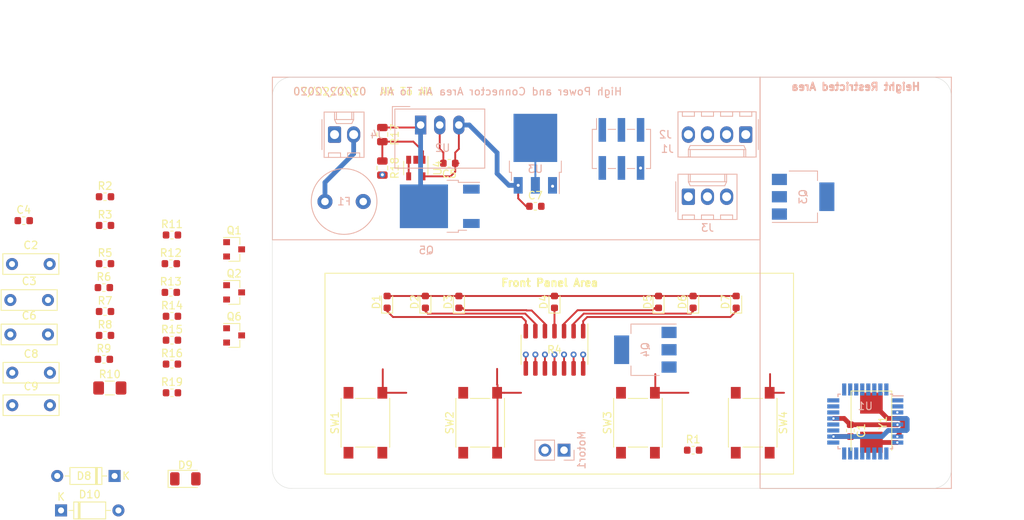
<source format=kicad_pcb>
(kicad_pcb (version 20171130) (host pcbnew "(5.1.5)-3")

  (general
    (thickness 1.6)
    (drawings 29)
    (tracks 129)
    (zones 0)
    (modules 59)
    (nets 68)
  )

  (page A4)
  (layers
    (0 F.Cu signal)
    (31 B.Cu signal)
    (32 B.Adhes user)
    (33 F.Adhes user)
    (34 B.Paste user)
    (35 F.Paste user)
    (36 B.SilkS user)
    (37 F.SilkS user)
    (38 B.Mask user)
    (39 F.Mask user)
    (40 Dwgs.User user)
    (41 Cmts.User user)
    (42 Eco1.User user)
    (43 Eco2.User user)
    (44 Edge.Cuts user)
    (45 Margin user)
    (46 B.CrtYd user)
    (47 F.CrtYd user)
    (48 B.Fab user hide)
    (49 F.Fab user hide)
  )

  (setup
    (last_trace_width 0.635)
    (user_trace_width 0.254)
    (user_trace_width 0.381)
    (user_trace_width 0.508)
    (user_trace_width 0.635)
    (user_trace_width 0.762)
    (user_trace_width 1.016)
    (user_trace_width 1.27)
    (trace_clearance 0.2)
    (zone_clearance 0.508)
    (zone_45_only no)
    (trace_min 0.2)
    (via_size 0.8)
    (via_drill 0.4)
    (via_min_size 0.4)
    (via_min_drill 0.3)
    (user_via 0.4 0.3)
    (uvia_size 0.3)
    (uvia_drill 0.1)
    (uvias_allowed no)
    (uvia_min_size 0.2)
    (uvia_min_drill 0.1)
    (edge_width 0.05)
    (segment_width 0.2)
    (pcb_text_width 0.3)
    (pcb_text_size 1.5 1.5)
    (mod_edge_width 0.12)
    (mod_text_size 1 1)
    (mod_text_width 0.15)
    (pad_size 1.524 1.524)
    (pad_drill 0.762)
    (pad_to_mask_clearance 0.051)
    (solder_mask_min_width 0.25)
    (aux_axis_origin 0 0)
    (visible_elements 7FFFFFFF)
    (pcbplotparams
      (layerselection 0x010f0_ffffffff)
      (usegerberextensions false)
      (usegerberattributes false)
      (usegerberadvancedattributes false)
      (creategerberjobfile false)
      (excludeedgelayer true)
      (linewidth 0.100000)
      (plotframeref false)
      (viasonmask false)
      (mode 1)
      (useauxorigin false)
      (hpglpennumber 1)
      (hpglpenspeed 20)
      (hpglpendiameter 15.000000)
      (psnegative false)
      (psa4output false)
      (plotreference true)
      (plotvalue true)
      (plotinvisibletext false)
      (padsonsilk false)
      (subtractmaskfromsilk false)
      (outputformat 1)
      (mirror false)
      (drillshape 0)
      (scaleselection 1)
      (outputdirectory "../../1/"))
  )

  (net 0 "")
  (net 1 +12V)
  (net 2 GND)
  (net 3 Down)
  (net 4 Up)
  (net 5 +5V)
  (net 6 LED5)
  (net 7 Alarm)
  (net 8 LED3)
  (net 9 LED2)
  (net 10 LED1)
  (net 11 RPM)
  (net 12 Batt_V)
  (net 13 "Net-(F1-Pad1)")
  (net 14 PWM)
  (net 15 Raw_Batt)
  (net 16 LED7)
  (net 17 LED6)
  (net 18 Motor)
  (net 19 Motor-)
  (net 20 Motor+)
  (net 21 Buzzer-)
  (net 22 REF)
  (net 23 PWM_Drive)
  (net 24 Raw_RPM)
  (net 25 Reset)
  (net 26 Error)
  (net 27 Monitor)
  (net 28 "Net-(C3-Pad1)")
  (net 29 "Net-(Q5-Pad1)")
  (net 30 "Net-(Q1-Pad1)")
  (net 31 "Net-(Q2-Pad1)")
  (net 32 "Net-(Q3-Pad1)")
  (net 33 "Net-(Q4-Pad1)")
  (net 34 "Net-(Q2-Pad3)")
  (net 35 SW_Batt)
  (net 36 "Net-(C2-Pad1)")
  (net 37 "Net-(C9-Pad1)")
  (net 38 "Net-(D1-Pad1)")
  (net 39 "Net-(D2-Pad1)")
  (net 40 "Net-(D3-Pad1)")
  (net 41 "Net-(D4-Pad1)")
  (net 42 "Net-(D5-Pad1)")
  (net 43 "Net-(D6-Pad1)")
  (net 44 "Net-(D7-Pad1)")
  (net 45 "Net-(D10-Pad1)")
  (net 46 "Net-(J3-Pad2)")
  (net 47 "Net-(R13-Pad1)")
  (net 48 "Net-(R17-Pad2)")
  (net 49 "Net-(U1-Pad32)")
  (net 50 "Net-(U1-Pad31)")
  (net 51 "Net-(U1-Pad30)")
  (net 52 "Net-(U1-Pad28)")
  (net 53 "Net-(U1-Pad27)")
  (net 54 "Net-(U1-Pad26)")
  (net 55 "Net-(U1-Pad25)")
  (net 56 "Net-(U1-Pad24)")
  (net 57 "Net-(U1-Pad23)")
  (net 58 "Net-(U1-Pad22)")
  (net 59 "Net-(U1-Pad19)")
  (net 60 "Net-(U1-Pad14)")
  (net 61 "Net-(U1-Pad13)")
  (net 62 "Net-(U1-Pad12)")
  (net 63 "Net-(U1-Pad11)")
  (net 64 "Net-(U1-Pad10)")
  (net 65 "Net-(U1-Pad9)")
  (net 66 "Net-(U1-Pad2)")
  (net 67 "Net-(U1-Pad1)")

  (net_class Default "This is the default net class."
    (clearance 0.2)
    (trace_width 0.25)
    (via_dia 0.8)
    (via_drill 0.4)
    (uvia_dia 0.3)
    (uvia_drill 0.1)
    (add_net +12V)
    (add_net +5V)
    (add_net Alarm)
    (add_net Batt_V)
    (add_net Buzzer-)
    (add_net Down)
    (add_net Error)
    (add_net GND)
    (add_net LED1)
    (add_net LED2)
    (add_net LED3)
    (add_net LED5)
    (add_net LED6)
    (add_net LED7)
    (add_net Monitor)
    (add_net Motor)
    (add_net Motor+)
    (add_net Motor-)
    (add_net "Net-(C2-Pad1)")
    (add_net "Net-(C3-Pad1)")
    (add_net "Net-(C9-Pad1)")
    (add_net "Net-(D1-Pad1)")
    (add_net "Net-(D10-Pad1)")
    (add_net "Net-(D2-Pad1)")
    (add_net "Net-(D3-Pad1)")
    (add_net "Net-(D4-Pad1)")
    (add_net "Net-(D5-Pad1)")
    (add_net "Net-(D6-Pad1)")
    (add_net "Net-(D7-Pad1)")
    (add_net "Net-(F1-Pad1)")
    (add_net "Net-(J3-Pad2)")
    (add_net "Net-(Q1-Pad1)")
    (add_net "Net-(Q2-Pad1)")
    (add_net "Net-(Q2-Pad3)")
    (add_net "Net-(Q3-Pad1)")
    (add_net "Net-(Q4-Pad1)")
    (add_net "Net-(Q5-Pad1)")
    (add_net "Net-(R13-Pad1)")
    (add_net "Net-(R17-Pad2)")
    (add_net "Net-(U1-Pad1)")
    (add_net "Net-(U1-Pad10)")
    (add_net "Net-(U1-Pad11)")
    (add_net "Net-(U1-Pad12)")
    (add_net "Net-(U1-Pad13)")
    (add_net "Net-(U1-Pad14)")
    (add_net "Net-(U1-Pad19)")
    (add_net "Net-(U1-Pad2)")
    (add_net "Net-(U1-Pad22)")
    (add_net "Net-(U1-Pad23)")
    (add_net "Net-(U1-Pad24)")
    (add_net "Net-(U1-Pad25)")
    (add_net "Net-(U1-Pad26)")
    (add_net "Net-(U1-Pad27)")
    (add_net "Net-(U1-Pad28)")
    (add_net "Net-(U1-Pad30)")
    (add_net "Net-(U1-Pad31)")
    (add_net "Net-(U1-Pad32)")
    (add_net "Net-(U1-Pad9)")
    (add_net PWM)
    (add_net PWM_Drive)
    (add_net REF)
    (add_net RPM)
    (add_net Raw_Batt)
    (add_net Raw_RPM)
    (add_net Reset)
    (add_net SW_Batt)
    (add_net Up)
  )

  (module Package_TO_SOT_SMD:SOT-23-5 (layer F.Cu) (tedit 5A02FF57) (tstamp 5F012B95)
    (at 239.395 75.565 270)
    (descr "5-pin SOT23 package")
    (tags SOT-23-5)
    (path /6066CC75)
    (attr smd)
    (fp_text reference U4 (at 0 -2.9 90) (layer F.SilkS)
      (effects (font (size 1 1) (thickness 0.15)))
    )
    (fp_text value LM321 (at 0 2.9 90) (layer F.Fab)
      (effects (font (size 1 1) (thickness 0.15)))
    )
    (fp_line (start 0.9 -1.55) (end 0.9 1.55) (layer F.Fab) (width 0.1))
    (fp_line (start 0.9 1.55) (end -0.9 1.55) (layer F.Fab) (width 0.1))
    (fp_line (start -0.9 -0.9) (end -0.9 1.55) (layer F.Fab) (width 0.1))
    (fp_line (start 0.9 -1.55) (end -0.25 -1.55) (layer F.Fab) (width 0.1))
    (fp_line (start -0.9 -0.9) (end -0.25 -1.55) (layer F.Fab) (width 0.1))
    (fp_line (start -1.9 1.8) (end -1.9 -1.8) (layer F.CrtYd) (width 0.05))
    (fp_line (start 1.9 1.8) (end -1.9 1.8) (layer F.CrtYd) (width 0.05))
    (fp_line (start 1.9 -1.8) (end 1.9 1.8) (layer F.CrtYd) (width 0.05))
    (fp_line (start -1.9 -1.8) (end 1.9 -1.8) (layer F.CrtYd) (width 0.05))
    (fp_line (start 0.9 -1.61) (end -1.55 -1.61) (layer F.SilkS) (width 0.12))
    (fp_line (start -0.9 1.61) (end 0.9 1.61) (layer F.SilkS) (width 0.12))
    (fp_text user %R (at 0 0) (layer F.Fab)
      (effects (font (size 0.5 0.5) (thickness 0.075)))
    )
    (pad 5 smd rect (at 1.1 -0.95 270) (size 1.06 0.65) (layers F.Cu F.Paste F.Mask)
      (net 1 +12V))
    (pad 4 smd rect (at 1.1 0.95 270) (size 1.06 0.65) (layers F.Cu F.Paste F.Mask)
      (net 12 Batt_V))
    (pad 3 smd rect (at -1.1 0.95 270) (size 1.06 0.65) (layers F.Cu F.Paste F.Mask)
      (net 12 Batt_V))
    (pad 2 smd rect (at -1.1 0 270) (size 1.06 0.65) (layers F.Cu F.Paste F.Mask)
      (net 2 GND))
    (pad 1 smd rect (at -1.1 -0.95 270) (size 1.06 0.65) (layers F.Cu F.Paste F.Mask)
      (net 48 "Net-(R17-Pad2)"))
    (model ${KISYS3DMOD}/Package_TO_SOT_SMD.3dshapes/SOT-23-5.wrl
      (at (xyz 0 0 0))
      (scale (xyz 1 1 1))
      (rotate (xyz 0 0 0))
    )
  )

  (module Connector_Molex:Molex_KK-254_AE-6410-03A_1x03_P2.54mm_Vertical (layer B.Cu) (tedit 5EA53D3B) (tstamp 5F016316)
    (at 275.59 79.375)
    (descr "Molex KK-254 Interconnect System, old/engineering part number: AE-6410-03A example for new part number: 22-27-2031, 3 Pins (http://www.molex.com/pdm_docs/sd/022272021_sd.pdf), generated with kicad-footprint-generator")
    (tags "connector Molex KK-254 vertical")
    (path /602770B6)
    (fp_text reference J3 (at 2.54 4.12) (layer B.SilkS)
      (effects (font (size 1 1) (thickness 0.15)) (justify mirror))
    )
    (fp_text value Buzzer (at 2.54 -4.08) (layer B.Fab)
      (effects (font (size 1 1) (thickness 0.15)) (justify mirror))
    )
    (fp_text user %R (at 2.54 2.22) (layer B.Fab)
      (effects (font (size 1 1) (thickness 0.15)) (justify mirror))
    )
    (fp_line (start 6.85 3.42) (end -1.77 3.42) (layer B.CrtYd) (width 0.05))
    (fp_line (start 6.85 -3.38) (end 6.85 3.42) (layer B.CrtYd) (width 0.05))
    (fp_line (start -1.77 -3.38) (end 6.85 -3.38) (layer B.CrtYd) (width 0.05))
    (fp_line (start -1.77 3.42) (end -1.77 -3.38) (layer B.CrtYd) (width 0.05))
    (fp_line (start 5.88 2.43) (end 5.88 3.03) (layer B.SilkS) (width 0.12))
    (fp_line (start 4.28 2.43) (end 5.88 2.43) (layer B.SilkS) (width 0.12))
    (fp_line (start 4.28 3.03) (end 4.28 2.43) (layer B.SilkS) (width 0.12))
    (fp_line (start 3.34 2.43) (end 3.34 3.03) (layer B.SilkS) (width 0.12))
    (fp_line (start 1.74 2.43) (end 3.34 2.43) (layer B.SilkS) (width 0.12))
    (fp_line (start 1.74 3.03) (end 1.74 2.43) (layer B.SilkS) (width 0.12))
    (fp_line (start 0.8 2.43) (end 0.8 3.03) (layer B.SilkS) (width 0.12))
    (fp_line (start -0.8 2.43) (end 0.8 2.43) (layer B.SilkS) (width 0.12))
    (fp_line (start -0.8 3.03) (end -0.8 2.43) (layer B.SilkS) (width 0.12))
    (fp_line (start 4.83 -2.99) (end 4.83 -1.99) (layer B.SilkS) (width 0.12))
    (fp_line (start 0.25 -2.99) (end 0.25 -1.99) (layer B.SilkS) (width 0.12))
    (fp_line (start 4.83 -1.46) (end 5.08 -1.99) (layer B.SilkS) (width 0.12))
    (fp_line (start 0.25 -1.46) (end 4.83 -1.46) (layer B.SilkS) (width 0.12))
    (fp_line (start 0 -1.99) (end 0.25 -1.46) (layer B.SilkS) (width 0.12))
    (fp_line (start 5.08 -1.99) (end 5.08 -2.99) (layer B.SilkS) (width 0.12))
    (fp_line (start 0 -1.99) (end 5.08 -1.99) (layer B.SilkS) (width 0.12))
    (fp_line (start 0 -2.99) (end 0 -1.99) (layer B.SilkS) (width 0.12))
    (fp_line (start -0.562893 0) (end -1.27 -0.5) (layer B.Fab) (width 0.1))
    (fp_line (start -1.27 0.5) (end -0.562893 0) (layer B.Fab) (width 0.1))
    (fp_line (start -1.67 2) (end -1.67 -2) (layer B.SilkS) (width 0.12))
    (fp_line (start 6.46 3.03) (end -1.38 3.03) (layer B.SilkS) (width 0.12))
    (fp_line (start 6.46 -2.99) (end 6.46 3.03) (layer B.SilkS) (width 0.12))
    (fp_line (start -1.38 -2.99) (end 6.46 -2.99) (layer B.SilkS) (width 0.12))
    (fp_line (start -1.38 3.03) (end -1.38 -2.99) (layer B.SilkS) (width 0.12))
    (fp_line (start 6.35 2.92) (end -1.27 2.92) (layer B.Fab) (width 0.1))
    (fp_line (start 6.35 -2.88) (end 6.35 2.92) (layer B.Fab) (width 0.1))
    (fp_line (start -1.27 -2.88) (end 6.35 -2.88) (layer B.Fab) (width 0.1))
    (fp_line (start -1.27 2.92) (end -1.27 -2.88) (layer B.Fab) (width 0.1))
    (pad 3 thru_hole oval (at 5.08 0) (size 1.74 2.19) (drill 1.19) (layers *.Cu *.Mask)
      (net 21 Buzzer-))
    (pad 2 thru_hole oval (at 2.54 0) (size 1.74 2.19) (drill 1.19) (layers *.Cu *.Mask)
      (net 46 "Net-(J3-Pad2)"))
    (pad 1 thru_hole roundrect (at 0 0) (size 1.74 2.19) (drill 1.19) (layers *.Cu *.Mask) (roundrect_rratio 0.143678)
      (net 35 SW_Batt))
    (model ${KISYS3DMOD}/Connector_Molex.3dshapes/Molex_KK-254_AE-6410-03A_1x03_P2.54mm_Vertical.wrl
      (at (xyz 0 0 0))
      (scale (xyz 1 1 1))
      (rotate (xyz 0 0 0))
    )
  )

  (module Button_Switch_SMD:SW_SPST_PTS645 (layer F.Cu) (tedit 5A02FC95) (tstamp 5F011897)
    (at 232.7 109.39 90)
    (descr "C&K Components SPST SMD PTS645 Series 6mm Tact Switch")
    (tags "SPST Button Switch")
    (path /5EAB9325)
    (attr smd)
    (fp_text reference SW1 (at 0 -4.05 90) (layer F.SilkS)
      (effects (font (size 1 1) (thickness 0.15)))
    )
    (fp_text value Power_off (at 0 4.15 90) (layer F.Fab)
      (effects (font (size 1 1) (thickness 0.15)))
    )
    (fp_circle (center 0 0) (end 1.75 -0.05) (layer F.Fab) (width 0.1))
    (fp_line (start -3.23 3.23) (end 3.23 3.23) (layer F.SilkS) (width 0.12))
    (fp_line (start -3.23 -1.3) (end -3.23 1.3) (layer F.SilkS) (width 0.12))
    (fp_line (start -3.23 -3.23) (end 3.23 -3.23) (layer F.SilkS) (width 0.12))
    (fp_line (start 3.23 -1.3) (end 3.23 1.3) (layer F.SilkS) (width 0.12))
    (fp_line (start -3.23 -3.2) (end -3.23 -3.23) (layer F.SilkS) (width 0.12))
    (fp_line (start -3.23 3.23) (end -3.23 3.2) (layer F.SilkS) (width 0.12))
    (fp_line (start 3.23 3.23) (end 3.23 3.2) (layer F.SilkS) (width 0.12))
    (fp_line (start 3.23 -3.23) (end 3.23 -3.2) (layer F.SilkS) (width 0.12))
    (fp_line (start -5.05 -3.4) (end 5.05 -3.4) (layer F.CrtYd) (width 0.05))
    (fp_line (start -5.05 3.4) (end 5.05 3.4) (layer F.CrtYd) (width 0.05))
    (fp_line (start -5.05 -3.4) (end -5.05 3.4) (layer F.CrtYd) (width 0.05))
    (fp_line (start 5.05 3.4) (end 5.05 -3.4) (layer F.CrtYd) (width 0.05))
    (fp_line (start 3 -3) (end -3 -3) (layer F.Fab) (width 0.1))
    (fp_line (start 3 3) (end 3 -3) (layer F.Fab) (width 0.1))
    (fp_line (start -3 3) (end 3 3) (layer F.Fab) (width 0.1))
    (fp_line (start -3 -3) (end -3 3) (layer F.Fab) (width 0.1))
    (fp_text user %R (at 0 -4.05 90) (layer F.Fab)
      (effects (font (size 1 1) (thickness 0.15)))
    )
    (pad 2 smd rect (at 3.98 2.25 90) (size 1.55 1.3) (layers F.Cu F.Paste F.Mask)
      (net 37 "Net-(C9-Pad1)"))
    (pad 1 smd rect (at 3.98 -2.25 90) (size 1.55 1.3) (layers F.Cu F.Paste F.Mask)
      (net 2 GND))
    (pad 1 smd rect (at -3.98 -2.25 90) (size 1.55 1.3) (layers F.Cu F.Paste F.Mask)
      (net 2 GND))
    (pad 2 smd rect (at -3.98 2.25 90) (size 1.55 1.3) (layers F.Cu F.Paste F.Mask)
      (net 37 "Net-(C9-Pad1)"))
    (model ${KISYS3DMOD}/Button_Switch_SMD.3dshapes/SW_SPST_PTS645.wrl
      (at (xyz 0 0 0))
      (scale (xyz 1 1 1))
      (rotate (xyz 0 0 0))
    )
  )

  (module Button_Switch_SMD:SW_SPST_PTS645 (layer F.Cu) (tedit 5A02FC95) (tstamp 5F01187D)
    (at 247.94 109.39 90)
    (descr "C&K Components SPST SMD PTS645 Series 6mm Tact Switch")
    (tags "SPST Button Switch")
    (path /5EAA574F)
    (attr smd)
    (fp_text reference SW2 (at 0 -4.05 90) (layer F.SilkS)
      (effects (font (size 1 1) (thickness 0.15)))
    )
    (fp_text value Power_On (at 0 4.15 90) (layer F.Fab)
      (effects (font (size 1 1) (thickness 0.15)))
    )
    (fp_circle (center 0 0) (end 1.75 -0.05) (layer F.Fab) (width 0.1))
    (fp_line (start -3.23 3.23) (end 3.23 3.23) (layer F.SilkS) (width 0.12))
    (fp_line (start -3.23 -1.3) (end -3.23 1.3) (layer F.SilkS) (width 0.12))
    (fp_line (start -3.23 -3.23) (end 3.23 -3.23) (layer F.SilkS) (width 0.12))
    (fp_line (start 3.23 -1.3) (end 3.23 1.3) (layer F.SilkS) (width 0.12))
    (fp_line (start -3.23 -3.2) (end -3.23 -3.23) (layer F.SilkS) (width 0.12))
    (fp_line (start -3.23 3.23) (end -3.23 3.2) (layer F.SilkS) (width 0.12))
    (fp_line (start 3.23 3.23) (end 3.23 3.2) (layer F.SilkS) (width 0.12))
    (fp_line (start 3.23 -3.23) (end 3.23 -3.2) (layer F.SilkS) (width 0.12))
    (fp_line (start -5.05 -3.4) (end 5.05 -3.4) (layer F.CrtYd) (width 0.05))
    (fp_line (start -5.05 3.4) (end 5.05 3.4) (layer F.CrtYd) (width 0.05))
    (fp_line (start -5.05 -3.4) (end -5.05 3.4) (layer F.CrtYd) (width 0.05))
    (fp_line (start 5.05 3.4) (end 5.05 -3.4) (layer F.CrtYd) (width 0.05))
    (fp_line (start 3 -3) (end -3 -3) (layer F.Fab) (width 0.1))
    (fp_line (start 3 3) (end 3 -3) (layer F.Fab) (width 0.1))
    (fp_line (start -3 3) (end 3 3) (layer F.Fab) (width 0.1))
    (fp_line (start -3 -3) (end -3 3) (layer F.Fab) (width 0.1))
    (fp_text user %R (at 0 -4.05 90) (layer F.Fab)
      (effects (font (size 1 1) (thickness 0.15)))
    )
    (pad 2 smd rect (at 3.98 2.25 90) (size 1.55 1.3) (layers F.Cu F.Paste F.Mask)
      (net 47 "Net-(R13-Pad1)"))
    (pad 1 smd rect (at 3.98 -2.25 90) (size 1.55 1.3) (layers F.Cu F.Paste F.Mask)
      (net 37 "Net-(C9-Pad1)"))
    (pad 1 smd rect (at -3.98 -2.25 90) (size 1.55 1.3) (layers F.Cu F.Paste F.Mask)
      (net 37 "Net-(C9-Pad1)"))
    (pad 2 smd rect (at -3.98 2.25 90) (size 1.55 1.3) (layers F.Cu F.Paste F.Mask)
      (net 47 "Net-(R13-Pad1)"))
    (model ${KISYS3DMOD}/Button_Switch_SMD.3dshapes/SW_SPST_PTS645.wrl
      (at (xyz 0 0 0))
      (scale (xyz 1 1 1))
      (rotate (xyz 0 0 0))
    )
  )

  (module Button_Switch_SMD:SW_SPST_PTS645 (layer F.Cu) (tedit 5A02FC95) (tstamp 5F011863)
    (at 268.895 109.39 90)
    (descr "C&K Components SPST SMD PTS645 Series 6mm Tact Switch")
    (tags "SPST Button Switch")
    (path /5EAB9CD6)
    (attr smd)
    (fp_text reference SW3 (at 0 -4.05 90) (layer F.SilkS)
      (effects (font (size 1 1) (thickness 0.15)))
    )
    (fp_text value Fan_Down (at 0 4.15 90) (layer F.Fab)
      (effects (font (size 1 1) (thickness 0.15)))
    )
    (fp_circle (center 0 0) (end 1.75 -0.05) (layer F.Fab) (width 0.1))
    (fp_line (start -3.23 3.23) (end 3.23 3.23) (layer F.SilkS) (width 0.12))
    (fp_line (start -3.23 -1.3) (end -3.23 1.3) (layer F.SilkS) (width 0.12))
    (fp_line (start -3.23 -3.23) (end 3.23 -3.23) (layer F.SilkS) (width 0.12))
    (fp_line (start 3.23 -1.3) (end 3.23 1.3) (layer F.SilkS) (width 0.12))
    (fp_line (start -3.23 -3.2) (end -3.23 -3.23) (layer F.SilkS) (width 0.12))
    (fp_line (start -3.23 3.23) (end -3.23 3.2) (layer F.SilkS) (width 0.12))
    (fp_line (start 3.23 3.23) (end 3.23 3.2) (layer F.SilkS) (width 0.12))
    (fp_line (start 3.23 -3.23) (end 3.23 -3.2) (layer F.SilkS) (width 0.12))
    (fp_line (start -5.05 -3.4) (end 5.05 -3.4) (layer F.CrtYd) (width 0.05))
    (fp_line (start -5.05 3.4) (end 5.05 3.4) (layer F.CrtYd) (width 0.05))
    (fp_line (start -5.05 -3.4) (end -5.05 3.4) (layer F.CrtYd) (width 0.05))
    (fp_line (start 5.05 3.4) (end 5.05 -3.4) (layer F.CrtYd) (width 0.05))
    (fp_line (start 3 -3) (end -3 -3) (layer F.Fab) (width 0.1))
    (fp_line (start 3 3) (end 3 -3) (layer F.Fab) (width 0.1))
    (fp_line (start -3 3) (end 3 3) (layer F.Fab) (width 0.1))
    (fp_line (start -3 -3) (end -3 3) (layer F.Fab) (width 0.1))
    (fp_text user %R (at 0 -4.05 90) (layer F.Fab)
      (effects (font (size 1 1) (thickness 0.15)))
    )
    (pad 2 smd rect (at 3.98 2.25 90) (size 1.55 1.3) (layers F.Cu F.Paste F.Mask)
      (net 3 Down))
    (pad 1 smd rect (at 3.98 -2.25 90) (size 1.55 1.3) (layers F.Cu F.Paste F.Mask)
      (net 2 GND))
    (pad 1 smd rect (at -3.98 -2.25 90) (size 1.55 1.3) (layers F.Cu F.Paste F.Mask)
      (net 2 GND))
    (pad 2 smd rect (at -3.98 2.25 90) (size 1.55 1.3) (layers F.Cu F.Paste F.Mask)
      (net 3 Down))
    (model ${KISYS3DMOD}/Button_Switch_SMD.3dshapes/SW_SPST_PTS645.wrl
      (at (xyz 0 0 0))
      (scale (xyz 1 1 1))
      (rotate (xyz 0 0 0))
    )
  )

  (module Button_Switch_SMD:SW_SPST_PTS645 (layer F.Cu) (tedit 5A02FC95) (tstamp 5F011849)
    (at 284.135 109.39 270)
    (descr "C&K Components SPST SMD PTS645 Series 6mm Tact Switch")
    (tags "SPST Button Switch")
    (path /5EABAB46)
    (attr smd)
    (fp_text reference SW4 (at 0 -4.05 90) (layer F.SilkS)
      (effects (font (size 1 1) (thickness 0.15)))
    )
    (fp_text value Fan_Up (at 0 4.15 90) (layer F.Fab)
      (effects (font (size 1 1) (thickness 0.15)))
    )
    (fp_circle (center 0 0) (end 1.75 -0.05) (layer F.Fab) (width 0.1))
    (fp_line (start -3.23 3.23) (end 3.23 3.23) (layer F.SilkS) (width 0.12))
    (fp_line (start -3.23 -1.3) (end -3.23 1.3) (layer F.SilkS) (width 0.12))
    (fp_line (start -3.23 -3.23) (end 3.23 -3.23) (layer F.SilkS) (width 0.12))
    (fp_line (start 3.23 -1.3) (end 3.23 1.3) (layer F.SilkS) (width 0.12))
    (fp_line (start -3.23 -3.2) (end -3.23 -3.23) (layer F.SilkS) (width 0.12))
    (fp_line (start -3.23 3.23) (end -3.23 3.2) (layer F.SilkS) (width 0.12))
    (fp_line (start 3.23 3.23) (end 3.23 3.2) (layer F.SilkS) (width 0.12))
    (fp_line (start 3.23 -3.23) (end 3.23 -3.2) (layer F.SilkS) (width 0.12))
    (fp_line (start -5.05 -3.4) (end 5.05 -3.4) (layer F.CrtYd) (width 0.05))
    (fp_line (start -5.05 3.4) (end 5.05 3.4) (layer F.CrtYd) (width 0.05))
    (fp_line (start -5.05 -3.4) (end -5.05 3.4) (layer F.CrtYd) (width 0.05))
    (fp_line (start 5.05 3.4) (end 5.05 -3.4) (layer F.CrtYd) (width 0.05))
    (fp_line (start 3 -3) (end -3 -3) (layer F.Fab) (width 0.1))
    (fp_line (start 3 3) (end 3 -3) (layer F.Fab) (width 0.1))
    (fp_line (start -3 3) (end 3 3) (layer F.Fab) (width 0.1))
    (fp_line (start -3 -3) (end -3 3) (layer F.Fab) (width 0.1))
    (fp_text user %R (at 0 -4.05 90) (layer F.Fab)
      (effects (font (size 1 1) (thickness 0.15)))
    )
    (pad 2 smd rect (at 3.98 2.25 270) (size 1.55 1.3) (layers F.Cu F.Paste F.Mask)
      (net 4 Up))
    (pad 1 smd rect (at 3.98 -2.25 270) (size 1.55 1.3) (layers F.Cu F.Paste F.Mask)
      (net 2 GND))
    (pad 1 smd rect (at -3.98 -2.25 270) (size 1.55 1.3) (layers F.Cu F.Paste F.Mask)
      (net 2 GND))
    (pad 2 smd rect (at -3.98 2.25 270) (size 1.55 1.3) (layers F.Cu F.Paste F.Mask)
      (net 4 Up))
    (model ${KISYS3DMOD}/Button_Switch_SMD.3dshapes/SW_SPST_PTS645.wrl
      (at (xyz 0 0 0))
      (scale (xyz 1 1 1))
      (rotate (xyz 0 0 0))
    )
  )

  (module Resistor_SMD:R_0603_1608Metric (layer F.Cu) (tedit 5B301BBD) (tstamp 5F011710)
    (at 198.12 79.375)
    (descr "Resistor SMD 0603 (1608 Metric), square (rectangular) end terminal, IPC_7351 nominal, (Body size source: http://www.tortai-tech.com/upload/download/2011102023233369053.pdf), generated with kicad-footprint-generator")
    (tags resistor)
    (path /5EB5A575)
    (attr smd)
    (fp_text reference R2 (at 0 -1.43) (layer F.SilkS)
      (effects (font (size 1 1) (thickness 0.15)))
    )
    (fp_text value 100k (at 0 1.43) (layer F.Fab)
      (effects (font (size 1 1) (thickness 0.15)))
    )
    (fp_text user %R (at 0 0) (layer F.Fab)
      (effects (font (size 0.4 0.4) (thickness 0.06)))
    )
    (fp_line (start 1.48 0.73) (end -1.48 0.73) (layer F.CrtYd) (width 0.05))
    (fp_line (start 1.48 -0.73) (end 1.48 0.73) (layer F.CrtYd) (width 0.05))
    (fp_line (start -1.48 -0.73) (end 1.48 -0.73) (layer F.CrtYd) (width 0.05))
    (fp_line (start -1.48 0.73) (end -1.48 -0.73) (layer F.CrtYd) (width 0.05))
    (fp_line (start -0.162779 0.51) (end 0.162779 0.51) (layer F.SilkS) (width 0.12))
    (fp_line (start -0.162779 -0.51) (end 0.162779 -0.51) (layer F.SilkS) (width 0.12))
    (fp_line (start 0.8 0.4) (end -0.8 0.4) (layer F.Fab) (width 0.1))
    (fp_line (start 0.8 -0.4) (end 0.8 0.4) (layer F.Fab) (width 0.1))
    (fp_line (start -0.8 -0.4) (end 0.8 -0.4) (layer F.Fab) (width 0.1))
    (fp_line (start -0.8 0.4) (end -0.8 -0.4) (layer F.Fab) (width 0.1))
    (pad 2 smd roundrect (at 0.7875 0) (size 0.875 0.95) (layers F.Cu F.Paste F.Mask) (roundrect_rratio 0.25)
      (net 5 +5V))
    (pad 1 smd roundrect (at -0.7875 0) (size 0.875 0.95) (layers F.Cu F.Paste F.Mask) (roundrect_rratio 0.25)
      (net 4 Up))
    (model ${KISYS3DMOD}/Resistor_SMD.3dshapes/R_0603_1608Metric.wrl
      (at (xyz 0 0 0))
      (scale (xyz 1 1 1))
      (rotate (xyz 0 0 0))
    )
  )

  (module Resistor_SMD:R_0603_1608Metric (layer F.Cu) (tedit 5B301BBD) (tstamp 5F0116FF)
    (at 276.225 113.03)
    (descr "Resistor SMD 0603 (1608 Metric), square (rectangular) end terminal, IPC_7351 nominal, (Body size source: http://www.tortai-tech.com/upload/download/2011102023233369053.pdf), generated with kicad-footprint-generator")
    (tags resistor)
    (path /5EB58C97)
    (attr smd)
    (fp_text reference R1 (at 0 -1.43) (layer F.SilkS)
      (effects (font (size 1 1) (thickness 0.15)))
    )
    (fp_text value 100k (at 0 1.43) (layer F.Fab)
      (effects (font (size 1 1) (thickness 0.15)))
    )
    (fp_text user %R (at 0 0) (layer F.Fab)
      (effects (font (size 0.4 0.4) (thickness 0.06)))
    )
    (fp_line (start 1.48 0.73) (end -1.48 0.73) (layer F.CrtYd) (width 0.05))
    (fp_line (start 1.48 -0.73) (end 1.48 0.73) (layer F.CrtYd) (width 0.05))
    (fp_line (start -1.48 -0.73) (end 1.48 -0.73) (layer F.CrtYd) (width 0.05))
    (fp_line (start -1.48 0.73) (end -1.48 -0.73) (layer F.CrtYd) (width 0.05))
    (fp_line (start -0.162779 0.51) (end 0.162779 0.51) (layer F.SilkS) (width 0.12))
    (fp_line (start -0.162779 -0.51) (end 0.162779 -0.51) (layer F.SilkS) (width 0.12))
    (fp_line (start 0.8 0.4) (end -0.8 0.4) (layer F.Fab) (width 0.1))
    (fp_line (start 0.8 -0.4) (end 0.8 0.4) (layer F.Fab) (width 0.1))
    (fp_line (start -0.8 -0.4) (end 0.8 -0.4) (layer F.Fab) (width 0.1))
    (fp_line (start -0.8 0.4) (end -0.8 -0.4) (layer F.Fab) (width 0.1))
    (pad 2 smd roundrect (at 0.7875 0) (size 0.875 0.95) (layers F.Cu F.Paste F.Mask) (roundrect_rratio 0.25)
      (net 5 +5V))
    (pad 1 smd roundrect (at -0.7875 0) (size 0.875 0.95) (layers F.Cu F.Paste F.Mask) (roundrect_rratio 0.25)
      (net 3 Down))
    (model ${KISYS3DMOD}/Resistor_SMD.3dshapes/R_0603_1608Metric.wrl
      (at (xyz 0 0 0))
      (scale (xyz 1 1 1))
      (rotate (xyz 0 0 0))
    )
  )

  (module Connector_PinHeader_2.54mm:PinHeader_1x02_P2.54mm_Vertical (layer B.Cu) (tedit 59FED5CC) (tstamp 5F0115DC)
    (at 259.08 113.03 90)
    (descr "Through hole straight pin header, 1x02, 2.54mm pitch, single row")
    (tags "Through hole pin header THT 1x02 2.54mm single row")
    (path /5F01F584)
    (fp_text reference Motor1 (at 0 2.33 90) (layer B.SilkS)
      (effects (font (size 1 1) (thickness 0.15)) (justify mirror))
    )
    (fp_text value Conn_01x02_Male (at 0 -4.87 90) (layer B.Fab)
      (effects (font (size 1 1) (thickness 0.15)) (justify mirror))
    )
    (fp_text user %R (at 0 -1.27 180) (layer B.Fab)
      (effects (font (size 1 1) (thickness 0.15)) (justify mirror))
    )
    (fp_line (start 1.8 1.8) (end -1.8 1.8) (layer B.CrtYd) (width 0.05))
    (fp_line (start 1.8 -4.35) (end 1.8 1.8) (layer B.CrtYd) (width 0.05))
    (fp_line (start -1.8 -4.35) (end 1.8 -4.35) (layer B.CrtYd) (width 0.05))
    (fp_line (start -1.8 1.8) (end -1.8 -4.35) (layer B.CrtYd) (width 0.05))
    (fp_line (start -1.33 1.33) (end 0 1.33) (layer B.SilkS) (width 0.12))
    (fp_line (start -1.33 0) (end -1.33 1.33) (layer B.SilkS) (width 0.12))
    (fp_line (start -1.33 -1.27) (end 1.33 -1.27) (layer B.SilkS) (width 0.12))
    (fp_line (start 1.33 -1.27) (end 1.33 -3.87) (layer B.SilkS) (width 0.12))
    (fp_line (start -1.33 -1.27) (end -1.33 -3.87) (layer B.SilkS) (width 0.12))
    (fp_line (start -1.33 -3.87) (end 1.33 -3.87) (layer B.SilkS) (width 0.12))
    (fp_line (start -1.27 0.635) (end -0.635 1.27) (layer B.Fab) (width 0.1))
    (fp_line (start -1.27 -3.81) (end -1.27 0.635) (layer B.Fab) (width 0.1))
    (fp_line (start 1.27 -3.81) (end -1.27 -3.81) (layer B.Fab) (width 0.1))
    (fp_line (start 1.27 1.27) (end 1.27 -3.81) (layer B.Fab) (width 0.1))
    (fp_line (start -0.635 1.27) (end 1.27 1.27) (layer B.Fab) (width 0.1))
    (pad 2 thru_hole oval (at 0 -2.54 90) (size 1.7 1.7) (drill 1) (layers *.Cu *.Mask)
      (net 19 Motor-))
    (pad 1 thru_hole rect (at 0 0 90) (size 1.7 1.7) (drill 1) (layers *.Cu *.Mask)
      (net 20 Motor+))
    (model ${KISYS3DMOD}/Connector_PinHeader_2.54mm.3dshapes/PinHeader_1x02_P2.54mm_Vertical.wrl
      (at (xyz 0 0 0))
      (scale (xyz 1 1 1))
      (rotate (xyz 0 0 0))
    )
  )

  (module Diode_SMD:D_1206_3216Metric (layer F.Cu) (tedit 5B301BBE) (tstamp 5F0114F1)
    (at 208.785 116.84)
    (descr "Diode SMD 1206 (3216 Metric), square (rectangular) end terminal, IPC_7351 nominal, (Body size source: http://www.tortai-tech.com/upload/download/2011102023233369053.pdf), generated with kicad-footprint-generator")
    (tags diode)
    (path /5F009E7E)
    (attr smd)
    (fp_text reference D9 (at 0 -1.82) (layer F.SilkS)
      (effects (font (size 1 1) (thickness 0.15)))
    )
    (fp_text value 1N914 (at 0 1.82) (layer F.Fab)
      (effects (font (size 1 1) (thickness 0.15)))
    )
    (fp_text user %R (at 0 0) (layer F.Fab)
      (effects (font (size 0.8 0.8) (thickness 0.12)))
    )
    (fp_line (start 2.28 1.12) (end -2.28 1.12) (layer F.CrtYd) (width 0.05))
    (fp_line (start 2.28 -1.12) (end 2.28 1.12) (layer F.CrtYd) (width 0.05))
    (fp_line (start -2.28 -1.12) (end 2.28 -1.12) (layer F.CrtYd) (width 0.05))
    (fp_line (start -2.28 1.12) (end -2.28 -1.12) (layer F.CrtYd) (width 0.05))
    (fp_line (start -2.285 1.135) (end 1.6 1.135) (layer F.SilkS) (width 0.12))
    (fp_line (start -2.285 -1.135) (end -2.285 1.135) (layer F.SilkS) (width 0.12))
    (fp_line (start 1.6 -1.135) (end -2.285 -1.135) (layer F.SilkS) (width 0.12))
    (fp_line (start 1.6 0.8) (end 1.6 -0.8) (layer F.Fab) (width 0.1))
    (fp_line (start -1.6 0.8) (end 1.6 0.8) (layer F.Fab) (width 0.1))
    (fp_line (start -1.6 -0.4) (end -1.6 0.8) (layer F.Fab) (width 0.1))
    (fp_line (start -1.2 -0.8) (end -1.6 -0.4) (layer F.Fab) (width 0.1))
    (fp_line (start 1.6 -0.8) (end -1.2 -0.8) (layer F.Fab) (width 0.1))
    (pad 2 smd roundrect (at 1.4 0) (size 1.25 1.75) (layers F.Cu F.Paste F.Mask) (roundrect_rratio 0.2)
      (net 19 Motor-))
    (pad 1 smd roundrect (at -1.4 0) (size 1.25 1.75) (layers F.Cu F.Paste F.Mask) (roundrect_rratio 0.2)
      (net 20 Motor+))
    (model ${KISYS3DMOD}/Diode_SMD.3dshapes/D_1206_3216Metric.wrl
      (at (xyz 0 0 0))
      (scale (xyz 1 1 1))
      (rotate (xyz 0 0 0))
    )
  )

  (module LED_SMD:LED_0603_1608Metric (layer F.Cu) (tedit 5B301BBE) (tstamp 5F0114C0)
    (at 281.94 93.345 90)
    (descr "LED SMD 0603 (1608 Metric), square (rectangular) end terminal, IPC_7351 nominal, (Body size source: http://www.tortai-tech.com/upload/download/2011102023233369053.pdf), generated with kicad-footprint-generator")
    (tags diode)
    (path /5EB21EDF)
    (attr smd)
    (fp_text reference D7 (at 0 -1.43 90) (layer F.SilkS)
      (effects (font (size 1 1) (thickness 0.15)))
    )
    (fp_text value Fault (at 0 1.43 90) (layer F.Fab)
      (effects (font (size 1 1) (thickness 0.15)))
    )
    (fp_text user %R (at 0 0 90) (layer F.Fab)
      (effects (font (size 0.4 0.4) (thickness 0.06)))
    )
    (fp_line (start 1.48 0.73) (end -1.48 0.73) (layer F.CrtYd) (width 0.05))
    (fp_line (start 1.48 -0.73) (end 1.48 0.73) (layer F.CrtYd) (width 0.05))
    (fp_line (start -1.48 -0.73) (end 1.48 -0.73) (layer F.CrtYd) (width 0.05))
    (fp_line (start -1.48 0.73) (end -1.48 -0.73) (layer F.CrtYd) (width 0.05))
    (fp_line (start -1.485 0.735) (end 0.8 0.735) (layer F.SilkS) (width 0.12))
    (fp_line (start -1.485 -0.735) (end -1.485 0.735) (layer F.SilkS) (width 0.12))
    (fp_line (start 0.8 -0.735) (end -1.485 -0.735) (layer F.SilkS) (width 0.12))
    (fp_line (start 0.8 0.4) (end 0.8 -0.4) (layer F.Fab) (width 0.1))
    (fp_line (start -0.8 0.4) (end 0.8 0.4) (layer F.Fab) (width 0.1))
    (fp_line (start -0.8 -0.1) (end -0.8 0.4) (layer F.Fab) (width 0.1))
    (fp_line (start -0.5 -0.4) (end -0.8 -0.1) (layer F.Fab) (width 0.1))
    (fp_line (start 0.8 -0.4) (end -0.5 -0.4) (layer F.Fab) (width 0.1))
    (pad 2 smd roundrect (at 0.7875 0 90) (size 0.875 0.95) (layers F.Cu F.Paste F.Mask) (roundrect_rratio 0.25)
      (net 5 +5V))
    (pad 1 smd roundrect (at -0.7875 0 90) (size 0.875 0.95) (layers F.Cu F.Paste F.Mask) (roundrect_rratio 0.25)
      (net 44 "Net-(D7-Pad1)"))
    (model ${KISYS3DMOD}/LED_SMD.3dshapes/LED_0603_1608Metric.wrl
      (at (xyz 0 0 0))
      (scale (xyz 1 1 1))
      (rotate (xyz 0 0 0))
    )
  )

  (module LED_SMD:LED_0603_1608Metric (layer F.Cu) (tedit 5B301BBE) (tstamp 5F0114AD)
    (at 276.225 93.345 90)
    (descr "LED SMD 0603 (1608 Metric), square (rectangular) end terminal, IPC_7351 nominal, (Body size source: http://www.tortai-tech.com/upload/download/2011102023233369053.pdf), generated with kicad-footprint-generator")
    (tags diode)
    (path /5EAC2A21)
    (attr smd)
    (fp_text reference D6 (at 0 -1.43 90) (layer F.SilkS)
      (effects (font (size 1 1) (thickness 0.15)))
    )
    (fp_text value LED (at 0 1.43 90) (layer F.Fab)
      (effects (font (size 1 1) (thickness 0.15)))
    )
    (fp_text user %R (at 0 0 90) (layer F.Fab)
      (effects (font (size 0.4 0.4) (thickness 0.06)))
    )
    (fp_line (start 1.48 0.73) (end -1.48 0.73) (layer F.CrtYd) (width 0.05))
    (fp_line (start 1.48 -0.73) (end 1.48 0.73) (layer F.CrtYd) (width 0.05))
    (fp_line (start -1.48 -0.73) (end 1.48 -0.73) (layer F.CrtYd) (width 0.05))
    (fp_line (start -1.48 0.73) (end -1.48 -0.73) (layer F.CrtYd) (width 0.05))
    (fp_line (start -1.485 0.735) (end 0.8 0.735) (layer F.SilkS) (width 0.12))
    (fp_line (start -1.485 -0.735) (end -1.485 0.735) (layer F.SilkS) (width 0.12))
    (fp_line (start 0.8 -0.735) (end -1.485 -0.735) (layer F.SilkS) (width 0.12))
    (fp_line (start 0.8 0.4) (end 0.8 -0.4) (layer F.Fab) (width 0.1))
    (fp_line (start -0.8 0.4) (end 0.8 0.4) (layer F.Fab) (width 0.1))
    (fp_line (start -0.8 -0.1) (end -0.8 0.4) (layer F.Fab) (width 0.1))
    (fp_line (start -0.5 -0.4) (end -0.8 -0.1) (layer F.Fab) (width 0.1))
    (fp_line (start 0.8 -0.4) (end -0.5 -0.4) (layer F.Fab) (width 0.1))
    (pad 2 smd roundrect (at 0.7875 0 90) (size 0.875 0.95) (layers F.Cu F.Paste F.Mask) (roundrect_rratio 0.25)
      (net 5 +5V))
    (pad 1 smd roundrect (at -0.7875 0 90) (size 0.875 0.95) (layers F.Cu F.Paste F.Mask) (roundrect_rratio 0.25)
      (net 43 "Net-(D6-Pad1)"))
    (model ${KISYS3DMOD}/LED_SMD.3dshapes/LED_0603_1608Metric.wrl
      (at (xyz 0 0 0))
      (scale (xyz 1 1 1))
      (rotate (xyz 0 0 0))
    )
  )

  (module LED_SMD:LED_0603_1608Metric (layer F.Cu) (tedit 5B301BBE) (tstamp 5F01149A)
    (at 271.6275 93.345 90)
    (descr "LED SMD 0603 (1608 Metric), square (rectangular) end terminal, IPC_7351 nominal, (Body size source: http://www.tortai-tech.com/upload/download/2011102023233369053.pdf), generated with kicad-footprint-generator")
    (tags diode)
    (path /5EAC2A27)
    (attr smd)
    (fp_text reference D5 (at 0 -1.43 90) (layer F.SilkS)
      (effects (font (size 1 1) (thickness 0.15)))
    )
    (fp_text value LED (at 0 1.43 90) (layer F.Fab)
      (effects (font (size 1 1) (thickness 0.15)))
    )
    (fp_text user %R (at 0 0 90) (layer F.Fab)
      (effects (font (size 0.4 0.4) (thickness 0.06)))
    )
    (fp_line (start 1.48 0.73) (end -1.48 0.73) (layer F.CrtYd) (width 0.05))
    (fp_line (start 1.48 -0.73) (end 1.48 0.73) (layer F.CrtYd) (width 0.05))
    (fp_line (start -1.48 -0.73) (end 1.48 -0.73) (layer F.CrtYd) (width 0.05))
    (fp_line (start -1.48 0.73) (end -1.48 -0.73) (layer F.CrtYd) (width 0.05))
    (fp_line (start -1.485 0.735) (end 0.8 0.735) (layer F.SilkS) (width 0.12))
    (fp_line (start -1.485 -0.735) (end -1.485 0.735) (layer F.SilkS) (width 0.12))
    (fp_line (start 0.8 -0.735) (end -1.485 -0.735) (layer F.SilkS) (width 0.12))
    (fp_line (start 0.8 0.4) (end 0.8 -0.4) (layer F.Fab) (width 0.1))
    (fp_line (start -0.8 0.4) (end 0.8 0.4) (layer F.Fab) (width 0.1))
    (fp_line (start -0.8 -0.1) (end -0.8 0.4) (layer F.Fab) (width 0.1))
    (fp_line (start -0.5 -0.4) (end -0.8 -0.1) (layer F.Fab) (width 0.1))
    (fp_line (start 0.8 -0.4) (end -0.5 -0.4) (layer F.Fab) (width 0.1))
    (pad 2 smd roundrect (at 0.7875 0 90) (size 0.875 0.95) (layers F.Cu F.Paste F.Mask) (roundrect_rratio 0.25)
      (net 5 +5V))
    (pad 1 smd roundrect (at -0.7875 0 90) (size 0.875 0.95) (layers F.Cu F.Paste F.Mask) (roundrect_rratio 0.25)
      (net 42 "Net-(D5-Pad1)"))
    (model ${KISYS3DMOD}/LED_SMD.3dshapes/LED_0603_1608Metric.wrl
      (at (xyz 0 0 0))
      (scale (xyz 1 1 1))
      (rotate (xyz 0 0 0))
    )
  )

  (module LED_SMD:LED_0603_1608Metric (layer F.Cu) (tedit 5B301BBE) (tstamp 5F011487)
    (at 257.81 93.345 90)
    (descr "LED SMD 0603 (1608 Metric), square (rectangular) end terminal, IPC_7351 nominal, (Body size source: http://www.tortai-tech.com/upload/download/2011102023233369053.pdf), generated with kicad-footprint-generator")
    (tags diode)
    (path /5EAC3762)
    (attr smd)
    (fp_text reference D4 (at 0 -1.43 90) (layer F.SilkS)
      (effects (font (size 1 1) (thickness 0.15)))
    )
    (fp_text value LED (at 0 1.43 90) (layer F.Fab)
      (effects (font (size 1 1) (thickness 0.15)))
    )
    (fp_text user %R (at 0 0 90) (layer F.Fab)
      (effects (font (size 0.4 0.4) (thickness 0.06)))
    )
    (fp_line (start 1.48 0.73) (end -1.48 0.73) (layer F.CrtYd) (width 0.05))
    (fp_line (start 1.48 -0.73) (end 1.48 0.73) (layer F.CrtYd) (width 0.05))
    (fp_line (start -1.48 -0.73) (end 1.48 -0.73) (layer F.CrtYd) (width 0.05))
    (fp_line (start -1.48 0.73) (end -1.48 -0.73) (layer F.CrtYd) (width 0.05))
    (fp_line (start -1.485 0.735) (end 0.8 0.735) (layer F.SilkS) (width 0.12))
    (fp_line (start -1.485 -0.735) (end -1.485 0.735) (layer F.SilkS) (width 0.12))
    (fp_line (start 0.8 -0.735) (end -1.485 -0.735) (layer F.SilkS) (width 0.12))
    (fp_line (start 0.8 0.4) (end 0.8 -0.4) (layer F.Fab) (width 0.1))
    (fp_line (start -0.8 0.4) (end 0.8 0.4) (layer F.Fab) (width 0.1))
    (fp_line (start -0.8 -0.1) (end -0.8 0.4) (layer F.Fab) (width 0.1))
    (fp_line (start -0.5 -0.4) (end -0.8 -0.1) (layer F.Fab) (width 0.1))
    (fp_line (start 0.8 -0.4) (end -0.5 -0.4) (layer F.Fab) (width 0.1))
    (pad 2 smd roundrect (at 0.7875 0 90) (size 0.875 0.95) (layers F.Cu F.Paste F.Mask) (roundrect_rratio 0.25)
      (net 5 +5V))
    (pad 1 smd roundrect (at -0.7875 0 90) (size 0.875 0.95) (layers F.Cu F.Paste F.Mask) (roundrect_rratio 0.25)
      (net 41 "Net-(D4-Pad1)"))
    (model ${KISYS3DMOD}/LED_SMD.3dshapes/LED_0603_1608Metric.wrl
      (at (xyz 0 0 0))
      (scale (xyz 1 1 1))
      (rotate (xyz 0 0 0))
    )
  )

  (module LED_SMD:LED_0603_1608Metric (layer F.Cu) (tedit 5B301BBE) (tstamp 5F011474)
    (at 245.11 93.345 90)
    (descr "LED SMD 0603 (1608 Metric), square (rectangular) end terminal, IPC_7351 nominal, (Body size source: http://www.tortai-tech.com/upload/download/2011102023233369053.pdf), generated with kicad-footprint-generator")
    (tags diode)
    (path /5EAC3768)
    (attr smd)
    (fp_text reference D3 (at 0 -1.43 90) (layer F.SilkS)
      (effects (font (size 1 1) (thickness 0.15)))
    )
    (fp_text value LED (at 0 1.43 90) (layer F.Fab)
      (effects (font (size 1 1) (thickness 0.15)))
    )
    (fp_text user %R (at 0 0 90) (layer F.Fab)
      (effects (font (size 0.4 0.4) (thickness 0.06)))
    )
    (fp_line (start 1.48 0.73) (end -1.48 0.73) (layer F.CrtYd) (width 0.05))
    (fp_line (start 1.48 -0.73) (end 1.48 0.73) (layer F.CrtYd) (width 0.05))
    (fp_line (start -1.48 -0.73) (end 1.48 -0.73) (layer F.CrtYd) (width 0.05))
    (fp_line (start -1.48 0.73) (end -1.48 -0.73) (layer F.CrtYd) (width 0.05))
    (fp_line (start -1.485 0.735) (end 0.8 0.735) (layer F.SilkS) (width 0.12))
    (fp_line (start -1.485 -0.735) (end -1.485 0.735) (layer F.SilkS) (width 0.12))
    (fp_line (start 0.8 -0.735) (end -1.485 -0.735) (layer F.SilkS) (width 0.12))
    (fp_line (start 0.8 0.4) (end 0.8 -0.4) (layer F.Fab) (width 0.1))
    (fp_line (start -0.8 0.4) (end 0.8 0.4) (layer F.Fab) (width 0.1))
    (fp_line (start -0.8 -0.1) (end -0.8 0.4) (layer F.Fab) (width 0.1))
    (fp_line (start -0.5 -0.4) (end -0.8 -0.1) (layer F.Fab) (width 0.1))
    (fp_line (start 0.8 -0.4) (end -0.5 -0.4) (layer F.Fab) (width 0.1))
    (pad 2 smd roundrect (at 0.7875 0 90) (size 0.875 0.95) (layers F.Cu F.Paste F.Mask) (roundrect_rratio 0.25)
      (net 5 +5V))
    (pad 1 smd roundrect (at -0.7875 0 90) (size 0.875 0.95) (layers F.Cu F.Paste F.Mask) (roundrect_rratio 0.25)
      (net 40 "Net-(D3-Pad1)"))
    (model ${KISYS3DMOD}/LED_SMD.3dshapes/LED_0603_1608Metric.wrl
      (at (xyz 0 0 0))
      (scale (xyz 1 1 1))
      (rotate (xyz 0 0 0))
    )
  )

  (module LED_SMD:LED_0603_1608Metric (layer F.Cu) (tedit 5B301BBE) (tstamp 5F011461)
    (at 240.665 93.345 90)
    (descr "LED SMD 0603 (1608 Metric), square (rectangular) end terminal, IPC_7351 nominal, (Body size source: http://www.tortai-tech.com/upload/download/2011102023233369053.pdf), generated with kicad-footprint-generator")
    (tags diode)
    (path /5EB21ED9)
    (attr smd)
    (fp_text reference D2 (at 0 -1.43 90) (layer F.SilkS)
      (effects (font (size 1 1) (thickness 0.15)))
    )
    (fp_text value LED (at 0 1.43 90) (layer F.Fab)
      (effects (font (size 1 1) (thickness 0.15)))
    )
    (fp_text user %R (at 0 0 90) (layer F.Fab)
      (effects (font (size 0.4 0.4) (thickness 0.06)))
    )
    (fp_line (start 1.48 0.73) (end -1.48 0.73) (layer F.CrtYd) (width 0.05))
    (fp_line (start 1.48 -0.73) (end 1.48 0.73) (layer F.CrtYd) (width 0.05))
    (fp_line (start -1.48 -0.73) (end 1.48 -0.73) (layer F.CrtYd) (width 0.05))
    (fp_line (start -1.48 0.73) (end -1.48 -0.73) (layer F.CrtYd) (width 0.05))
    (fp_line (start -1.485 0.735) (end 0.8 0.735) (layer F.SilkS) (width 0.12))
    (fp_line (start -1.485 -0.735) (end -1.485 0.735) (layer F.SilkS) (width 0.12))
    (fp_line (start 0.8 -0.735) (end -1.485 -0.735) (layer F.SilkS) (width 0.12))
    (fp_line (start 0.8 0.4) (end 0.8 -0.4) (layer F.Fab) (width 0.1))
    (fp_line (start -0.8 0.4) (end 0.8 0.4) (layer F.Fab) (width 0.1))
    (fp_line (start -0.8 -0.1) (end -0.8 0.4) (layer F.Fab) (width 0.1))
    (fp_line (start -0.5 -0.4) (end -0.8 -0.1) (layer F.Fab) (width 0.1))
    (fp_line (start 0.8 -0.4) (end -0.5 -0.4) (layer F.Fab) (width 0.1))
    (pad 2 smd roundrect (at 0.7875 0 90) (size 0.875 0.95) (layers F.Cu F.Paste F.Mask) (roundrect_rratio 0.25)
      (net 5 +5V))
    (pad 1 smd roundrect (at -0.7875 0 90) (size 0.875 0.95) (layers F.Cu F.Paste F.Mask) (roundrect_rratio 0.25)
      (net 39 "Net-(D2-Pad1)"))
    (model ${KISYS3DMOD}/LED_SMD.3dshapes/LED_0603_1608Metric.wrl
      (at (xyz 0 0 0))
      (scale (xyz 1 1 1))
      (rotate (xyz 0 0 0))
    )
  )

  (module LED_SMD:LED_0603_1608Metric (layer F.Cu) (tedit 5B301BBE) (tstamp 5F01144E)
    (at 235.585 93.345 90)
    (descr "LED SMD 0603 (1608 Metric), square (rectangular) end terminal, IPC_7351 nominal, (Body size source: http://www.tortai-tech.com/upload/download/2011102023233369053.pdf), generated with kicad-footprint-generator")
    (tags diode)
    (path /5EAC1FBE)
    (attr smd)
    (fp_text reference D1 (at 0 -1.43 90) (layer F.SilkS)
      (effects (font (size 1 1) (thickness 0.15)))
    )
    (fp_text value LED (at 0 1.43 90) (layer F.Fab)
      (effects (font (size 1 1) (thickness 0.15)))
    )
    (fp_text user %R (at 0 0 90) (layer F.Fab)
      (effects (font (size 0.4 0.4) (thickness 0.06)))
    )
    (fp_line (start 1.48 0.73) (end -1.48 0.73) (layer F.CrtYd) (width 0.05))
    (fp_line (start 1.48 -0.73) (end 1.48 0.73) (layer F.CrtYd) (width 0.05))
    (fp_line (start -1.48 -0.73) (end 1.48 -0.73) (layer F.CrtYd) (width 0.05))
    (fp_line (start -1.48 0.73) (end -1.48 -0.73) (layer F.CrtYd) (width 0.05))
    (fp_line (start -1.485 0.735) (end 0.8 0.735) (layer F.SilkS) (width 0.12))
    (fp_line (start -1.485 -0.735) (end -1.485 0.735) (layer F.SilkS) (width 0.12))
    (fp_line (start 0.8 -0.735) (end -1.485 -0.735) (layer F.SilkS) (width 0.12))
    (fp_line (start 0.8 0.4) (end 0.8 -0.4) (layer F.Fab) (width 0.1))
    (fp_line (start -0.8 0.4) (end 0.8 0.4) (layer F.Fab) (width 0.1))
    (fp_line (start -0.8 -0.1) (end -0.8 0.4) (layer F.Fab) (width 0.1))
    (fp_line (start -0.5 -0.4) (end -0.8 -0.1) (layer F.Fab) (width 0.1))
    (fp_line (start 0.8 -0.4) (end -0.5 -0.4) (layer F.Fab) (width 0.1))
    (pad 2 smd roundrect (at 0.7875 0 90) (size 0.875 0.95) (layers F.Cu F.Paste F.Mask) (roundrect_rratio 0.25)
      (net 5 +5V))
    (pad 1 smd roundrect (at -0.7875 0 90) (size 0.875 0.95) (layers F.Cu F.Paste F.Mask) (roundrect_rratio 0.25)
      (net 38 "Net-(D1-Pad1)"))
    (model ${KISYS3DMOD}/LED_SMD.3dshapes/LED_0603_1608Metric.wrl
      (at (xyz 0 0 0))
      (scale (xyz 1 1 1))
      (rotate (xyz 0 0 0))
    )
  )

  (module Resistor_SMD:R_0805_2012Metric (layer F.Cu) (tedit 5B36C52B) (tstamp 5EACEEA7)
    (at 234.95 75.565 270)
    (descr "Resistor SMD 0805 (2012 Metric), square (rectangular) end terminal, IPC_7351 nominal, (Body size source: https://docs.google.com/spreadsheets/d/1BsfQQcO9C6DZCsRaXUlFlo91Tg2WpOkGARC1WS5S8t0/edit?usp=sharing), generated with kicad-footprint-generator")
    (tags resistor)
    (path /5EBBAB1B)
    (attr smd)
    (fp_text reference R18 (at 0 -1.65 90) (layer F.SilkS)
      (effects (font (size 1 1) (thickness 0.15)))
    )
    (fp_text value RN73H2ATTD8201F25 (at 0 1.65 90) (layer F.Fab)
      (effects (font (size 1 1) (thickness 0.15)))
    )
    (fp_text user %R (at 0 0 90) (layer F.Fab)
      (effects (font (size 0.5 0.5) (thickness 0.08)))
    )
    (fp_line (start 1.68 0.95) (end -1.68 0.95) (layer F.CrtYd) (width 0.05))
    (fp_line (start 1.68 -0.95) (end 1.68 0.95) (layer F.CrtYd) (width 0.05))
    (fp_line (start -1.68 -0.95) (end 1.68 -0.95) (layer F.CrtYd) (width 0.05))
    (fp_line (start -1.68 0.95) (end -1.68 -0.95) (layer F.CrtYd) (width 0.05))
    (fp_line (start -0.258578 0.71) (end 0.258578 0.71) (layer F.SilkS) (width 0.12))
    (fp_line (start -0.258578 -0.71) (end 0.258578 -0.71) (layer F.SilkS) (width 0.12))
    (fp_line (start 1 0.6) (end -1 0.6) (layer F.Fab) (width 0.1))
    (fp_line (start 1 -0.6) (end 1 0.6) (layer F.Fab) (width 0.1))
    (fp_line (start -1 -0.6) (end 1 -0.6) (layer F.Fab) (width 0.1))
    (fp_line (start -1 0.6) (end -1 -0.6) (layer F.Fab) (width 0.1))
    (pad 2 smd roundrect (at 0.9375 0 270) (size 0.975 1.4) (layers F.Cu F.Paste F.Mask) (roundrect_rratio 0.25)
      (net 2 GND))
    (pad 1 smd roundrect (at -0.9375 0 270) (size 0.975 1.4) (layers F.Cu F.Paste F.Mask) (roundrect_rratio 0.25)
      (net 48 "Net-(R17-Pad2)"))
    (model ${KISYS3DMOD}/Resistor_SMD.3dshapes/R_0805_2012Metric.wrl
      (at (xyz 0 0 0))
      (scale (xyz 1 1 1))
      (rotate (xyz 0 0 0))
    )
  )

  (module Resistor_SMD:R_0805_2012Metric (layer F.Cu) (tedit 5B36C52B) (tstamp 5EACEE98)
    (at 234.95 71.12 270)
    (descr "Resistor SMD 0805 (2012 Metric), square (rectangular) end terminal, IPC_7351 nominal, (Body size source: https://docs.google.com/spreadsheets/d/1BsfQQcO9C6DZCsRaXUlFlo91Tg2WpOkGARC1WS5S8t0/edit?usp=sharing), generated with kicad-footprint-generator")
    (tags resistor)
    (path /5EBB7348)
    (attr smd)
    (fp_text reference R17 (at 0 -1.65 90) (layer F.SilkS)
      (effects (font (size 1 1) (thickness 0.15)))
    )
    (fp_text value RN73H2ATTD3302D25 (at 0 1.65 90) (layer F.Fab)
      (effects (font (size 1 1) (thickness 0.15)))
    )
    (fp_text user %R (at 0 0 90) (layer F.Fab)
      (effects (font (size 0.5 0.5) (thickness 0.08)))
    )
    (fp_line (start 1.68 0.95) (end -1.68 0.95) (layer F.CrtYd) (width 0.05))
    (fp_line (start 1.68 -0.95) (end 1.68 0.95) (layer F.CrtYd) (width 0.05))
    (fp_line (start -1.68 -0.95) (end 1.68 -0.95) (layer F.CrtYd) (width 0.05))
    (fp_line (start -1.68 0.95) (end -1.68 -0.95) (layer F.CrtYd) (width 0.05))
    (fp_line (start -0.258578 0.71) (end 0.258578 0.71) (layer F.SilkS) (width 0.12))
    (fp_line (start -0.258578 -0.71) (end 0.258578 -0.71) (layer F.SilkS) (width 0.12))
    (fp_line (start 1 0.6) (end -1 0.6) (layer F.Fab) (width 0.1))
    (fp_line (start 1 -0.6) (end 1 0.6) (layer F.Fab) (width 0.1))
    (fp_line (start -1 -0.6) (end 1 -0.6) (layer F.Fab) (width 0.1))
    (fp_line (start -1 0.6) (end -1 -0.6) (layer F.Fab) (width 0.1))
    (pad 2 smd roundrect (at 0.9375 0 270) (size 0.975 1.4) (layers F.Cu F.Paste F.Mask) (roundrect_rratio 0.25)
      (net 48 "Net-(R17-Pad2)"))
    (pad 1 smd roundrect (at -0.9375 0 270) (size 0.975 1.4) (layers F.Cu F.Paste F.Mask) (roundrect_rratio 0.25)
      (net 35 SW_Batt))
    (model ${KISYS3DMOD}/Resistor_SMD.3dshapes/R_0805_2012Metric.wrl
      (at (xyz 0 0 0))
      (scale (xyz 1 1 1))
      (rotate (xyz 0 0 0))
    )
  )

  (module Package_TO_SOT_SMD:TO-252-2 (layer B.Cu) (tedit 5A70A390) (tstamp 5EC94FD1)
    (at 242.57 80.645 180)
    (descr "TO-252 / DPAK SMD package, http://www.infineon.com/cms/en/product/packages/PG-TO252/PG-TO252-3-1/")
    (tags "DPAK TO-252 DPAK-3 TO-252-3 SOT-428")
    (path /5ED03928)
    (attr smd)
    (fp_text reference Q5 (at 1.778 -5.842 180) (layer B.SilkS)
      (effects (font (size 1 1) (thickness 0.15)) (justify mirror))
    )
    (fp_text value TSM480P06CP (at 0 -4.5 180) (layer B.Fab)
      (effects (font (size 1 1) (thickness 0.15)) (justify mirror))
    )
    (fp_text user %R (at 0 0 180) (layer B.Fab)
      (effects (font (size 1 1) (thickness 0.15)) (justify mirror))
    )
    (fp_line (start 5.55 3.5) (end -5.55 3.5) (layer B.CrtYd) (width 0.05))
    (fp_line (start 5.55 -3.5) (end 5.55 3.5) (layer B.CrtYd) (width 0.05))
    (fp_line (start -5.55 -3.5) (end 5.55 -3.5) (layer B.CrtYd) (width 0.05))
    (fp_line (start -5.55 3.5) (end -5.55 -3.5) (layer B.CrtYd) (width 0.05))
    (fp_line (start -2.47 -3.18) (end -3.57 -3.18) (layer B.SilkS) (width 0.12))
    (fp_line (start -2.47 -3.45) (end -2.47 -3.18) (layer B.SilkS) (width 0.12))
    (fp_line (start -0.97 -3.45) (end -2.47 -3.45) (layer B.SilkS) (width 0.12))
    (fp_line (start -2.47 3.18) (end -5.3 3.18) (layer B.SilkS) (width 0.12))
    (fp_line (start -2.47 3.45) (end -2.47 3.18) (layer B.SilkS) (width 0.12))
    (fp_line (start -0.97 3.45) (end -2.47 3.45) (layer B.SilkS) (width 0.12))
    (fp_line (start -4.97 -2.655) (end -2.27 -2.655) (layer B.Fab) (width 0.1))
    (fp_line (start -4.97 -1.905) (end -4.97 -2.655) (layer B.Fab) (width 0.1))
    (fp_line (start -2.27 -1.905) (end -4.97 -1.905) (layer B.Fab) (width 0.1))
    (fp_line (start -4.97 1.905) (end -2.27 1.905) (layer B.Fab) (width 0.1))
    (fp_line (start -4.97 2.655) (end -4.97 1.905) (layer B.Fab) (width 0.1))
    (fp_line (start -1.865 2.655) (end -4.97 2.655) (layer B.Fab) (width 0.1))
    (fp_line (start -1.27 3.25) (end 3.95 3.25) (layer B.Fab) (width 0.1))
    (fp_line (start -2.27 2.25) (end -1.27 3.25) (layer B.Fab) (width 0.1))
    (fp_line (start -2.27 -3.25) (end -2.27 2.25) (layer B.Fab) (width 0.1))
    (fp_line (start 3.95 -3.25) (end -2.27 -3.25) (layer B.Fab) (width 0.1))
    (fp_line (start 3.95 3.25) (end 3.95 -3.25) (layer B.Fab) (width 0.1))
    (fp_line (start 4.95 -2.7) (end 3.95 -2.7) (layer B.Fab) (width 0.1))
    (fp_line (start 4.95 2.7) (end 4.95 -2.7) (layer B.Fab) (width 0.1))
    (fp_line (start 3.95 2.7) (end 4.95 2.7) (layer B.Fab) (width 0.1))
    (pad "" smd rect (at 0.425 -1.525 180) (size 3.05 2.75) (layers B.Paste))
    (pad "" smd rect (at 3.775 1.525 180) (size 3.05 2.75) (layers B.Paste))
    (pad "" smd rect (at 0.425 1.525 180) (size 3.05 2.75) (layers B.Paste))
    (pad "" smd rect (at 3.775 -1.525 180) (size 3.05 2.75) (layers B.Paste))
    (pad 2 smd rect (at 2.1 0 180) (size 6.4 5.8) (layers B.Cu B.Mask)
      (net 35 SW_Batt))
    (pad 3 smd rect (at -4.2 -2.28 180) (size 2.2 1.2) (layers B.Cu B.Paste B.Mask)
      (net 15 Raw_Batt))
    (pad 1 smd rect (at -4.2 2.28 180) (size 2.2 1.2) (layers B.Cu B.Paste B.Mask)
      (net 29 "Net-(Q5-Pad1)"))
    (model ${KISYS3DMOD}/Package_TO_SOT_SMD.3dshapes/TO-252-2.wrl
      (at (xyz 0 0 0))
      (scale (xyz 1 1 1))
      (rotate (xyz 0 0 0))
    )
  )

  (module Converter_DCDC:Converter_DCDC_TRACO_TSR-1_THT (layer B.Cu) (tedit 59FE1FB7) (tstamp 5EACEF8B)
    (at 240.03 69.85)
    (descr "DCDC-Converter, TRACO, TSR 1-xxxx")
    (tags "DCDC-Converter TRACO TSR-1")
    (path /5EA9CADF)
    (fp_text reference U2 (at 2.921 3.048 -180) (layer B.SilkS)
      (effects (font (size 1 1) (thickness 0.15)) (justify mirror))
    )
    (fp_text value TSR_1-24120 (at 2.5 -3.25 -180) (layer B.Fab)
      (effects (font (size 1 1) (thickness 0.15)) (justify mirror))
    )
    (fp_line (start -2.3 -2) (end 8.4 -2) (layer B.Fab) (width 0.1))
    (fp_line (start -3.42 -2.12) (end -3.42 5.73) (layer B.SilkS) (width 0.12))
    (fp_line (start -3.42 5.73) (end 8.52 5.73) (layer B.SilkS) (width 0.12))
    (fp_line (start 8.52 5.73) (end 8.52 -2.12) (layer B.SilkS) (width 0.12))
    (fp_line (start 8.52 -2.12) (end -3.42 -2.12) (layer B.SilkS) (width 0.12))
    (fp_line (start -3.55 5.85) (end 8.65 5.85) (layer B.CrtYd) (width 0.05))
    (fp_line (start 8.65 5.85) (end 8.65 -2.25) (layer B.CrtYd) (width 0.05))
    (fp_line (start 8.65 -2.25) (end -3.55 -2.25) (layer B.CrtYd) (width 0.05))
    (fp_line (start -3.55 -2.25) (end -3.55 5.85) (layer B.CrtYd) (width 0.05))
    (fp_line (start -3.3 5.6) (end 8.4 5.6) (layer B.Fab) (width 0.1))
    (fp_line (start 8.4 -2) (end 8.4 5.6) (layer B.Fab) (width 0.1))
    (fp_line (start -3.3 -1) (end -3.3 5.6) (layer B.Fab) (width 0.1))
    (fp_line (start -3.3 -1) (end -2.3 -2) (layer B.Fab) (width 0.1))
    (fp_line (start -3.75 0) (end -3.75 -2.45) (layer B.SilkS) (width 0.12))
    (fp_line (start -3.75 -2.45) (end -1.42 -2.45) (layer B.SilkS) (width 0.12))
    (fp_text user %R (at 3 3 -180) (layer B.Fab)
      (effects (font (size 1 1) (thickness 0.15)) (justify mirror))
    )
    (pad 3 thru_hole oval (at 5.08 0) (size 1.5 2.5) (drill 1) (layers *.Cu *.Mask)
      (net 1 +12V))
    (pad 2 thru_hole oval (at 2.54 0) (size 1.5 2.5) (drill 1) (layers *.Cu *.Mask)
      (net 2 GND))
    (pad 1 thru_hole rect (at 0 0) (size 1.5 2.5) (drill 1) (layers *.Cu *.Mask)
      (net 35 SW_Batt))
    (model ${KISYS3DMOD}/Converter_DCDC.3dshapes/Converter_DCDC_TRACO_TSR-1_THT.wrl
      (at (xyz 0 0 0))
      (scale (xyz 1 1 1))
      (rotate (xyz 0 0 0))
    )
  )

  (module Resistor_SMD:R_0603_1608Metric (layer F.Cu) (tedit 5B301BBD) (tstamp 5F009E1A)
    (at 207.01 105.41)
    (descr "Resistor SMD 0603 (1608 Metric), square (rectangular) end terminal, IPC_7351 nominal, (Body size source: http://www.tortai-tech.com/upload/download/2011102023233369053.pdf), generated with kicad-footprint-generator")
    (tags resistor)
    (path /5EAEC32B)
    (attr smd)
    (fp_text reference R19 (at 0 -1.43) (layer F.SilkS)
      (effects (font (size 1 1) (thickness 0.15)))
    )
    (fp_text value 10k (at 0 1.43) (layer F.Fab)
      (effects (font (size 1 1) (thickness 0.15)))
    )
    (fp_text user %R (at 0 0) (layer F.Fab)
      (effects (font (size 0.4 0.4) (thickness 0.06)))
    )
    (fp_line (start 1.48 0.73) (end -1.48 0.73) (layer F.CrtYd) (width 0.05))
    (fp_line (start 1.48 -0.73) (end 1.48 0.73) (layer F.CrtYd) (width 0.05))
    (fp_line (start -1.48 -0.73) (end 1.48 -0.73) (layer F.CrtYd) (width 0.05))
    (fp_line (start -1.48 0.73) (end -1.48 -0.73) (layer F.CrtYd) (width 0.05))
    (fp_line (start -0.162779 0.51) (end 0.162779 0.51) (layer F.SilkS) (width 0.12))
    (fp_line (start -0.162779 -0.51) (end 0.162779 -0.51) (layer F.SilkS) (width 0.12))
    (fp_line (start 0.8 0.4) (end -0.8 0.4) (layer F.Fab) (width 0.1))
    (fp_line (start 0.8 -0.4) (end 0.8 0.4) (layer F.Fab) (width 0.1))
    (fp_line (start -0.8 -0.4) (end 0.8 -0.4) (layer F.Fab) (width 0.1))
    (fp_line (start -0.8 0.4) (end -0.8 -0.4) (layer F.Fab) (width 0.1))
    (pad 2 smd roundrect (at 0.7875 0) (size 0.875 0.95) (layers F.Cu F.Paste F.Mask) (roundrect_rratio 0.25)
      (net 5 +5V))
    (pad 1 smd roundrect (at -0.7875 0) (size 0.875 0.95) (layers F.Cu F.Paste F.Mask) (roundrect_rratio 0.25)
      (net 24 Raw_RPM))
    (model ${KISYS3DMOD}/Resistor_SMD.3dshapes/R_0603_1608Metric.wrl
      (at (xyz 0 0 0))
      (scale (xyz 1 1 1))
      (rotate (xyz 0 0 0))
    )
  )

  (module Resistor_SMD:R_0603_1608Metric (layer F.Cu) (tedit 5B301BBD) (tstamp 5EFFE947)
    (at 207.01 101.6)
    (descr "Resistor SMD 0603 (1608 Metric), square (rectangular) end terminal, IPC_7351 nominal, (Body size source: http://www.tortai-tech.com/upload/download/2011102023233369053.pdf), generated with kicad-footprint-generator")
    (tags resistor)
    (path /5F2CDAE7)
    (attr smd)
    (fp_text reference R16 (at 0 -1.43) (layer F.SilkS)
      (effects (font (size 1 1) (thickness 0.15)))
    )
    (fp_text value 1M (at 0 1.43) (layer F.Fab)
      (effects (font (size 1 1) (thickness 0.15)))
    )
    (fp_text user %R (at 0 0) (layer F.Fab)
      (effects (font (size 0.4 0.4) (thickness 0.06)))
    )
    (fp_line (start 1.48 0.73) (end -1.48 0.73) (layer F.CrtYd) (width 0.05))
    (fp_line (start 1.48 -0.73) (end 1.48 0.73) (layer F.CrtYd) (width 0.05))
    (fp_line (start -1.48 -0.73) (end 1.48 -0.73) (layer F.CrtYd) (width 0.05))
    (fp_line (start -1.48 0.73) (end -1.48 -0.73) (layer F.CrtYd) (width 0.05))
    (fp_line (start -0.162779 0.51) (end 0.162779 0.51) (layer F.SilkS) (width 0.12))
    (fp_line (start -0.162779 -0.51) (end 0.162779 -0.51) (layer F.SilkS) (width 0.12))
    (fp_line (start 0.8 0.4) (end -0.8 0.4) (layer F.Fab) (width 0.1))
    (fp_line (start 0.8 -0.4) (end 0.8 0.4) (layer F.Fab) (width 0.1))
    (fp_line (start -0.8 -0.4) (end 0.8 -0.4) (layer F.Fab) (width 0.1))
    (fp_line (start -0.8 0.4) (end -0.8 -0.4) (layer F.Fab) (width 0.1))
    (pad 2 smd roundrect (at 0.7875 0) (size 0.875 0.95) (layers F.Cu F.Paste F.Mask) (roundrect_rratio 0.25)
      (net 37 "Net-(C9-Pad1)"))
    (pad 1 smd roundrect (at -0.7875 0) (size 0.875 0.95) (layers F.Cu F.Paste F.Mask) (roundrect_rratio 0.25)
      (net 45 "Net-(D10-Pad1)"))
    (model ${KISYS3DMOD}/Resistor_SMD.3dshapes/R_0603_1608Metric.wrl
      (at (xyz 0 0 0))
      (scale (xyz 1 1 1))
      (rotate (xyz 0 0 0))
    )
  )

  (module Resistor_SMD:R_0603_1608Metric (layer F.Cu) (tedit 5B301BBD) (tstamp 5EACEE72)
    (at 207.01 98.425)
    (descr "Resistor SMD 0603 (1608 Metric), square (rectangular) end terminal, IPC_7351 nominal, (Body size source: http://www.tortai-tech.com/upload/download/2011102023233369053.pdf), generated with kicad-footprint-generator")
    (tags resistor)
    (path /5EB4FFB9)
    (attr smd)
    (fp_text reference R15 (at 0 -1.43) (layer F.SilkS)
      (effects (font (size 1 1) (thickness 0.15)))
    )
    (fp_text value 10k (at 0 1.43) (layer F.Fab)
      (effects (font (size 1 1) (thickness 0.15)))
    )
    (fp_text user %R (at 0 0) (layer F.Fab)
      (effects (font (size 0.4 0.4) (thickness 0.06)))
    )
    (fp_line (start 1.48 0.73) (end -1.48 0.73) (layer F.CrtYd) (width 0.05))
    (fp_line (start 1.48 -0.73) (end 1.48 0.73) (layer F.CrtYd) (width 0.05))
    (fp_line (start -1.48 -0.73) (end 1.48 -0.73) (layer F.CrtYd) (width 0.05))
    (fp_line (start -1.48 0.73) (end -1.48 -0.73) (layer F.CrtYd) (width 0.05))
    (fp_line (start -0.162779 0.51) (end 0.162779 0.51) (layer F.SilkS) (width 0.12))
    (fp_line (start -0.162779 -0.51) (end 0.162779 -0.51) (layer F.SilkS) (width 0.12))
    (fp_line (start 0.8 0.4) (end -0.8 0.4) (layer F.Fab) (width 0.1))
    (fp_line (start 0.8 -0.4) (end 0.8 0.4) (layer F.Fab) (width 0.1))
    (fp_line (start -0.8 -0.4) (end 0.8 -0.4) (layer F.Fab) (width 0.1))
    (fp_line (start -0.8 0.4) (end -0.8 -0.4) (layer F.Fab) (width 0.1))
    (pad 2 smd roundrect (at 0.7875 0) (size 0.875 0.95) (layers F.Cu F.Paste F.Mask) (roundrect_rratio 0.25)
      (net 1 +12V))
    (pad 1 smd roundrect (at -0.7875 0) (size 0.875 0.95) (layers F.Cu F.Paste F.Mask) (roundrect_rratio 0.25)
      (net 37 "Net-(C9-Pad1)"))
    (model ${KISYS3DMOD}/Resistor_SMD.3dshapes/R_0603_1608Metric.wrl
      (at (xyz 0 0 0))
      (scale (xyz 1 1 1))
      (rotate (xyz 0 0 0))
    )
  )

  (module Resistor_SMD:R_0603_1608Metric (layer F.Cu) (tedit 5B301BBD) (tstamp 5EACEDDB)
    (at 207.01 95.25)
    (descr "Resistor SMD 0603 (1608 Metric), square (rectangular) end terminal, IPC_7351 nominal, (Body size source: http://www.tortai-tech.com/upload/download/2011102023233369053.pdf), generated with kicad-footprint-generator")
    (tags resistor)
    (path /5EAA3A10)
    (attr smd)
    (fp_text reference R14 (at 0 -1.43) (layer F.SilkS)
      (effects (font (size 1 1) (thickness 0.15)))
    )
    (fp_text value 100k (at 0 1.43) (layer F.Fab)
      (effects (font (size 1 1) (thickness 0.15)))
    )
    (fp_text user %R (at 0 0) (layer F.Fab)
      (effects (font (size 0.4 0.4) (thickness 0.06)))
    )
    (fp_line (start 1.48 0.73) (end -1.48 0.73) (layer F.CrtYd) (width 0.05))
    (fp_line (start 1.48 -0.73) (end 1.48 0.73) (layer F.CrtYd) (width 0.05))
    (fp_line (start -1.48 -0.73) (end 1.48 -0.73) (layer F.CrtYd) (width 0.05))
    (fp_line (start -1.48 0.73) (end -1.48 -0.73) (layer F.CrtYd) (width 0.05))
    (fp_line (start -0.162779 0.51) (end 0.162779 0.51) (layer F.SilkS) (width 0.12))
    (fp_line (start -0.162779 -0.51) (end 0.162779 -0.51) (layer F.SilkS) (width 0.12))
    (fp_line (start 0.8 0.4) (end -0.8 0.4) (layer F.Fab) (width 0.1))
    (fp_line (start 0.8 -0.4) (end 0.8 0.4) (layer F.Fab) (width 0.1))
    (fp_line (start -0.8 -0.4) (end 0.8 -0.4) (layer F.Fab) (width 0.1))
    (fp_line (start -0.8 0.4) (end -0.8 -0.4) (layer F.Fab) (width 0.1))
    (pad 2 smd roundrect (at 0.7875 0) (size 0.875 0.95) (layers F.Cu F.Paste F.Mask) (roundrect_rratio 0.25)
      (net 29 "Net-(Q5-Pad1)"))
    (pad 1 smd roundrect (at -0.7875 0) (size 0.875 0.95) (layers F.Cu F.Paste F.Mask) (roundrect_rratio 0.25)
      (net 15 Raw_Batt))
    (model ${KISYS3DMOD}/Resistor_SMD.3dshapes/R_0603_1608Metric.wrl
      (at (xyz 0 0 0))
      (scale (xyz 1 1 1))
      (rotate (xyz 0 0 0))
    )
  )

  (module Resistor_SMD:R_0603_1608Metric (layer F.Cu) (tedit 5B301BBD) (tstamp 5EB4C2A6)
    (at 206.8575 92.075)
    (descr "Resistor SMD 0603 (1608 Metric), square (rectangular) end terminal, IPC_7351 nominal, (Body size source: http://www.tortai-tech.com/upload/download/2011102023233369053.pdf), generated with kicad-footprint-generator")
    (tags resistor)
    (path /5EAA5412)
    (attr smd)
    (fp_text reference R13 (at 0 -1.43) (layer F.SilkS)
      (effects (font (size 1 1) (thickness 0.15)))
    )
    (fp_text value 100k (at 0 1.43) (layer F.Fab)
      (effects (font (size 1 1) (thickness 0.15)))
    )
    (fp_text user %R (at 0 0) (layer F.Fab)
      (effects (font (size 0.4 0.4) (thickness 0.06)))
    )
    (fp_line (start 1.48 0.73) (end -1.48 0.73) (layer F.CrtYd) (width 0.05))
    (fp_line (start 1.48 -0.73) (end 1.48 0.73) (layer F.CrtYd) (width 0.05))
    (fp_line (start -1.48 -0.73) (end 1.48 -0.73) (layer F.CrtYd) (width 0.05))
    (fp_line (start -1.48 0.73) (end -1.48 -0.73) (layer F.CrtYd) (width 0.05))
    (fp_line (start -0.162779 0.51) (end 0.162779 0.51) (layer F.SilkS) (width 0.12))
    (fp_line (start -0.162779 -0.51) (end 0.162779 -0.51) (layer F.SilkS) (width 0.12))
    (fp_line (start 0.8 0.4) (end -0.8 0.4) (layer F.Fab) (width 0.1))
    (fp_line (start 0.8 -0.4) (end 0.8 0.4) (layer F.Fab) (width 0.1))
    (fp_line (start -0.8 -0.4) (end 0.8 -0.4) (layer F.Fab) (width 0.1))
    (fp_line (start -0.8 0.4) (end -0.8 -0.4) (layer F.Fab) (width 0.1))
    (pad 2 smd roundrect (at 0.7875 0) (size 0.875 0.95) (layers F.Cu F.Paste F.Mask) (roundrect_rratio 0.25)
      (net 15 Raw_Batt))
    (pad 1 smd roundrect (at -0.7875 0) (size 0.875 0.95) (layers F.Cu F.Paste F.Mask) (roundrect_rratio 0.25)
      (net 47 "Net-(R13-Pad1)"))
    (model ${KISYS3DMOD}/Resistor_SMD.3dshapes/R_0603_1608Metric.wrl
      (at (xyz 0 0 0))
      (scale (xyz 1 1 1))
      (rotate (xyz 0 0 0))
    )
  )

  (module Resistor_SMD:R_0603_1608Metric (layer F.Cu) (tedit 5B301BBD) (tstamp 5EFFE9CB)
    (at 198.12 83.185)
    (descr "Resistor SMD 0603 (1608 Metric), square (rectangular) end terminal, IPC_7351 nominal, (Body size source: http://www.tortai-tech.com/upload/download/2011102023233369053.pdf), generated with kicad-footprint-generator")
    (tags resistor)
    (path /5F96706C)
    (attr smd)
    (fp_text reference R3 (at 0 -1.43) (layer F.SilkS)
      (effects (font (size 1 1) (thickness 0.15)))
    )
    (fp_text value 10k (at 0 1.43) (layer F.Fab)
      (effects (font (size 1 1) (thickness 0.15)))
    )
    (fp_text user %R (at 0 0) (layer F.Fab)
      (effects (font (size 0.4 0.4) (thickness 0.06)))
    )
    (fp_line (start 1.48 0.73) (end -1.48 0.73) (layer F.CrtYd) (width 0.05))
    (fp_line (start 1.48 -0.73) (end 1.48 0.73) (layer F.CrtYd) (width 0.05))
    (fp_line (start -1.48 -0.73) (end 1.48 -0.73) (layer F.CrtYd) (width 0.05))
    (fp_line (start -1.48 0.73) (end -1.48 -0.73) (layer F.CrtYd) (width 0.05))
    (fp_line (start -0.162779 0.51) (end 0.162779 0.51) (layer F.SilkS) (width 0.12))
    (fp_line (start -0.162779 -0.51) (end 0.162779 -0.51) (layer F.SilkS) (width 0.12))
    (fp_line (start 0.8 0.4) (end -0.8 0.4) (layer F.Fab) (width 0.1))
    (fp_line (start 0.8 -0.4) (end 0.8 0.4) (layer F.Fab) (width 0.1))
    (fp_line (start -0.8 -0.4) (end 0.8 -0.4) (layer F.Fab) (width 0.1))
    (fp_line (start -0.8 0.4) (end -0.8 -0.4) (layer F.Fab) (width 0.1))
    (pad 2 smd roundrect (at 0.7875 0) (size 0.875 0.95) (layers F.Cu F.Paste F.Mask) (roundrect_rratio 0.25)
      (net 5 +5V))
    (pad 1 smd roundrect (at -0.7875 0) (size 0.875 0.95) (layers F.Cu F.Paste F.Mask) (roundrect_rratio 0.25)
      (net 25 Reset))
    (model ${KISYS3DMOD}/Resistor_SMD.3dshapes/R_0603_1608Metric.wrl
      (at (xyz 0 0 0))
      (scale (xyz 1 1 1))
      (rotate (xyz 0 0 0))
    )
  )

  (module Resistor_SMD:R_0603_1608Metric (layer F.Cu) (tedit 5B301BBD) (tstamp 5EACED63)
    (at 206.8575 88.265)
    (descr "Resistor SMD 0603 (1608 Metric), square (rectangular) end terminal, IPC_7351 nominal, (Body size source: http://www.tortai-tech.com/upload/download/2011102023233369053.pdf), generated with kicad-footprint-generator")
    (tags resistor)
    (path /5EB6318B)
    (attr smd)
    (fp_text reference R12 (at 0 -1.43) (layer F.SilkS)
      (effects (font (size 1 1) (thickness 0.15)))
    )
    (fp_text value 1k (at 0 1.43) (layer F.Fab)
      (effects (font (size 1 1) (thickness 0.15)))
    )
    (fp_text user %R (at 0 0) (layer F.Fab)
      (effects (font (size 0.4 0.4) (thickness 0.06)))
    )
    (fp_line (start 1.48 0.73) (end -1.48 0.73) (layer F.CrtYd) (width 0.05))
    (fp_line (start 1.48 -0.73) (end 1.48 0.73) (layer F.CrtYd) (width 0.05))
    (fp_line (start -1.48 -0.73) (end 1.48 -0.73) (layer F.CrtYd) (width 0.05))
    (fp_line (start -1.48 0.73) (end -1.48 -0.73) (layer F.CrtYd) (width 0.05))
    (fp_line (start -0.162779 0.51) (end 0.162779 0.51) (layer F.SilkS) (width 0.12))
    (fp_line (start -0.162779 -0.51) (end 0.162779 -0.51) (layer F.SilkS) (width 0.12))
    (fp_line (start 0.8 0.4) (end -0.8 0.4) (layer F.Fab) (width 0.1))
    (fp_line (start 0.8 -0.4) (end 0.8 0.4) (layer F.Fab) (width 0.1))
    (fp_line (start -0.8 -0.4) (end 0.8 -0.4) (layer F.Fab) (width 0.1))
    (fp_line (start -0.8 0.4) (end -0.8 -0.4) (layer F.Fab) (width 0.1))
    (pad 2 smd roundrect (at 0.7875 0) (size 0.875 0.95) (layers F.Cu F.Paste F.Mask) (roundrect_rratio 0.25)
      (net 18 Motor))
    (pad 1 smd roundrect (at -0.7875 0) (size 0.875 0.95) (layers F.Cu F.Paste F.Mask) (roundrect_rratio 0.25)
      (net 33 "Net-(Q4-Pad1)"))
    (model ${KISYS3DMOD}/Resistor_SMD.3dshapes/R_0603_1608Metric.wrl
      (at (xyz 0 0 0))
      (scale (xyz 1 1 1))
      (rotate (xyz 0 0 0))
    )
  )

  (module Resistor_SMD:R_0603_1608Metric (layer F.Cu) (tedit 5B301BBD) (tstamp 5EACEDCC)
    (at 207.01 84.455)
    (descr "Resistor SMD 0603 (1608 Metric), square (rectangular) end terminal, IPC_7351 nominal, (Body size source: http://www.tortai-tech.com/upload/download/2011102023233369053.pdf), generated with kicad-footprint-generator")
    (tags resistor)
    (path /5EBDAD35)
    (attr smd)
    (fp_text reference R11 (at 0 -1.43) (layer F.SilkS)
      (effects (font (size 1 1) (thickness 0.15)))
    )
    (fp_text value 1k (at 0 1.43) (layer F.Fab)
      (effects (font (size 1 1) (thickness 0.15)))
    )
    (fp_text user %R (at 0 0) (layer F.Fab)
      (effects (font (size 0.4 0.4) (thickness 0.06)))
    )
    (fp_line (start 1.48 0.73) (end -1.48 0.73) (layer F.CrtYd) (width 0.05))
    (fp_line (start 1.48 -0.73) (end 1.48 0.73) (layer F.CrtYd) (width 0.05))
    (fp_line (start -1.48 -0.73) (end 1.48 -0.73) (layer F.CrtYd) (width 0.05))
    (fp_line (start -1.48 0.73) (end -1.48 -0.73) (layer F.CrtYd) (width 0.05))
    (fp_line (start -0.162779 0.51) (end 0.162779 0.51) (layer F.SilkS) (width 0.12))
    (fp_line (start -0.162779 -0.51) (end 0.162779 -0.51) (layer F.SilkS) (width 0.12))
    (fp_line (start 0.8 0.4) (end -0.8 0.4) (layer F.Fab) (width 0.1))
    (fp_line (start 0.8 -0.4) (end 0.8 0.4) (layer F.Fab) (width 0.1))
    (fp_line (start -0.8 -0.4) (end 0.8 -0.4) (layer F.Fab) (width 0.1))
    (fp_line (start -0.8 0.4) (end -0.8 -0.4) (layer F.Fab) (width 0.1))
    (pad 2 smd roundrect (at 0.7875 0) (size 0.875 0.95) (layers F.Cu F.Paste F.Mask) (roundrect_rratio 0.25)
      (net 7 Alarm))
    (pad 1 smd roundrect (at -0.7875 0) (size 0.875 0.95) (layers F.Cu F.Paste F.Mask) (roundrect_rratio 0.25)
      (net 32 "Net-(Q3-Pad1)"))
    (model ${KISYS3DMOD}/Resistor_SMD.3dshapes/R_0603_1608Metric.wrl
      (at (xyz 0 0 0))
      (scale (xyz 1 1 1))
      (rotate (xyz 0 0 0))
    )
  )

  (module Resistor_SMD:R_0603_1608Metric (layer F.Cu) (tedit 5B301BBD) (tstamp 5EFFE981)
    (at 197.9675 100.965)
    (descr "Resistor SMD 0603 (1608 Metric), square (rectangular) end terminal, IPC_7351 nominal, (Body size source: http://www.tortai-tech.com/upload/download/2011102023233369053.pdf), generated with kicad-footprint-generator")
    (tags resistor)
    (path /5F1C7332)
    (attr smd)
    (fp_text reference R9 (at 0 -1.43) (layer F.SilkS)
      (effects (font (size 1 1) (thickness 0.15)))
    )
    (fp_text value 1k (at 0 1.43) (layer F.Fab)
      (effects (font (size 1 1) (thickness 0.15)))
    )
    (fp_text user %R (at 0 0) (layer F.Fab)
      (effects (font (size 0.4 0.4) (thickness 0.06)))
    )
    (fp_line (start 1.48 0.73) (end -1.48 0.73) (layer F.CrtYd) (width 0.05))
    (fp_line (start 1.48 -0.73) (end 1.48 0.73) (layer F.CrtYd) (width 0.05))
    (fp_line (start -1.48 -0.73) (end 1.48 -0.73) (layer F.CrtYd) (width 0.05))
    (fp_line (start -1.48 0.73) (end -1.48 -0.73) (layer F.CrtYd) (width 0.05))
    (fp_line (start -0.162779 0.51) (end 0.162779 0.51) (layer F.SilkS) (width 0.12))
    (fp_line (start -0.162779 -0.51) (end 0.162779 -0.51) (layer F.SilkS) (width 0.12))
    (fp_line (start 0.8 0.4) (end -0.8 0.4) (layer F.Fab) (width 0.1))
    (fp_line (start 0.8 -0.4) (end 0.8 0.4) (layer F.Fab) (width 0.1))
    (fp_line (start -0.8 -0.4) (end 0.8 -0.4) (layer F.Fab) (width 0.1))
    (fp_line (start -0.8 0.4) (end -0.8 -0.4) (layer F.Fab) (width 0.1))
    (pad 2 smd roundrect (at 0.7875 0) (size 0.875 0.95) (layers F.Cu F.Paste F.Mask) (roundrect_rratio 0.25)
      (net 31 "Net-(Q2-Pad1)"))
    (pad 1 smd roundrect (at -0.7875 0) (size 0.875 0.95) (layers F.Cu F.Paste F.Mask) (roundrect_rratio 0.25)
      (net 14 PWM))
    (model ${KISYS3DMOD}/Resistor_SMD.3dshapes/R_0603_1608Metric.wrl
      (at (xyz 0 0 0))
      (scale (xyz 1 1 1))
      (rotate (xyz 0 0 0))
    )
  )

  (module Resistor_SMD:R_0603_1608Metric (layer F.Cu) (tedit 5B301BBD) (tstamp 5EACEEFA)
    (at 198.12 97.79)
    (descr "Resistor SMD 0603 (1608 Metric), square (rectangular) end terminal, IPC_7351 nominal, (Body size source: http://www.tortai-tech.com/upload/download/2011102023233369053.pdf), generated with kicad-footprint-generator")
    (tags resistor)
    (path /5EADFBAA)
    (attr smd)
    (fp_text reference R8 (at 0 -1.43) (layer F.SilkS)
      (effects (font (size 1 1) (thickness 0.15)))
    )
    (fp_text value 10k (at 0 1.43) (layer F.Fab)
      (effects (font (size 1 1) (thickness 0.15)))
    )
    (fp_text user %R (at 0 0) (layer F.Fab)
      (effects (font (size 0.4 0.4) (thickness 0.06)))
    )
    (fp_line (start 1.48 0.73) (end -1.48 0.73) (layer F.CrtYd) (width 0.05))
    (fp_line (start 1.48 -0.73) (end 1.48 0.73) (layer F.CrtYd) (width 0.05))
    (fp_line (start -1.48 -0.73) (end 1.48 -0.73) (layer F.CrtYd) (width 0.05))
    (fp_line (start -1.48 0.73) (end -1.48 -0.73) (layer F.CrtYd) (width 0.05))
    (fp_line (start -0.162779 0.51) (end 0.162779 0.51) (layer F.SilkS) (width 0.12))
    (fp_line (start -0.162779 -0.51) (end 0.162779 -0.51) (layer F.SilkS) (width 0.12))
    (fp_line (start 0.8 0.4) (end -0.8 0.4) (layer F.Fab) (width 0.1))
    (fp_line (start 0.8 -0.4) (end 0.8 0.4) (layer F.Fab) (width 0.1))
    (fp_line (start -0.8 -0.4) (end 0.8 -0.4) (layer F.Fab) (width 0.1))
    (fp_line (start -0.8 0.4) (end -0.8 -0.4) (layer F.Fab) (width 0.1))
    (pad 2 smd roundrect (at 0.7875 0) (size 0.875 0.95) (layers F.Cu F.Paste F.Mask) (roundrect_rratio 0.25)
      (net 30 "Net-(Q1-Pad1)"))
    (pad 1 smd roundrect (at -0.7875 0) (size 0.875 0.95) (layers F.Cu F.Paste F.Mask) (roundrect_rratio 0.25)
      (net 24 Raw_RPM))
    (model ${KISYS3DMOD}/Resistor_SMD.3dshapes/R_0603_1608Metric.wrl
      (at (xyz 0 0 0))
      (scale (xyz 1 1 1))
      (rotate (xyz 0 0 0))
    )
  )

  (module Resistor_SMD:R_0603_1608Metric (layer F.Cu) (tedit 5B301BBD) (tstamp 5EFFE9DA)
    (at 198.12 94.615)
    (descr "Resistor SMD 0603 (1608 Metric), square (rectangular) end terminal, IPC_7351 nominal, (Body size source: http://www.tortai-tech.com/upload/download/2011102023233369053.pdf), generated with kicad-footprint-generator")
    (tags resistor)
    (path /60121CAE)
    (attr smd)
    (fp_text reference R7 (at 0 -1.43) (layer F.SilkS)
      (effects (font (size 1 1) (thickness 0.15)))
    )
    (fp_text value 330 (at 0 1.43) (layer F.Fab)
      (effects (font (size 1 1) (thickness 0.15)))
    )
    (fp_text user %R (at 0 0) (layer F.Fab)
      (effects (font (size 0.4 0.4) (thickness 0.06)))
    )
    (fp_line (start 1.48 0.73) (end -1.48 0.73) (layer F.CrtYd) (width 0.05))
    (fp_line (start 1.48 -0.73) (end 1.48 0.73) (layer F.CrtYd) (width 0.05))
    (fp_line (start -1.48 -0.73) (end 1.48 -0.73) (layer F.CrtYd) (width 0.05))
    (fp_line (start -1.48 0.73) (end -1.48 -0.73) (layer F.CrtYd) (width 0.05))
    (fp_line (start -0.162779 0.51) (end 0.162779 0.51) (layer F.SilkS) (width 0.12))
    (fp_line (start -0.162779 -0.51) (end 0.162779 -0.51) (layer F.SilkS) (width 0.12))
    (fp_line (start 0.8 0.4) (end -0.8 0.4) (layer F.Fab) (width 0.1))
    (fp_line (start 0.8 -0.4) (end 0.8 0.4) (layer F.Fab) (width 0.1))
    (fp_line (start -0.8 -0.4) (end 0.8 -0.4) (layer F.Fab) (width 0.1))
    (fp_line (start -0.8 0.4) (end -0.8 -0.4) (layer F.Fab) (width 0.1))
    (pad 2 smd roundrect (at 0.7875 0) (size 0.875 0.95) (layers F.Cu F.Paste F.Mask) (roundrect_rratio 0.25)
      (net 23 PWM_Drive))
    (pad 1 smd roundrect (at -0.7875 0) (size 0.875 0.95) (layers F.Cu F.Paste F.Mask) (roundrect_rratio 0.25)
      (net 34 "Net-(Q2-Pad3)"))
    (model ${KISYS3DMOD}/Resistor_SMD.3dshapes/R_0603_1608Metric.wrl
      (at (xyz 0 0 0))
      (scale (xyz 1 1 1))
      (rotate (xyz 0 0 0))
    )
  )

  (module Resistor_SMD:R_0603_1608Metric (layer F.Cu) (tedit 5B301BBD) (tstamp 5EFFE9BC)
    (at 197.9675 91.44)
    (descr "Resistor SMD 0603 (1608 Metric), square (rectangular) end terminal, IPC_7351 nominal, (Body size source: http://www.tortai-tech.com/upload/download/2011102023233369053.pdf), generated with kicad-footprint-generator")
    (tags resistor)
    (path /5F1C7345)
    (attr smd)
    (fp_text reference R6 (at 0 -1.43) (layer F.SilkS)
      (effects (font (size 1 1) (thickness 0.15)))
    )
    (fp_text value 10k (at 0 1.43) (layer F.Fab)
      (effects (font (size 1 1) (thickness 0.15)))
    )
    (fp_text user %R (at 0 0) (layer F.Fab)
      (effects (font (size 0.4 0.4) (thickness 0.06)))
    )
    (fp_line (start 1.48 0.73) (end -1.48 0.73) (layer F.CrtYd) (width 0.05))
    (fp_line (start 1.48 -0.73) (end 1.48 0.73) (layer F.CrtYd) (width 0.05))
    (fp_line (start -1.48 -0.73) (end 1.48 -0.73) (layer F.CrtYd) (width 0.05))
    (fp_line (start -1.48 0.73) (end -1.48 -0.73) (layer F.CrtYd) (width 0.05))
    (fp_line (start -0.162779 0.51) (end 0.162779 0.51) (layer F.SilkS) (width 0.12))
    (fp_line (start -0.162779 -0.51) (end 0.162779 -0.51) (layer F.SilkS) (width 0.12))
    (fp_line (start 0.8 0.4) (end -0.8 0.4) (layer F.Fab) (width 0.1))
    (fp_line (start 0.8 -0.4) (end 0.8 0.4) (layer F.Fab) (width 0.1))
    (fp_line (start -0.8 -0.4) (end 0.8 -0.4) (layer F.Fab) (width 0.1))
    (fp_line (start -0.8 0.4) (end -0.8 -0.4) (layer F.Fab) (width 0.1))
    (pad 2 smd roundrect (at 0.7875 0) (size 0.875 0.95) (layers F.Cu F.Paste F.Mask) (roundrect_rratio 0.25)
      (net 1 +12V))
    (pad 1 smd roundrect (at -0.7875 0) (size 0.875 0.95) (layers F.Cu F.Paste F.Mask) (roundrect_rratio 0.25)
      (net 34 "Net-(Q2-Pad3)"))
    (model ${KISYS3DMOD}/Resistor_SMD.3dshapes/R_0603_1608Metric.wrl
      (at (xyz 0 0 0))
      (scale (xyz 1 1 1))
      (rotate (xyz 0 0 0))
    )
  )

  (module Resistor_SMD:R_0603_1608Metric (layer F.Cu) (tedit 5B301BBD) (tstamp 5EFFE972)
    (at 198.12 88.265)
    (descr "Resistor SMD 0603 (1608 Metric), square (rectangular) end terminal, IPC_7351 nominal, (Body size source: http://www.tortai-tech.com/upload/download/2011102023233369053.pdf), generated with kicad-footprint-generator")
    (tags resistor)
    (path /5F185EAB)
    (attr smd)
    (fp_text reference R5 (at 0 -1.43) (layer F.SilkS)
      (effects (font (size 1 1) (thickness 0.15)))
    )
    (fp_text value 10k (at 0 1.43) (layer F.Fab)
      (effects (font (size 1 1) (thickness 0.15)))
    )
    (fp_text user %R (at 0 0) (layer F.Fab)
      (effects (font (size 0.4 0.4) (thickness 0.06)))
    )
    (fp_line (start 1.48 0.73) (end -1.48 0.73) (layer F.CrtYd) (width 0.05))
    (fp_line (start 1.48 -0.73) (end 1.48 0.73) (layer F.CrtYd) (width 0.05))
    (fp_line (start -1.48 -0.73) (end 1.48 -0.73) (layer F.CrtYd) (width 0.05))
    (fp_line (start -1.48 0.73) (end -1.48 -0.73) (layer F.CrtYd) (width 0.05))
    (fp_line (start -0.162779 0.51) (end 0.162779 0.51) (layer F.SilkS) (width 0.12))
    (fp_line (start -0.162779 -0.51) (end 0.162779 -0.51) (layer F.SilkS) (width 0.12))
    (fp_line (start 0.8 0.4) (end -0.8 0.4) (layer F.Fab) (width 0.1))
    (fp_line (start 0.8 -0.4) (end 0.8 0.4) (layer F.Fab) (width 0.1))
    (fp_line (start -0.8 -0.4) (end 0.8 -0.4) (layer F.Fab) (width 0.1))
    (fp_line (start -0.8 0.4) (end -0.8 -0.4) (layer F.Fab) (width 0.1))
    (pad 2 smd roundrect (at 0.7875 0) (size 0.875 0.95) (layers F.Cu F.Paste F.Mask) (roundrect_rratio 0.25)
      (net 5 +5V))
    (pad 1 smd roundrect (at -0.7875 0) (size 0.875 0.95) (layers F.Cu F.Paste F.Mask) (roundrect_rratio 0.25)
      (net 11 RPM))
    (model ${KISYS3DMOD}/Resistor_SMD.3dshapes/R_0603_1608Metric.wrl
      (at (xyz 0 0 0))
      (scale (xyz 1 1 1))
      (rotate (xyz 0 0 0))
    )
  )

  (module Resistor_SMD:R_1206_3216Metric_Pad1.42x1.75mm_HandSolder (layer F.Cu) (tedit 5B301BBD) (tstamp 5EACED81)
    (at 198.755 104.775)
    (descr "Resistor SMD 1206 (3216 Metric), square (rectangular) end terminal, IPC_7351 nominal with elongated pad for handsoldering. (Body size source: http://www.tortai-tech.com/upload/download/2011102023233369053.pdf), generated with kicad-footprint-generator")
    (tags "resistor handsolder")
    (path /5EB64EA1)
    (attr smd)
    (fp_text reference R10 (at 0 -1.82) (layer F.SilkS)
      (effects (font (size 1 1) (thickness 0.15)))
    )
    (fp_text value LTR18EZPJ301 (at 0 1.82) (layer F.Fab)
      (effects (font (size 1 1) (thickness 0.15)))
    )
    (fp_text user %R (at 0 0) (layer F.Fab)
      (effects (font (size 0.8 0.8) (thickness 0.12)))
    )
    (fp_line (start 2.45 1.12) (end -2.45 1.12) (layer F.CrtYd) (width 0.05))
    (fp_line (start 2.45 -1.12) (end 2.45 1.12) (layer F.CrtYd) (width 0.05))
    (fp_line (start -2.45 -1.12) (end 2.45 -1.12) (layer F.CrtYd) (width 0.05))
    (fp_line (start -2.45 1.12) (end -2.45 -1.12) (layer F.CrtYd) (width 0.05))
    (fp_line (start -0.602064 0.91) (end 0.602064 0.91) (layer F.SilkS) (width 0.12))
    (fp_line (start -0.602064 -0.91) (end 0.602064 -0.91) (layer F.SilkS) (width 0.12))
    (fp_line (start 1.6 0.8) (end -1.6 0.8) (layer F.Fab) (width 0.1))
    (fp_line (start 1.6 -0.8) (end 1.6 0.8) (layer F.Fab) (width 0.1))
    (fp_line (start -1.6 -0.8) (end 1.6 -0.8) (layer F.Fab) (width 0.1))
    (fp_line (start -1.6 0.8) (end -1.6 -0.8) (layer F.Fab) (width 0.1))
    (pad 2 smd roundrect (at 1.4875 0) (size 1.425 1.75) (layers F.Cu F.Paste F.Mask) (roundrect_rratio 0.175439)
      (net 1 +12V))
    (pad 1 smd roundrect (at -1.4875 0) (size 1.425 1.75) (layers F.Cu F.Paste F.Mask) (roundrect_rratio 0.175439)
      (net 20 Motor+))
    (model ${KISYS3DMOD}/Resistor_SMD.3dshapes/R_1206_3216Metric.wrl
      (at (xyz 0 0 0))
      (scale (xyz 1 1 1))
      (rotate (xyz 0 0 0))
    )
  )

  (module Crystal:Crystal_SMD_7050-2Pin_7.0x5.0mm (layer F.Cu) (tedit 5A0FD1B2) (tstamp 5F016228)
    (at 299.9 109.38 270)
    (descr "SMD Crystal SERIES SMD7050/4 https://www.foxonline.com/pdfs/FQ7050.pdf, 7.0x5.0mm^2 package")
    (tags "SMD SMT crystal")
    (path /5F8CFD3F)
    (attr smd)
    (fp_text reference Y1 (at 0 -1.524 90) (layer F.SilkS)
      (effects (font (size 1 1) (thickness 0.15)))
    )
    (fp_text value ABLS7M-16.000MHZ-B-2-T (at 0 3.7 90) (layer F.Fab)
      (effects (font (size 1 1) (thickness 0.15)))
    )
    (fp_circle (center 0 0) (end 0.093333 0) (layer F.Adhes) (width 0.186667))
    (fp_circle (center 0 0) (end 0.213333 0) (layer F.Adhes) (width 0.133333))
    (fp_circle (center 0 0) (end 0.333333 0) (layer F.Adhes) (width 0.133333))
    (fp_circle (center 0 0) (end 0.4 0) (layer F.Adhes) (width 0.1))
    (fp_line (start 4.3 -2.8) (end -4.3 -2.8) (layer F.CrtYd) (width 0.05))
    (fp_line (start 4.3 2.8) (end 4.3 -2.8) (layer F.CrtYd) (width 0.05))
    (fp_line (start -4.3 2.8) (end 4.3 2.8) (layer F.CrtYd) (width 0.05))
    (fp_line (start -4.3 -2.8) (end -4.3 2.8) (layer F.CrtYd) (width 0.05))
    (fp_line (start -4.2 2.7) (end 3.7 2.7) (layer F.SilkS) (width 0.12))
    (fp_line (start -4.2 -2.7) (end -4.2 2.7) (layer F.SilkS) (width 0.12))
    (fp_line (start 3.7 -2.7) (end -4.2 -2.7) (layer F.SilkS) (width 0.12))
    (fp_line (start -3.5 1.5) (end -2.5 2.5) (layer F.Fab) (width 0.1))
    (fp_line (start -3.5 -2.3) (end -3.3 -2.5) (layer F.Fab) (width 0.1))
    (fp_line (start -3.5 2.3) (end -3.5 -2.3) (layer F.Fab) (width 0.1))
    (fp_line (start -3.3 2.5) (end -3.5 2.3) (layer F.Fab) (width 0.1))
    (fp_line (start 3.3 2.5) (end -3.3 2.5) (layer F.Fab) (width 0.1))
    (fp_line (start 3.5 2.3) (end 3.3 2.5) (layer F.Fab) (width 0.1))
    (fp_line (start 3.5 -2.3) (end 3.5 2.3) (layer F.Fab) (width 0.1))
    (fp_line (start 3.3 -2.5) (end 3.5 -2.3) (layer F.Fab) (width 0.1))
    (fp_line (start -3.3 -2.5) (end 3.3 -2.5) (layer F.Fab) (width 0.1))
    (fp_text user %R (at 0 0 90) (layer F.Fab)
      (effects (font (size 1 1) (thickness 0.15)))
    )
    (pad 2 smd rect (at 2.6 0 270) (size 2.8 3) (layers F.Cu F.Paste F.Mask)
      (net 28 "Net-(C3-Pad1)"))
    (pad 1 smd rect (at -2.6 0 270) (size 2.8 3) (layers F.Cu F.Paste F.Mask)
      (net 36 "Net-(C2-Pad1)"))
    (model ${KISYS3DMOD}/Crystal.3dshapes/Crystal_SMD_7050-2Pin_7.0x5.0mm.wrl
      (at (xyz 0 0 0))
      (scale (xyz 1 1 1))
      (rotate (xyz 0 0 0))
    )
  )

  (module Package_TO_SOT_SMD:TO-252-3_TabPin2 (layer B.Cu) (tedit 5A70F30B) (tstamp 5F00E9DA)
    (at 255.27 73.66 90)
    (descr "TO-252 / DPAK SMD package, http://www.infineon.com/cms/en/product/packages/PG-TO252/PG-TO252-3-1/")
    (tags "DPAK TO-252 DPAK-3 TO-252-3 SOT-428")
    (path /6031E056)
    (attr smd)
    (fp_text reference U3 (at -2.032 0) (layer B.SilkS)
      (effects (font (size 1 1) (thickness 0.15)) (justify mirror))
    )
    (fp_text value LM1117-5.0 (at 0 -4.5 90) (layer B.Fab)
      (effects (font (size 1 1) (thickness 0.15)) (justify mirror))
    )
    (fp_text user %R (at 0 0 90) (layer B.Fab)
      (effects (font (size 1 1) (thickness 0.15)) (justify mirror))
    )
    (fp_line (start 5.55 3.5) (end -5.55 3.5) (layer B.CrtYd) (width 0.05))
    (fp_line (start 5.55 -3.5) (end 5.55 3.5) (layer B.CrtYd) (width 0.05))
    (fp_line (start -5.55 -3.5) (end 5.55 -3.5) (layer B.CrtYd) (width 0.05))
    (fp_line (start -5.55 3.5) (end -5.55 -3.5) (layer B.CrtYd) (width 0.05))
    (fp_line (start -2.47 -3.18) (end -3.57 -3.18) (layer B.SilkS) (width 0.12))
    (fp_line (start -2.47 -3.45) (end -2.47 -3.18) (layer B.SilkS) (width 0.12))
    (fp_line (start -0.97 -3.45) (end -2.47 -3.45) (layer B.SilkS) (width 0.12))
    (fp_line (start -2.47 3.18) (end -5.3 3.18) (layer B.SilkS) (width 0.12))
    (fp_line (start -2.47 3.45) (end -2.47 3.18) (layer B.SilkS) (width 0.12))
    (fp_line (start -0.97 3.45) (end -2.47 3.45) (layer B.SilkS) (width 0.12))
    (fp_line (start -4.97 -2.655) (end -2.27 -2.655) (layer B.Fab) (width 0.1))
    (fp_line (start -4.97 -1.905) (end -4.97 -2.655) (layer B.Fab) (width 0.1))
    (fp_line (start -2.27 -1.905) (end -4.97 -1.905) (layer B.Fab) (width 0.1))
    (fp_line (start -4.97 -0.375) (end -2.27 -0.375) (layer B.Fab) (width 0.1))
    (fp_line (start -4.97 0.375) (end -4.97 -0.375) (layer B.Fab) (width 0.1))
    (fp_line (start -2.27 0.375) (end -4.97 0.375) (layer B.Fab) (width 0.1))
    (fp_line (start -4.97 1.905) (end -2.27 1.905) (layer B.Fab) (width 0.1))
    (fp_line (start -4.97 2.655) (end -4.97 1.905) (layer B.Fab) (width 0.1))
    (fp_line (start -1.865 2.655) (end -4.97 2.655) (layer B.Fab) (width 0.1))
    (fp_line (start -1.27 3.25) (end 3.95 3.25) (layer B.Fab) (width 0.1))
    (fp_line (start -2.27 2.25) (end -1.27 3.25) (layer B.Fab) (width 0.1))
    (fp_line (start -2.27 -3.25) (end -2.27 2.25) (layer B.Fab) (width 0.1))
    (fp_line (start 3.95 -3.25) (end -2.27 -3.25) (layer B.Fab) (width 0.1))
    (fp_line (start 3.95 3.25) (end 3.95 -3.25) (layer B.Fab) (width 0.1))
    (fp_line (start 4.95 -2.7) (end 3.95 -2.7) (layer B.Fab) (width 0.1))
    (fp_line (start 4.95 2.7) (end 4.95 -2.7) (layer B.Fab) (width 0.1))
    (fp_line (start 3.95 2.7) (end 4.95 2.7) (layer B.Fab) (width 0.1))
    (pad "" smd rect (at 0.425 -1.525 90) (size 3.05 2.75) (layers B.Paste))
    (pad "" smd rect (at 3.775 1.525 90) (size 3.05 2.75) (layers B.Paste))
    (pad "" smd rect (at 0.425 1.525 90) (size 3.05 2.75) (layers B.Paste))
    (pad "" smd rect (at 3.775 -1.525 90) (size 3.05 2.75) (layers B.Paste))
    (pad 2 smd rect (at 2.1 0 90) (size 6.4 5.8) (layers B.Cu B.Mask)
      (net 5 +5V))
    (pad 3 smd rect (at -4.2 -2.28 90) (size 2.2 1.2) (layers B.Cu B.Paste B.Mask)
      (net 1 +12V))
    (pad 2 smd rect (at -4.2 0 90) (size 2.2 1.2) (layers B.Cu B.Paste B.Mask)
      (net 5 +5V))
    (pad 1 smd rect (at -4.2 2.28 90) (size 2.2 1.2) (layers B.Cu B.Paste B.Mask)
      (net 2 GND))
    (model ${KISYS3DMOD}/Package_TO_SOT_SMD.3dshapes/TO-252-3_TabPin2.wrl
      (at (xyz 0 0 0))
      (scale (xyz 1 1 1))
      (rotate (xyz 0 0 0))
    )
  )

  (module Capacitor_SMD:C_0603_1608Metric (layer F.Cu) (tedit 5B301BBE) (tstamp 5EACEB0E)
    (at 243.84 74.93 180)
    (descr "Capacitor SMD 0603 (1608 Metric), square (rectangular) end terminal, IPC_7351 nominal, (Body size source: http://www.tortai-tech.com/upload/download/2011102023233369053.pdf), generated with kicad-footprint-generator")
    (tags capacitor)
    (path /5F086DE2)
    (attr smd)
    (fp_text reference C5 (at 0 -1.43) (layer F.SilkS)
      (effects (font (size 1 1) (thickness 0.15)))
    )
    (fp_text value C0603C104M4RACTU (at 0 1.43) (layer F.Fab)
      (effects (font (size 1 1) (thickness 0.15)))
    )
    (fp_text user %R (at 0 0) (layer F.Fab)
      (effects (font (size 0.4 0.4) (thickness 0.06)))
    )
    (fp_line (start 1.48 0.73) (end -1.48 0.73) (layer F.CrtYd) (width 0.05))
    (fp_line (start 1.48 -0.73) (end 1.48 0.73) (layer F.CrtYd) (width 0.05))
    (fp_line (start -1.48 -0.73) (end 1.48 -0.73) (layer F.CrtYd) (width 0.05))
    (fp_line (start -1.48 0.73) (end -1.48 -0.73) (layer F.CrtYd) (width 0.05))
    (fp_line (start -0.162779 0.51) (end 0.162779 0.51) (layer F.SilkS) (width 0.12))
    (fp_line (start -0.162779 -0.51) (end 0.162779 -0.51) (layer F.SilkS) (width 0.12))
    (fp_line (start 0.8 0.4) (end -0.8 0.4) (layer F.Fab) (width 0.1))
    (fp_line (start 0.8 -0.4) (end 0.8 0.4) (layer F.Fab) (width 0.1))
    (fp_line (start -0.8 -0.4) (end 0.8 -0.4) (layer F.Fab) (width 0.1))
    (fp_line (start -0.8 0.4) (end -0.8 -0.4) (layer F.Fab) (width 0.1))
    (pad 2 smd roundrect (at 0.7875 0 180) (size 0.875 0.95) (layers F.Cu F.Paste F.Mask) (roundrect_rratio 0.25)
      (net 2 GND))
    (pad 1 smd roundrect (at -0.7875 0 180) (size 0.875 0.95) (layers F.Cu F.Paste F.Mask) (roundrect_rratio 0.25)
      (net 1 +12V))
    (model ${KISYS3DMOD}/Capacitor_SMD.3dshapes/C_0603_1608Metric.wrl
      (at (xyz 0 0 0))
      (scale (xyz 1 1 1))
      (rotate (xyz 0 0 0))
    )
  )

  (module Capacitor_SMD:C_0603_1608Metric (layer F.Cu) (tedit 5B301BBE) (tstamp 5EFFE6C3)
    (at 255.27 80.645)
    (descr "Capacitor SMD 0603 (1608 Metric), square (rectangular) end terminal, IPC_7351 nominal, (Body size source: http://www.tortai-tech.com/upload/download/2011102023233369053.pdf), generated with kicad-footprint-generator")
    (tags capacitor)
    (path /5F7CA765)
    (attr smd)
    (fp_text reference C7 (at 0 -1.43) (layer F.SilkS)
      (effects (font (size 1 1) (thickness 0.15)))
    )
    (fp_text value C0603C104M4RACTU (at 0 1.43) (layer F.Fab)
      (effects (font (size 1 1) (thickness 0.15)))
    )
    (fp_text user %R (at 0 0) (layer F.Fab)
      (effects (font (size 0.4 0.4) (thickness 0.06)))
    )
    (fp_line (start 1.48 0.73) (end -1.48 0.73) (layer F.CrtYd) (width 0.05))
    (fp_line (start 1.48 -0.73) (end 1.48 0.73) (layer F.CrtYd) (width 0.05))
    (fp_line (start -1.48 -0.73) (end 1.48 -0.73) (layer F.CrtYd) (width 0.05))
    (fp_line (start -1.48 0.73) (end -1.48 -0.73) (layer F.CrtYd) (width 0.05))
    (fp_line (start -0.162779 0.51) (end 0.162779 0.51) (layer F.SilkS) (width 0.12))
    (fp_line (start -0.162779 -0.51) (end 0.162779 -0.51) (layer F.SilkS) (width 0.12))
    (fp_line (start 0.8 0.4) (end -0.8 0.4) (layer F.Fab) (width 0.1))
    (fp_line (start 0.8 -0.4) (end 0.8 0.4) (layer F.Fab) (width 0.1))
    (fp_line (start -0.8 -0.4) (end 0.8 -0.4) (layer F.Fab) (width 0.1))
    (fp_line (start -0.8 0.4) (end -0.8 -0.4) (layer F.Fab) (width 0.1))
    (pad 2 smd roundrect (at 0.7875 0) (size 0.875 0.95) (layers F.Cu F.Paste F.Mask) (roundrect_rratio 0.25)
      (net 2 GND))
    (pad 1 smd roundrect (at -0.7875 0) (size 0.875 0.95) (layers F.Cu F.Paste F.Mask) (roundrect_rratio 0.25)
      (net 1 +12V))
    (model ${KISYS3DMOD}/Capacitor_SMD.3dshapes/C_0603_1608Metric.wrl
      (at (xyz 0 0 0))
      (scale (xyz 1 1 1))
      (rotate (xyz 0 0 0))
    )
  )

  (module Capacitor_SMD:C_0603_1608Metric (layer F.Cu) (tedit 5B301BBE) (tstamp 5EACEA2F)
    (at 187.325 82.55)
    (descr "Capacitor SMD 0603 (1608 Metric), square (rectangular) end terminal, IPC_7351 nominal, (Body size source: http://www.tortai-tech.com/upload/download/2011102023233369053.pdf), generated with kicad-footprint-generator")
    (tags capacitor)
    (path /5ED10447)
    (attr smd)
    (fp_text reference C4 (at 0 -1.43) (layer F.SilkS)
      (effects (font (size 1 1) (thickness 0.15)))
    )
    (fp_text value C0603C104M4RACTU (at 0 1.43) (layer F.Fab)
      (effects (font (size 1 1) (thickness 0.15)))
    )
    (fp_text user %R (at 0 0) (layer F.Fab)
      (effects (font (size 0.4 0.4) (thickness 0.06)))
    )
    (fp_line (start 1.48 0.73) (end -1.48 0.73) (layer F.CrtYd) (width 0.05))
    (fp_line (start 1.48 -0.73) (end 1.48 0.73) (layer F.CrtYd) (width 0.05))
    (fp_line (start -1.48 -0.73) (end 1.48 -0.73) (layer F.CrtYd) (width 0.05))
    (fp_line (start -1.48 0.73) (end -1.48 -0.73) (layer F.CrtYd) (width 0.05))
    (fp_line (start -0.162779 0.51) (end 0.162779 0.51) (layer F.SilkS) (width 0.12))
    (fp_line (start -0.162779 -0.51) (end 0.162779 -0.51) (layer F.SilkS) (width 0.12))
    (fp_line (start 0.8 0.4) (end -0.8 0.4) (layer F.Fab) (width 0.1))
    (fp_line (start 0.8 -0.4) (end 0.8 0.4) (layer F.Fab) (width 0.1))
    (fp_line (start -0.8 -0.4) (end 0.8 -0.4) (layer F.Fab) (width 0.1))
    (fp_line (start -0.8 0.4) (end -0.8 -0.4) (layer F.Fab) (width 0.1))
    (pad 2 smd roundrect (at 0.7875 0) (size 0.875 0.95) (layers F.Cu F.Paste F.Mask) (roundrect_rratio 0.25)
      (net 2 GND))
    (pad 1 smd roundrect (at -0.7875 0) (size 0.875 0.95) (layers F.Cu F.Paste F.Mask) (roundrect_rratio 0.25)
      (net 35 SW_Batt))
    (model ${KISYS3DMOD}/Capacitor_SMD.3dshapes/C_0603_1608Metric.wrl
      (at (xyz 0 0 0))
      (scale (xyz 1 1 1))
      (rotate (xyz 0 0 0))
    )
  )

  (module Capacitor_SMD:C_0603_1608Metric (layer F.Cu) (tedit 5B301BBE) (tstamp 5EFFE70D)
    (at 297.11 110.44 270)
    (descr "Capacitor SMD 0603 (1608 Metric), square (rectangular) end terminal, IPC_7351 nominal, (Body size source: http://www.tortai-tech.com/upload/download/2011102023233369053.pdf), generated with kicad-footprint-generator")
    (tags capacitor)
    (path /5F840D92)
    (attr smd)
    (fp_text reference C1 (at 0 -1.43 90) (layer F.SilkS)
      (effects (font (size 1 1) (thickness 0.15)))
    )
    (fp_text value C0603C104M4RACTU (at 0 1.43 90) (layer F.Fab)
      (effects (font (size 1 1) (thickness 0.15)))
    )
    (fp_text user %R (at 0 0 90) (layer F.Fab)
      (effects (font (size 0.4 0.4) (thickness 0.06)))
    )
    (fp_line (start 1.48 0.73) (end -1.48 0.73) (layer F.CrtYd) (width 0.05))
    (fp_line (start 1.48 -0.73) (end 1.48 0.73) (layer F.CrtYd) (width 0.05))
    (fp_line (start -1.48 -0.73) (end 1.48 -0.73) (layer F.CrtYd) (width 0.05))
    (fp_line (start -1.48 0.73) (end -1.48 -0.73) (layer F.CrtYd) (width 0.05))
    (fp_line (start -0.162779 0.51) (end 0.162779 0.51) (layer F.SilkS) (width 0.12))
    (fp_line (start -0.162779 -0.51) (end 0.162779 -0.51) (layer F.SilkS) (width 0.12))
    (fp_line (start 0.8 0.4) (end -0.8 0.4) (layer F.Fab) (width 0.1))
    (fp_line (start 0.8 -0.4) (end 0.8 0.4) (layer F.Fab) (width 0.1))
    (fp_line (start -0.8 -0.4) (end 0.8 -0.4) (layer F.Fab) (width 0.1))
    (fp_line (start -0.8 0.4) (end -0.8 -0.4) (layer F.Fab) (width 0.1))
    (pad 2 smd roundrect (at 0.7875 0 270) (size 0.875 0.95) (layers F.Cu F.Paste F.Mask) (roundrect_rratio 0.25)
      (net 5 +5V))
    (pad 1 smd roundrect (at -0.7875 0 270) (size 0.875 0.95) (layers F.Cu F.Paste F.Mask) (roundrect_rratio 0.25)
      (net 2 GND))
    (model ${KISYS3DMOD}/Capacitor_SMD.3dshapes/C_0603_1608Metric.wrl
      (at (xyz 0 0 0))
      (scale (xyz 1 1 1))
      (rotate (xyz 0 0 0))
    )
  )

  (module Package_TO_SOT_SMD:SOT-23 (layer F.Cu) (tedit 5A02FF57) (tstamp 5F00C67B)
    (at 215.265 97.79)
    (descr "SOT-23, Standard")
    (tags SOT-23)
    (path /605E9D7D)
    (attr smd)
    (fp_text reference Q6 (at 0 -2.5) (layer F.SilkS)
      (effects (font (size 1 1) (thickness 0.15)))
    )
    (fp_text value MMBT3904 (at 0 2.5) (layer F.Fab)
      (effects (font (size 1 1) (thickness 0.15)))
    )
    (fp_line (start 0.76 1.58) (end -0.7 1.58) (layer F.SilkS) (width 0.12))
    (fp_line (start 0.76 -1.58) (end -1.4 -1.58) (layer F.SilkS) (width 0.12))
    (fp_line (start -1.7 1.75) (end -1.7 -1.75) (layer F.CrtYd) (width 0.05))
    (fp_line (start 1.7 1.75) (end -1.7 1.75) (layer F.CrtYd) (width 0.05))
    (fp_line (start 1.7 -1.75) (end 1.7 1.75) (layer F.CrtYd) (width 0.05))
    (fp_line (start -1.7 -1.75) (end 1.7 -1.75) (layer F.CrtYd) (width 0.05))
    (fp_line (start 0.76 -1.58) (end 0.76 -0.65) (layer F.SilkS) (width 0.12))
    (fp_line (start 0.76 1.58) (end 0.76 0.65) (layer F.SilkS) (width 0.12))
    (fp_line (start -0.7 1.52) (end 0.7 1.52) (layer F.Fab) (width 0.1))
    (fp_line (start 0.7 -1.52) (end 0.7 1.52) (layer F.Fab) (width 0.1))
    (fp_line (start -0.7 -0.95) (end -0.15 -1.52) (layer F.Fab) (width 0.1))
    (fp_line (start -0.15 -1.52) (end 0.7 -1.52) (layer F.Fab) (width 0.1))
    (fp_line (start -0.7 -0.95) (end -0.7 1.5) (layer F.Fab) (width 0.1))
    (fp_text user %R (at 0 0 90) (layer F.Fab)
      (effects (font (size 0.5 0.5) (thickness 0.075)))
    )
    (pad 3 smd rect (at 1 0) (size 0.9 0.8) (layers F.Cu F.Paste F.Mask)
      (net 29 "Net-(Q5-Pad1)"))
    (pad 2 smd rect (at -1 0.95) (size 0.9 0.8) (layers F.Cu F.Paste F.Mask)
      (net 2 GND))
    (pad 1 smd rect (at -1 -0.95) (size 0.9 0.8) (layers F.Cu F.Paste F.Mask)
      (net 37 "Net-(C9-Pad1)"))
    (model ${KISYS3DMOD}/Package_TO_SOT_SMD.3dshapes/SOT-23.wrl
      (at (xyz 0 0 0))
      (scale (xyz 1 1 1))
      (rotate (xyz 0 0 0))
    )
  )

  (module Package_TO_SOT_SMD:SOT-23 (layer F.Cu) (tedit 5A02FF57) (tstamp 5F00C5E2)
    (at 215.265 92.075)
    (descr "SOT-23, Standard")
    (tags SOT-23)
    (path /605EBE50)
    (attr smd)
    (fp_text reference Q2 (at 0 -2.5) (layer F.SilkS)
      (effects (font (size 1 1) (thickness 0.15)))
    )
    (fp_text value MMBT3904 (at 0 2.5) (layer F.Fab)
      (effects (font (size 1 1) (thickness 0.15)))
    )
    (fp_line (start 0.76 1.58) (end -0.7 1.58) (layer F.SilkS) (width 0.12))
    (fp_line (start 0.76 -1.58) (end -1.4 -1.58) (layer F.SilkS) (width 0.12))
    (fp_line (start -1.7 1.75) (end -1.7 -1.75) (layer F.CrtYd) (width 0.05))
    (fp_line (start 1.7 1.75) (end -1.7 1.75) (layer F.CrtYd) (width 0.05))
    (fp_line (start 1.7 -1.75) (end 1.7 1.75) (layer F.CrtYd) (width 0.05))
    (fp_line (start -1.7 -1.75) (end 1.7 -1.75) (layer F.CrtYd) (width 0.05))
    (fp_line (start 0.76 -1.58) (end 0.76 -0.65) (layer F.SilkS) (width 0.12))
    (fp_line (start 0.76 1.58) (end 0.76 0.65) (layer F.SilkS) (width 0.12))
    (fp_line (start -0.7 1.52) (end 0.7 1.52) (layer F.Fab) (width 0.1))
    (fp_line (start 0.7 -1.52) (end 0.7 1.52) (layer F.Fab) (width 0.1))
    (fp_line (start -0.7 -0.95) (end -0.15 -1.52) (layer F.Fab) (width 0.1))
    (fp_line (start -0.15 -1.52) (end 0.7 -1.52) (layer F.Fab) (width 0.1))
    (fp_line (start -0.7 -0.95) (end -0.7 1.5) (layer F.Fab) (width 0.1))
    (fp_text user %R (at 0 0 90) (layer F.Fab)
      (effects (font (size 0.5 0.5) (thickness 0.075)))
    )
    (pad 3 smd rect (at 1 0) (size 0.9 0.8) (layers F.Cu F.Paste F.Mask)
      (net 34 "Net-(Q2-Pad3)"))
    (pad 2 smd rect (at -1 0.95) (size 0.9 0.8) (layers F.Cu F.Paste F.Mask)
      (net 2 GND))
    (pad 1 smd rect (at -1 -0.95) (size 0.9 0.8) (layers F.Cu F.Paste F.Mask)
      (net 31 "Net-(Q2-Pad1)"))
    (model ${KISYS3DMOD}/Package_TO_SOT_SMD.3dshapes/SOT-23.wrl
      (at (xyz 0 0 0))
      (scale (xyz 1 1 1))
      (rotate (xyz 0 0 0))
    )
  )

  (module Package_TO_SOT_SMD:SOT-23 (layer F.Cu) (tedit 5A02FF57) (tstamp 5F00C5CD)
    (at 215.265 86.36)
    (descr "SOT-23, Standard")
    (tags SOT-23)
    (path /605EAD96)
    (attr smd)
    (fp_text reference Q1 (at 0 -2.5) (layer F.SilkS)
      (effects (font (size 1 1) (thickness 0.15)))
    )
    (fp_text value MMBT3904 (at 0 2.5) (layer F.Fab)
      (effects (font (size 1 1) (thickness 0.15)))
    )
    (fp_line (start 0.76 1.58) (end -0.7 1.58) (layer F.SilkS) (width 0.12))
    (fp_line (start 0.76 -1.58) (end -1.4 -1.58) (layer F.SilkS) (width 0.12))
    (fp_line (start -1.7 1.75) (end -1.7 -1.75) (layer F.CrtYd) (width 0.05))
    (fp_line (start 1.7 1.75) (end -1.7 1.75) (layer F.CrtYd) (width 0.05))
    (fp_line (start 1.7 -1.75) (end 1.7 1.75) (layer F.CrtYd) (width 0.05))
    (fp_line (start -1.7 -1.75) (end 1.7 -1.75) (layer F.CrtYd) (width 0.05))
    (fp_line (start 0.76 -1.58) (end 0.76 -0.65) (layer F.SilkS) (width 0.12))
    (fp_line (start 0.76 1.58) (end 0.76 0.65) (layer F.SilkS) (width 0.12))
    (fp_line (start -0.7 1.52) (end 0.7 1.52) (layer F.Fab) (width 0.1))
    (fp_line (start 0.7 -1.52) (end 0.7 1.52) (layer F.Fab) (width 0.1))
    (fp_line (start -0.7 -0.95) (end -0.15 -1.52) (layer F.Fab) (width 0.1))
    (fp_line (start -0.15 -1.52) (end 0.7 -1.52) (layer F.Fab) (width 0.1))
    (fp_line (start -0.7 -0.95) (end -0.7 1.5) (layer F.Fab) (width 0.1))
    (fp_text user %R (at 0 0 90) (layer F.Fab)
      (effects (font (size 0.5 0.5) (thickness 0.075)))
    )
    (pad 3 smd rect (at 1 0) (size 0.9 0.8) (layers F.Cu F.Paste F.Mask)
      (net 11 RPM))
    (pad 2 smd rect (at -1 0.95) (size 0.9 0.8) (layers F.Cu F.Paste F.Mask)
      (net 2 GND))
    (pad 1 smd rect (at -1 -0.95) (size 0.9 0.8) (layers F.Cu F.Paste F.Mask)
      (net 30 "Net-(Q1-Pad1)"))
    (model ${KISYS3DMOD}/Package_TO_SOT_SMD.3dshapes/SOT-23.wrl
      (at (xyz 0 0 0))
      (scale (xyz 1 1 1))
      (rotate (xyz 0 0 0))
    )
  )

  (module Package_TO_SOT_SMD:SOT-223-3_TabPin2 (layer B.Cu) (tedit 5A02FF57) (tstamp 5F00B632)
    (at 269.875 99.695 180)
    (descr "module CMS SOT223 4 pins")
    (tags "CMS SOT")
    (path /605C2FAE)
    (attr smd)
    (fp_text reference Q4 (at 0 0 270) (layer B.SilkS)
      (effects (font (size 1 1) (thickness 0.15)) (justify mirror))
    )
    (fp_text value PZT3904 (at 0 -4.5 180) (layer B.Fab)
      (effects (font (size 1 1) (thickness 0.15)) (justify mirror))
    )
    (fp_line (start 1.85 3.35) (end 1.85 -3.35) (layer B.Fab) (width 0.1))
    (fp_line (start -1.85 -3.35) (end 1.85 -3.35) (layer B.Fab) (width 0.1))
    (fp_line (start -4.1 3.41) (end 1.91 3.41) (layer B.SilkS) (width 0.12))
    (fp_line (start -0.85 3.35) (end 1.85 3.35) (layer B.Fab) (width 0.1))
    (fp_line (start -1.85 -3.41) (end 1.91 -3.41) (layer B.SilkS) (width 0.12))
    (fp_line (start -1.85 2.35) (end -1.85 -3.35) (layer B.Fab) (width 0.1))
    (fp_line (start -1.85 2.35) (end -0.85 3.35) (layer B.Fab) (width 0.1))
    (fp_line (start -4.4 3.6) (end -4.4 -3.6) (layer B.CrtYd) (width 0.05))
    (fp_line (start -4.4 -3.6) (end 4.4 -3.6) (layer B.CrtYd) (width 0.05))
    (fp_line (start 4.4 -3.6) (end 4.4 3.6) (layer B.CrtYd) (width 0.05))
    (fp_line (start 4.4 3.6) (end -4.4 3.6) (layer B.CrtYd) (width 0.05))
    (fp_line (start 1.91 3.41) (end 1.91 2.15) (layer B.SilkS) (width 0.12))
    (fp_line (start 1.91 -3.41) (end 1.91 -2.15) (layer B.SilkS) (width 0.12))
    (fp_text user %R (at 0 0 90) (layer B.Fab)
      (effects (font (size 0.8 0.8) (thickness 0.12)) (justify mirror))
    )
    (pad 1 smd rect (at -3.15 2.3 180) (size 2 1.5) (layers B.Cu B.Paste B.Mask)
      (net 33 "Net-(Q4-Pad1)"))
    (pad 3 smd rect (at -3.15 -2.3 180) (size 2 1.5) (layers B.Cu B.Paste B.Mask)
      (net 2 GND))
    (pad 2 smd rect (at -3.15 0 180) (size 2 1.5) (layers B.Cu B.Paste B.Mask)
      (net 19 Motor-))
    (pad 2 smd rect (at 3.15 0 180) (size 2 3.8) (layers B.Cu B.Paste B.Mask)
      (net 19 Motor-))
    (model ${KISYS3DMOD}/Package_TO_SOT_SMD.3dshapes/SOT-223.wrl
      (at (xyz 0 0 0))
      (scale (xyz 1 1 1))
      (rotate (xyz 0 0 0))
    )
  )

  (module Package_TO_SOT_SMD:SOT-223-3_TabPin2 (layer B.Cu) (tedit 5A02FF57) (tstamp 5F00B61C)
    (at 290.83 79.375)
    (descr "module CMS SOT223 4 pins")
    (tags "CMS SOT")
    (path /605DC170)
    (attr smd)
    (fp_text reference Q3 (at 0 0 -90) (layer B.SilkS)
      (effects (font (size 1 1) (thickness 0.15)) (justify mirror))
    )
    (fp_text value PZT3904 (at 0 -4.5 180) (layer B.Fab)
      (effects (font (size 1 1) (thickness 0.15)) (justify mirror))
    )
    (fp_line (start 1.85 3.35) (end 1.85 -3.35) (layer B.Fab) (width 0.1))
    (fp_line (start -1.85 -3.35) (end 1.85 -3.35) (layer B.Fab) (width 0.1))
    (fp_line (start -4.1 3.41) (end 1.91 3.41) (layer B.SilkS) (width 0.12))
    (fp_line (start -0.85 3.35) (end 1.85 3.35) (layer B.Fab) (width 0.1))
    (fp_line (start -1.85 -3.41) (end 1.91 -3.41) (layer B.SilkS) (width 0.12))
    (fp_line (start -1.85 2.35) (end -1.85 -3.35) (layer B.Fab) (width 0.1))
    (fp_line (start -1.85 2.35) (end -0.85 3.35) (layer B.Fab) (width 0.1))
    (fp_line (start -4.4 3.6) (end -4.4 -3.6) (layer B.CrtYd) (width 0.05))
    (fp_line (start -4.4 -3.6) (end 4.4 -3.6) (layer B.CrtYd) (width 0.05))
    (fp_line (start 4.4 -3.6) (end 4.4 3.6) (layer B.CrtYd) (width 0.05))
    (fp_line (start 4.4 3.6) (end -4.4 3.6) (layer B.CrtYd) (width 0.05))
    (fp_line (start 1.91 3.41) (end 1.91 2.15) (layer B.SilkS) (width 0.12))
    (fp_line (start 1.91 -3.41) (end 1.91 -2.15) (layer B.SilkS) (width 0.12))
    (fp_text user %R (at 0 0 90) (layer B.Fab)
      (effects (font (size 0.8 0.8) (thickness 0.12)) (justify mirror))
    )
    (pad 1 smd rect (at -3.15 2.3) (size 2 1.5) (layers B.Cu B.Paste B.Mask)
      (net 32 "Net-(Q3-Pad1)"))
    (pad 3 smd rect (at -3.15 -2.3) (size 2 1.5) (layers B.Cu B.Paste B.Mask)
      (net 2 GND))
    (pad 2 smd rect (at -3.15 0) (size 2 1.5) (layers B.Cu B.Paste B.Mask)
      (net 21 Buzzer-))
    (pad 2 smd rect (at 3.15 0) (size 2 3.8) (layers B.Cu B.Paste B.Mask)
      (net 21 Buzzer-))
    (model ${KISYS3DMOD}/Package_TO_SOT_SMD.3dshapes/SOT-223.wrl
      (at (xyz 0 0 0))
      (scale (xyz 1 1 1))
      (rotate (xyz 0 0 0))
    )
  )

  (module Package_SO:SOIC-14_3.9x8.7mm_P1.27mm (layer F.Cu) (tedit 5D9F72B1) (tstamp 5F005616)
    (at 257.81 99.695 270)
    (descr "SOIC, 14 Pin (JEDEC MS-012AB, https://www.analog.com/media/en/package-pcb-resources/package/pkg_pdf/soic_narrow-r/r_14.pdf), generated with kicad-footprint-generator ipc_gullwing_generator.py")
    (tags "SOIC SO")
    (path /604C601C)
    (attr smd)
    (fp_text reference R4 (at 0 0 180) (layer F.SilkS)
      (effects (font (size 1 1) (thickness 0.15)))
    )
    (fp_text value 4814P-1-331LF (at 0 5.28 90) (layer F.Fab)
      (effects (font (size 1 1) (thickness 0.15)))
    )
    (fp_text user %R (at 0 0 90) (layer F.Fab)
      (effects (font (size 0.98 0.98) (thickness 0.15)))
    )
    (fp_line (start 3.7 -4.58) (end -3.7 -4.58) (layer F.CrtYd) (width 0.05))
    (fp_line (start 3.7 4.58) (end 3.7 -4.58) (layer F.CrtYd) (width 0.05))
    (fp_line (start -3.7 4.58) (end 3.7 4.58) (layer F.CrtYd) (width 0.05))
    (fp_line (start -3.7 -4.58) (end -3.7 4.58) (layer F.CrtYd) (width 0.05))
    (fp_line (start -1.95 -3.35) (end -0.975 -4.325) (layer F.Fab) (width 0.1))
    (fp_line (start -1.95 4.325) (end -1.95 -3.35) (layer F.Fab) (width 0.1))
    (fp_line (start 1.95 4.325) (end -1.95 4.325) (layer F.Fab) (width 0.1))
    (fp_line (start 1.95 -4.325) (end 1.95 4.325) (layer F.Fab) (width 0.1))
    (fp_line (start -0.975 -4.325) (end 1.95 -4.325) (layer F.Fab) (width 0.1))
    (fp_line (start 0 -4.435) (end -3.45 -4.435) (layer F.SilkS) (width 0.12))
    (fp_line (start 0 -4.435) (end 1.95 -4.435) (layer F.SilkS) (width 0.12))
    (fp_line (start 0 4.435) (end -1.95 4.435) (layer F.SilkS) (width 0.12))
    (fp_line (start 0 4.435) (end 1.95 4.435) (layer F.SilkS) (width 0.12))
    (pad 14 smd roundrect (at 2.475 -3.81 270) (size 1.95 0.6) (layers F.Cu F.Paste F.Mask) (roundrect_rratio 0.25)
      (net 16 LED7))
    (pad 13 smd roundrect (at 2.475 -2.54 270) (size 1.95 0.6) (layers F.Cu F.Paste F.Mask) (roundrect_rratio 0.25)
      (net 17 LED6))
    (pad 12 smd roundrect (at 2.475 -1.27 270) (size 1.95 0.6) (layers F.Cu F.Paste F.Mask) (roundrect_rratio 0.25)
      (net 6 LED5))
    (pad 11 smd roundrect (at 2.475 0 270) (size 1.95 0.6) (layers F.Cu F.Paste F.Mask) (roundrect_rratio 0.25)
      (net 26 Error))
    (pad 10 smd roundrect (at 2.475 1.27 270) (size 1.95 0.6) (layers F.Cu F.Paste F.Mask) (roundrect_rratio 0.25)
      (net 8 LED3))
    (pad 9 smd roundrect (at 2.475 2.54 270) (size 1.95 0.6) (layers F.Cu F.Paste F.Mask) (roundrect_rratio 0.25)
      (net 9 LED2))
    (pad 8 smd roundrect (at 2.475 3.81 270) (size 1.95 0.6) (layers F.Cu F.Paste F.Mask) (roundrect_rratio 0.25)
      (net 10 LED1))
    (pad 7 smd roundrect (at -2.475 3.81 270) (size 1.95 0.6) (layers F.Cu F.Paste F.Mask) (roundrect_rratio 0.25)
      (net 38 "Net-(D1-Pad1)"))
    (pad 6 smd roundrect (at -2.475 2.54 270) (size 1.95 0.6) (layers F.Cu F.Paste F.Mask) (roundrect_rratio 0.25)
      (net 39 "Net-(D2-Pad1)"))
    (pad 5 smd roundrect (at -2.475 1.27 270) (size 1.95 0.6) (layers F.Cu F.Paste F.Mask) (roundrect_rratio 0.25)
      (net 40 "Net-(D3-Pad1)"))
    (pad 4 smd roundrect (at -2.475 0 270) (size 1.95 0.6) (layers F.Cu F.Paste F.Mask) (roundrect_rratio 0.25)
      (net 41 "Net-(D4-Pad1)"))
    (pad 3 smd roundrect (at -2.475 -1.27 270) (size 1.95 0.6) (layers F.Cu F.Paste F.Mask) (roundrect_rratio 0.25)
      (net 42 "Net-(D5-Pad1)"))
    (pad 2 smd roundrect (at -2.475 -2.54 270) (size 1.95 0.6) (layers F.Cu F.Paste F.Mask) (roundrect_rratio 0.25)
      (net 43 "Net-(D6-Pad1)"))
    (pad 1 smd roundrect (at -2.475 -3.81 270) (size 1.95 0.6) (layers F.Cu F.Paste F.Mask) (roundrect_rratio 0.25)
      (net 44 "Net-(D7-Pad1)"))
    (model ${KISYS3DMOD}/Package_SO.3dshapes/SOIC-14_3.9x8.7mm_P1.27mm.wrl
      (at (xyz 0 0 0))
      (scale (xyz 1 1 1))
      (rotate (xyz 0 0 0))
    )
  )

  (module Package_QFP:TQFP-32_7x7mm_P0.8mm (layer B.Cu) (tedit 5A02F146) (tstamp 5EFFEC33)
    (at 299.085 109.22 180)
    (descr "32-Lead Plastic Thin Quad Flatpack (PT) - 7x7x1.0 mm Body, 2.00 mm [TQFP] (see Microchip Packaging Specification 00000049BS.pdf)")
    (tags "QFP 0.8")
    (path /5F6A43BE)
    (attr smd)
    (fp_text reference U1 (at 0 2.032) (layer B.SilkS)
      (effects (font (size 1 1) (thickness 0.15)) (justify mirror))
    )
    (fp_text value ATmega328P-AU (at 0 -6.05) (layer B.Fab)
      (effects (font (size 1 1) (thickness 0.15)) (justify mirror))
    )
    (fp_line (start -3.625 3.4) (end -5.05 3.4) (layer B.SilkS) (width 0.15))
    (fp_line (start 3.625 3.625) (end 3.3 3.625) (layer B.SilkS) (width 0.15))
    (fp_line (start 3.625 -3.625) (end 3.3 -3.625) (layer B.SilkS) (width 0.15))
    (fp_line (start -3.625 -3.625) (end -3.3 -3.625) (layer B.SilkS) (width 0.15))
    (fp_line (start -3.625 3.625) (end -3.3 3.625) (layer B.SilkS) (width 0.15))
    (fp_line (start -3.625 -3.625) (end -3.625 -3.3) (layer B.SilkS) (width 0.15))
    (fp_line (start 3.625 -3.625) (end 3.625 -3.3) (layer B.SilkS) (width 0.15))
    (fp_line (start 3.625 3.625) (end 3.625 3.3) (layer B.SilkS) (width 0.15))
    (fp_line (start -3.625 3.625) (end -3.625 3.4) (layer B.SilkS) (width 0.15))
    (fp_line (start -5.3 -5.3) (end 5.3 -5.3) (layer B.CrtYd) (width 0.05))
    (fp_line (start -5.3 5.3) (end 5.3 5.3) (layer B.CrtYd) (width 0.05))
    (fp_line (start 5.3 5.3) (end 5.3 -5.3) (layer B.CrtYd) (width 0.05))
    (fp_line (start -5.3 5.3) (end -5.3 -5.3) (layer B.CrtYd) (width 0.05))
    (fp_line (start -3.5 2.5) (end -2.5 3.5) (layer B.Fab) (width 0.15))
    (fp_line (start -3.5 -3.5) (end -3.5 2.5) (layer B.Fab) (width 0.15))
    (fp_line (start 3.5 -3.5) (end -3.5 -3.5) (layer B.Fab) (width 0.15))
    (fp_line (start 3.5 3.5) (end 3.5 -3.5) (layer B.Fab) (width 0.15))
    (fp_line (start -2.5 3.5) (end 3.5 3.5) (layer B.Fab) (width 0.15))
    (fp_text user %R (at 0 0) (layer B.Fab)
      (effects (font (size 1 1) (thickness 0.15)) (justify mirror))
    )
    (pad 32 smd rect (at -2.8 4.25 90) (size 1.6 0.55) (layers B.Cu B.Paste B.Mask)
      (net 49 "Net-(U1-Pad32)"))
    (pad 31 smd rect (at -2 4.25 90) (size 1.6 0.55) (layers B.Cu B.Paste B.Mask)
      (net 50 "Net-(U1-Pad31)"))
    (pad 30 smd rect (at -1.2 4.25 90) (size 1.6 0.55) (layers B.Cu B.Paste B.Mask)
      (net 51 "Net-(U1-Pad30)"))
    (pad 29 smd rect (at -0.4 4.25 90) (size 1.6 0.55) (layers B.Cu B.Paste B.Mask)
      (net 25 Reset))
    (pad 28 smd rect (at 0.4 4.25 90) (size 1.6 0.55) (layers B.Cu B.Paste B.Mask)
      (net 52 "Net-(U1-Pad28)"))
    (pad 27 smd rect (at 1.2 4.25 90) (size 1.6 0.55) (layers B.Cu B.Paste B.Mask)
      (net 53 "Net-(U1-Pad27)"))
    (pad 26 smd rect (at 2 4.25 90) (size 1.6 0.55) (layers B.Cu B.Paste B.Mask)
      (net 54 "Net-(U1-Pad26)"))
    (pad 25 smd rect (at 2.8 4.25 90) (size 1.6 0.55) (layers B.Cu B.Paste B.Mask)
      (net 55 "Net-(U1-Pad25)"))
    (pad 24 smd rect (at 4.25 2.8 180) (size 1.6 0.55) (layers B.Cu B.Paste B.Mask)
      (net 56 "Net-(U1-Pad24)"))
    (pad 23 smd rect (at 4.25 2 180) (size 1.6 0.55) (layers B.Cu B.Paste B.Mask)
      (net 57 "Net-(U1-Pad23)"))
    (pad 22 smd rect (at 4.25 1.2 180) (size 1.6 0.55) (layers B.Cu B.Paste B.Mask)
      (net 58 "Net-(U1-Pad22)"))
    (pad 21 smd rect (at 4.25 0.4 180) (size 1.6 0.55) (layers B.Cu B.Paste B.Mask)
      (net 2 GND))
    (pad 20 smd rect (at 4.25 -0.4 180) (size 1.6 0.55) (layers B.Cu B.Paste B.Mask)
      (net 22 REF))
    (pad 19 smd rect (at 4.25 -1.2 180) (size 1.6 0.55) (layers B.Cu B.Paste B.Mask)
      (net 59 "Net-(U1-Pad19)"))
    (pad 18 smd rect (at 4.25 -2 180) (size 1.6 0.55) (layers B.Cu B.Paste B.Mask)
      (net 5 +5V))
    (pad 17 smd rect (at 4.25 -2.8 180) (size 1.6 0.55) (layers B.Cu B.Paste B.Mask)
      (net 27 Monitor))
    (pad 16 smd rect (at 2.8 -4.25 90) (size 1.6 0.55) (layers B.Cu B.Paste B.Mask)
      (net 3 Down))
    (pad 15 smd rect (at 2 -4.25 90) (size 1.6 0.55) (layers B.Cu B.Paste B.Mask)
      (net 4 Up))
    (pad 14 smd rect (at 1.2 -4.25 90) (size 1.6 0.55) (layers B.Cu B.Paste B.Mask)
      (net 60 "Net-(U1-Pad14)"))
    (pad 13 smd rect (at 0.4 -4.25 90) (size 1.6 0.55) (layers B.Cu B.Paste B.Mask)
      (net 61 "Net-(U1-Pad13)"))
    (pad 12 smd rect (at -0.4 -4.25 90) (size 1.6 0.55) (layers B.Cu B.Paste B.Mask)
      (net 62 "Net-(U1-Pad12)"))
    (pad 11 smd rect (at -1.2 -4.25 90) (size 1.6 0.55) (layers B.Cu B.Paste B.Mask)
      (net 63 "Net-(U1-Pad11)"))
    (pad 10 smd rect (at -2 -4.25 90) (size 1.6 0.55) (layers B.Cu B.Paste B.Mask)
      (net 64 "Net-(U1-Pad10)"))
    (pad 9 smd rect (at -2.8 -4.25 90) (size 1.6 0.55) (layers B.Cu B.Paste B.Mask)
      (net 65 "Net-(U1-Pad9)"))
    (pad 8 smd rect (at -4.25 -2.8 180) (size 1.6 0.55) (layers B.Cu B.Paste B.Mask)
      (net 28 "Net-(C3-Pad1)"))
    (pad 7 smd rect (at -4.25 -2 180) (size 1.6 0.55) (layers B.Cu B.Paste B.Mask)
      (net 36 "Net-(C2-Pad1)"))
    (pad 6 smd rect (at -4.25 -1.2 180) (size 1.6 0.55) (layers B.Cu B.Paste B.Mask)
      (net 5 +5V))
    (pad 5 smd rect (at -4.25 -0.4 180) (size 1.6 0.55) (layers B.Cu B.Paste B.Mask)
      (net 2 GND))
    (pad 4 smd rect (at -4.25 0.4 180) (size 1.6 0.55) (layers B.Cu B.Paste B.Mask)
      (net 5 +5V))
    (pad 3 smd rect (at -4.25 1.2 180) (size 1.6 0.55) (layers B.Cu B.Paste B.Mask)
      (net 2 GND))
    (pad 2 smd rect (at -4.25 2 180) (size 1.6 0.55) (layers B.Cu B.Paste B.Mask)
      (net 66 "Net-(U1-Pad2)"))
    (pad 1 smd rect (at -4.25 2.8 180) (size 1.6 0.55) (layers B.Cu B.Paste B.Mask)
      (net 67 "Net-(U1-Pad1)"))
    (model ${KISYS3DMOD}/Package_QFP.3dshapes/TQFP-32_7x7mm_P0.8mm.wrl
      (at (xyz 0 0 0))
      (scale (xyz 1 1 1))
      (rotate (xyz 0 0 0))
    )
  )

  (module Diode_THT:D_DO-35_SOD27_P7.62mm_Horizontal (layer F.Cu) (tedit 5AE50CD5) (tstamp 5EFFE752)
    (at 192.278 121.031)
    (descr "Diode, DO-35_SOD27 series, Axial, Horizontal, pin pitch=7.62mm, , length*diameter=4*2mm^2, , http://www.diodes.com/_files/packages/DO-35.pdf")
    (tags "Diode DO-35_SOD27 series Axial Horizontal pin pitch 7.62mm  length 4mm diameter 2mm")
    (path /60160A07)
    (fp_text reference D10 (at 3.81 -2.12) (layer F.SilkS)
      (effects (font (size 1 1) (thickness 0.15)))
    )
    (fp_text value 1N914 (at 3.81 2.12) (layer F.Fab)
      (effects (font (size 1 1) (thickness 0.15)))
    )
    (fp_text user K (at 0 -1.8) (layer F.SilkS)
      (effects (font (size 1 1) (thickness 0.15)))
    )
    (fp_text user K (at 0 -1.8) (layer F.Fab)
      (effects (font (size 1 1) (thickness 0.15)))
    )
    (fp_text user %R (at 4.11 0) (layer F.Fab)
      (effects (font (size 0.8 0.8) (thickness 0.12)))
    )
    (fp_line (start 8.67 -1.25) (end -1.05 -1.25) (layer F.CrtYd) (width 0.05))
    (fp_line (start 8.67 1.25) (end 8.67 -1.25) (layer F.CrtYd) (width 0.05))
    (fp_line (start -1.05 1.25) (end 8.67 1.25) (layer F.CrtYd) (width 0.05))
    (fp_line (start -1.05 -1.25) (end -1.05 1.25) (layer F.CrtYd) (width 0.05))
    (fp_line (start 2.29 -1.12) (end 2.29 1.12) (layer F.SilkS) (width 0.12))
    (fp_line (start 2.53 -1.12) (end 2.53 1.12) (layer F.SilkS) (width 0.12))
    (fp_line (start 2.41 -1.12) (end 2.41 1.12) (layer F.SilkS) (width 0.12))
    (fp_line (start 6.58 0) (end 5.93 0) (layer F.SilkS) (width 0.12))
    (fp_line (start 1.04 0) (end 1.69 0) (layer F.SilkS) (width 0.12))
    (fp_line (start 5.93 -1.12) (end 1.69 -1.12) (layer F.SilkS) (width 0.12))
    (fp_line (start 5.93 1.12) (end 5.93 -1.12) (layer F.SilkS) (width 0.12))
    (fp_line (start 1.69 1.12) (end 5.93 1.12) (layer F.SilkS) (width 0.12))
    (fp_line (start 1.69 -1.12) (end 1.69 1.12) (layer F.SilkS) (width 0.12))
    (fp_line (start 2.31 -1) (end 2.31 1) (layer F.Fab) (width 0.1))
    (fp_line (start 2.51 -1) (end 2.51 1) (layer F.Fab) (width 0.1))
    (fp_line (start 2.41 -1) (end 2.41 1) (layer F.Fab) (width 0.1))
    (fp_line (start 7.62 0) (end 5.81 0) (layer F.Fab) (width 0.1))
    (fp_line (start 0 0) (end 1.81 0) (layer F.Fab) (width 0.1))
    (fp_line (start 5.81 -1) (end 1.81 -1) (layer F.Fab) (width 0.1))
    (fp_line (start 5.81 1) (end 5.81 -1) (layer F.Fab) (width 0.1))
    (fp_line (start 1.81 1) (end 5.81 1) (layer F.Fab) (width 0.1))
    (fp_line (start 1.81 -1) (end 1.81 1) (layer F.Fab) (width 0.1))
    (pad 2 thru_hole oval (at 7.62 0) (size 1.6 1.6) (drill 0.8) (layers *.Cu *.Mask)
      (net 27 Monitor))
    (pad 1 thru_hole rect (at 0 0) (size 1.6 1.6) (drill 0.8) (layers *.Cu *.Mask)
      (net 45 "Net-(D10-Pad1)"))
    (model ${KISYS3DMOD}/Diode_THT.3dshapes/D_DO-35_SOD27_P7.62mm_Horizontal.wrl
      (at (xyz 0 0 0))
      (scale (xyz 1 1 1))
      (rotate (xyz 0 0 0))
    )
  )

  (module Capacitor_THT:C_Rect_L7.2mm_W2.5mm_P5.00mm_FKS2_FKP2_MKS2_MKP2 (layer F.Cu) (tedit 5AE50EF0) (tstamp 5EFFE733)
    (at 185.547 93.091)
    (descr "C, Rect series, Radial, pin pitch=5.00mm, , length*width=7.2*2.5mm^2, Capacitor, http://www.wima.com/EN/WIMA_FKS_2.pdf")
    (tags "C Rect series Radial pin pitch 5.00mm  length 7.2mm width 2.5mm Capacitor")
    (path /5F897E37)
    (fp_text reference C3 (at 2.5 -2.5) (layer F.SilkS)
      (effects (font (size 1 1) (thickness 0.15)))
    )
    (fp_text value 1uF (at 2.5 2.5) (layer F.Fab)
      (effects (font (size 1 1) (thickness 0.15)))
    )
    (fp_text user %R (at 2.5 0) (layer F.Fab)
      (effects (font (size 1 1) (thickness 0.15)))
    )
    (fp_line (start 6.35 -1.5) (end -1.35 -1.5) (layer F.CrtYd) (width 0.05))
    (fp_line (start 6.35 1.5) (end 6.35 -1.5) (layer F.CrtYd) (width 0.05))
    (fp_line (start -1.35 1.5) (end 6.35 1.5) (layer F.CrtYd) (width 0.05))
    (fp_line (start -1.35 -1.5) (end -1.35 1.5) (layer F.CrtYd) (width 0.05))
    (fp_line (start 6.22 -1.37) (end 6.22 1.37) (layer F.SilkS) (width 0.12))
    (fp_line (start -1.22 -1.37) (end -1.22 1.37) (layer F.SilkS) (width 0.12))
    (fp_line (start -1.22 1.37) (end 6.22 1.37) (layer F.SilkS) (width 0.12))
    (fp_line (start -1.22 -1.37) (end 6.22 -1.37) (layer F.SilkS) (width 0.12))
    (fp_line (start 6.1 -1.25) (end -1.1 -1.25) (layer F.Fab) (width 0.1))
    (fp_line (start 6.1 1.25) (end 6.1 -1.25) (layer F.Fab) (width 0.1))
    (fp_line (start -1.1 1.25) (end 6.1 1.25) (layer F.Fab) (width 0.1))
    (fp_line (start -1.1 -1.25) (end -1.1 1.25) (layer F.Fab) (width 0.1))
    (pad 2 thru_hole circle (at 5 0) (size 1.6 1.6) (drill 0.8) (layers *.Cu *.Mask)
      (net 2 GND))
    (pad 1 thru_hole circle (at 0 0) (size 1.6 1.6) (drill 0.8) (layers *.Cu *.Mask)
      (net 28 "Net-(C3-Pad1)"))
    (model ${KISYS3DMOD}/Capacitor_THT.3dshapes/C_Rect_L7.2mm_W2.5mm_P5.00mm_FKS2_FKP2_MKS2_MKP2.wrl
      (at (xyz 0 0 0))
      (scale (xyz 1 1 1))
      (rotate (xyz 0 0 0))
    )
  )

  (module Capacitor_THT:C_Rect_L7.2mm_W2.5mm_P5.00mm_FKS2_FKP2_MKS2_MKP2 (layer F.Cu) (tedit 5AE50EF0) (tstamp 5EFFE720)
    (at 185.767 88.313)
    (descr "C, Rect series, Radial, pin pitch=5.00mm, , length*width=7.2*2.5mm^2, Capacitor, http://www.wima.com/EN/WIMA_FKS_2.pdf")
    (tags "C Rect series Radial pin pitch 5.00mm  length 7.2mm width 2.5mm Capacitor")
    (path /5F88A207)
    (fp_text reference C2 (at 2.5 -2.5) (layer F.SilkS)
      (effects (font (size 1 1) (thickness 0.15)))
    )
    (fp_text value 1uF (at 2.5 2.5) (layer F.Fab)
      (effects (font (size 1 1) (thickness 0.15)))
    )
    (fp_text user %R (at 2.5 0) (layer F.Fab)
      (effects (font (size 1 1) (thickness 0.15)))
    )
    (fp_line (start 6.35 -1.5) (end -1.35 -1.5) (layer F.CrtYd) (width 0.05))
    (fp_line (start 6.35 1.5) (end 6.35 -1.5) (layer F.CrtYd) (width 0.05))
    (fp_line (start -1.35 1.5) (end 6.35 1.5) (layer F.CrtYd) (width 0.05))
    (fp_line (start -1.35 -1.5) (end -1.35 1.5) (layer F.CrtYd) (width 0.05))
    (fp_line (start 6.22 -1.37) (end 6.22 1.37) (layer F.SilkS) (width 0.12))
    (fp_line (start -1.22 -1.37) (end -1.22 1.37) (layer F.SilkS) (width 0.12))
    (fp_line (start -1.22 1.37) (end 6.22 1.37) (layer F.SilkS) (width 0.12))
    (fp_line (start -1.22 -1.37) (end 6.22 -1.37) (layer F.SilkS) (width 0.12))
    (fp_line (start 6.1 -1.25) (end -1.1 -1.25) (layer F.Fab) (width 0.1))
    (fp_line (start 6.1 1.25) (end 6.1 -1.25) (layer F.Fab) (width 0.1))
    (fp_line (start -1.1 1.25) (end 6.1 1.25) (layer F.Fab) (width 0.1))
    (fp_line (start -1.1 -1.25) (end -1.1 1.25) (layer F.Fab) (width 0.1))
    (pad 2 thru_hole circle (at 5 0) (size 1.6 1.6) (drill 0.8) (layers *.Cu *.Mask)
      (net 2 GND))
    (pad 1 thru_hole circle (at 0 0) (size 1.6 1.6) (drill 0.8) (layers *.Cu *.Mask)
      (net 36 "Net-(C2-Pad1)"))
    (model ${KISYS3DMOD}/Capacitor_THT.3dshapes/C_Rect_L7.2mm_W2.5mm_P5.00mm_FKS2_FKP2_MKS2_MKP2.wrl
      (at (xyz 0 0 0))
      (scale (xyz 1 1 1))
      (rotate (xyz 0 0 0))
    )
  )

  (module Capacitor_THT:C_Rect_L7.2mm_W2.5mm_P5.00mm_FKS2_FKP2_MKS2_MKP2 (layer F.Cu) (tedit 5AE50EF0) (tstamp 5EFFE6D6)
    (at 185.801 102.743)
    (descr "C, Rect series, Radial, pin pitch=5.00mm, , length*width=7.2*2.5mm^2, Capacitor, http://www.wima.com/EN/WIMA_FKS_2.pdf")
    (tags "C Rect series Radial pin pitch 5.00mm  length 7.2mm width 2.5mm Capacitor")
    (path /5F7617A8)
    (fp_text reference C8 (at 2.5 -2.5) (layer F.SilkS)
      (effects (font (size 1 1) (thickness 0.15)))
    )
    (fp_text value 10uF (at 2.5 2.5) (layer F.Fab)
      (effects (font (size 1 1) (thickness 0.15)))
    )
    (fp_text user %R (at 2.5 0) (layer F.Fab)
      (effects (font (size 1 1) (thickness 0.15)))
    )
    (fp_line (start 6.35 -1.5) (end -1.35 -1.5) (layer F.CrtYd) (width 0.05))
    (fp_line (start 6.35 1.5) (end 6.35 -1.5) (layer F.CrtYd) (width 0.05))
    (fp_line (start -1.35 1.5) (end 6.35 1.5) (layer F.CrtYd) (width 0.05))
    (fp_line (start -1.35 -1.5) (end -1.35 1.5) (layer F.CrtYd) (width 0.05))
    (fp_line (start 6.22 -1.37) (end 6.22 1.37) (layer F.SilkS) (width 0.12))
    (fp_line (start -1.22 -1.37) (end -1.22 1.37) (layer F.SilkS) (width 0.12))
    (fp_line (start -1.22 1.37) (end 6.22 1.37) (layer F.SilkS) (width 0.12))
    (fp_line (start -1.22 -1.37) (end 6.22 -1.37) (layer F.SilkS) (width 0.12))
    (fp_line (start 6.1 -1.25) (end -1.1 -1.25) (layer F.Fab) (width 0.1))
    (fp_line (start 6.1 1.25) (end 6.1 -1.25) (layer F.Fab) (width 0.1))
    (fp_line (start -1.1 1.25) (end 6.1 1.25) (layer F.Fab) (width 0.1))
    (fp_line (start -1.1 -1.25) (end -1.1 1.25) (layer F.Fab) (width 0.1))
    (pad 2 thru_hole circle (at 5 0) (size 1.6 1.6) (drill 0.8) (layers *.Cu *.Mask)
      (net 2 GND))
    (pad 1 thru_hole circle (at 0 0) (size 1.6 1.6) (drill 0.8) (layers *.Cu *.Mask)
      (net 5 +5V))
    (model ${KISYS3DMOD}/Capacitor_THT.3dshapes/C_Rect_L7.2mm_W2.5mm_P5.00mm_FKS2_FKP2_MKS2_MKP2.wrl
      (at (xyz 0 0 0))
      (scale (xyz 1 1 1))
      (rotate (xyz 0 0 0))
    )
  )

  (module Capacitor_THT:C_Rect_L7.2mm_W2.5mm_P5.00mm_FKS2_FKP2_MKS2_MKP2 (layer F.Cu) (tedit 5AE50EF0) (tstamp 5EFFE6B0)
    (at 185.547 97.663)
    (descr "C, Rect series, Radial, pin pitch=5.00mm, , length*width=7.2*2.5mm^2, Capacitor, http://www.wima.com/EN/WIMA_FKS_2.pdf")
    (tags "C Rect series Radial pin pitch 5.00mm  length 7.2mm width 2.5mm Capacitor")
    (path /5F755883)
    (fp_text reference C6 (at 2.5 -2.5) (layer F.SilkS)
      (effects (font (size 1 1) (thickness 0.15)))
    )
    (fp_text value 1uF (at 2.5 2.5) (layer F.Fab)
      (effects (font (size 1 1) (thickness 0.15)))
    )
    (fp_text user %R (at 2.5 0) (layer F.Fab)
      (effects (font (size 1 1) (thickness 0.15)))
    )
    (fp_line (start 6.35 -1.5) (end -1.35 -1.5) (layer F.CrtYd) (width 0.05))
    (fp_line (start 6.35 1.5) (end 6.35 -1.5) (layer F.CrtYd) (width 0.05))
    (fp_line (start -1.35 1.5) (end 6.35 1.5) (layer F.CrtYd) (width 0.05))
    (fp_line (start -1.35 -1.5) (end -1.35 1.5) (layer F.CrtYd) (width 0.05))
    (fp_line (start 6.22 -1.37) (end 6.22 1.37) (layer F.SilkS) (width 0.12))
    (fp_line (start -1.22 -1.37) (end -1.22 1.37) (layer F.SilkS) (width 0.12))
    (fp_line (start -1.22 1.37) (end 6.22 1.37) (layer F.SilkS) (width 0.12))
    (fp_line (start -1.22 -1.37) (end 6.22 -1.37) (layer F.SilkS) (width 0.12))
    (fp_line (start 6.1 -1.25) (end -1.1 -1.25) (layer F.Fab) (width 0.1))
    (fp_line (start 6.1 1.25) (end 6.1 -1.25) (layer F.Fab) (width 0.1))
    (fp_line (start -1.1 1.25) (end 6.1 1.25) (layer F.Fab) (width 0.1))
    (fp_line (start -1.1 -1.25) (end -1.1 1.25) (layer F.Fab) (width 0.1))
    (pad 2 thru_hole circle (at 5 0) (size 1.6 1.6) (drill 0.8) (layers *.Cu *.Mask)
      (net 2 GND))
    (pad 1 thru_hole circle (at 0 0) (size 1.6 1.6) (drill 0.8) (layers *.Cu *.Mask)
      (net 1 +12V))
    (model ${KISYS3DMOD}/Capacitor_THT.3dshapes/C_Rect_L7.2mm_W2.5mm_P5.00mm_FKS2_FKP2_MKS2_MKP2.wrl
      (at (xyz 0 0 0))
      (scale (xyz 1 1 1))
      (rotate (xyz 0 0 0))
    )
  )

  (module Capacitor_THT:C_Rect_L7.2mm_W2.5mm_P5.00mm_FKS2_FKP2_MKS2_MKP2 (layer F.Cu) (tedit 5AE50EF0) (tstamp 5EFFE69D)
    (at 185.801 107.061)
    (descr "C, Rect series, Radial, pin pitch=5.00mm, , length*width=7.2*2.5mm^2, Capacitor, http://www.wima.com/EN/WIMA_FKS_2.pdf")
    (tags "C Rect series Radial pin pitch 5.00mm  length 7.2mm width 2.5mm Capacitor")
    (path /5F2818C6)
    (fp_text reference C9 (at 2.5 -2.5) (layer F.SilkS)
      (effects (font (size 1 1) (thickness 0.15)))
    )
    (fp_text value 1uF (at 2.5 2.5) (layer F.Fab)
      (effects (font (size 1 1) (thickness 0.15)))
    )
    (fp_text user %R (at 2.5 0) (layer F.Fab)
      (effects (font (size 1 1) (thickness 0.15)))
    )
    (fp_line (start 6.35 -1.5) (end -1.35 -1.5) (layer F.CrtYd) (width 0.05))
    (fp_line (start 6.35 1.5) (end 6.35 -1.5) (layer F.CrtYd) (width 0.05))
    (fp_line (start -1.35 1.5) (end 6.35 1.5) (layer F.CrtYd) (width 0.05))
    (fp_line (start -1.35 -1.5) (end -1.35 1.5) (layer F.CrtYd) (width 0.05))
    (fp_line (start 6.22 -1.37) (end 6.22 1.37) (layer F.SilkS) (width 0.12))
    (fp_line (start -1.22 -1.37) (end -1.22 1.37) (layer F.SilkS) (width 0.12))
    (fp_line (start -1.22 1.37) (end 6.22 1.37) (layer F.SilkS) (width 0.12))
    (fp_line (start -1.22 -1.37) (end 6.22 -1.37) (layer F.SilkS) (width 0.12))
    (fp_line (start 6.1 -1.25) (end -1.1 -1.25) (layer F.Fab) (width 0.1))
    (fp_line (start 6.1 1.25) (end 6.1 -1.25) (layer F.Fab) (width 0.1))
    (fp_line (start -1.1 1.25) (end 6.1 1.25) (layer F.Fab) (width 0.1))
    (fp_line (start -1.1 -1.25) (end -1.1 1.25) (layer F.Fab) (width 0.1))
    (pad 2 thru_hole circle (at 5 0) (size 1.6 1.6) (drill 0.8) (layers *.Cu *.Mask)
      (net 2 GND))
    (pad 1 thru_hole circle (at 0 0) (size 1.6 1.6) (drill 0.8) (layers *.Cu *.Mask)
      (net 37 "Net-(C9-Pad1)"))
    (model ${KISYS3DMOD}/Capacitor_THT.3dshapes/C_Rect_L7.2mm_W2.5mm_P5.00mm_FKS2_FKP2_MKS2_MKP2.wrl
      (at (xyz 0 0 0))
      (scale (xyz 1 1 1))
      (rotate (xyz 0 0 0))
    )
  )

  (module Connector_Molex:Molex_KK-254_AE-6410-04A_1x04_P2.54mm_Vertical (layer B.Cu) (tedit 5EA53D3B) (tstamp 5EACEC7E)
    (at 283.21 71.12 180)
    (descr "Molex KK-254 Interconnect System, old/engineering part number: AE-6410-04A example for new part number: 22-27-2041, 4 Pins (http://www.molex.com/pdm_docs/sd/022272021_sd.pdf), generated with kicad-footprint-generator")
    (tags "connector Molex KK-254 vertical")
    (path /5EAD5B22)
    (fp_text reference J2 (at 10.668 0) (layer B.SilkS)
      (effects (font (size 1 1) (thickness 0.15)) (justify mirror))
    )
    (fp_text value Fan (at 3.81 -4.08) (layer B.Fab)
      (effects (font (size 1 1) (thickness 0.15)) (justify mirror))
    )
    (fp_text user %R (at 10.414 -4.191) (layer B.Fab)
      (effects (font (size 1 1) (thickness 0.15)) (justify mirror))
    )
    (fp_line (start 9.39 3.42) (end -1.77 3.42) (layer B.CrtYd) (width 0.05))
    (fp_line (start 9.39 -3.38) (end 9.39 3.42) (layer B.CrtYd) (width 0.05))
    (fp_line (start -1.77 -3.38) (end 9.39 -3.38) (layer B.CrtYd) (width 0.05))
    (fp_line (start -1.77 3.42) (end -1.77 -3.38) (layer B.CrtYd) (width 0.05))
    (fp_line (start 8.42 2.43) (end 8.42 3.03) (layer B.SilkS) (width 0.12))
    (fp_line (start 6.82 2.43) (end 8.42 2.43) (layer B.SilkS) (width 0.12))
    (fp_line (start 6.82 3.03) (end 6.82 2.43) (layer B.SilkS) (width 0.12))
    (fp_line (start 5.88 2.43) (end 5.88 3.03) (layer B.SilkS) (width 0.12))
    (fp_line (start 4.28 2.43) (end 5.88 2.43) (layer B.SilkS) (width 0.12))
    (fp_line (start 4.28 3.03) (end 4.28 2.43) (layer B.SilkS) (width 0.12))
    (fp_line (start 3.34 2.43) (end 3.34 3.03) (layer B.SilkS) (width 0.12))
    (fp_line (start 1.74 2.43) (end 3.34 2.43) (layer B.SilkS) (width 0.12))
    (fp_line (start 1.74 3.03) (end 1.74 2.43) (layer B.SilkS) (width 0.12))
    (fp_line (start 0.8 2.43) (end 0.8 3.03) (layer B.SilkS) (width 0.12))
    (fp_line (start -0.8 2.43) (end 0.8 2.43) (layer B.SilkS) (width 0.12))
    (fp_line (start -0.8 3.03) (end -0.8 2.43) (layer B.SilkS) (width 0.12))
    (fp_line (start 7.37 -2.99) (end 7.37 -1.99) (layer B.SilkS) (width 0.12))
    (fp_line (start 0.25 -2.99) (end 0.25 -1.99) (layer B.SilkS) (width 0.12))
    (fp_line (start 7.37 -1.46) (end 7.62 -1.99) (layer B.SilkS) (width 0.12))
    (fp_line (start 0.25 -1.46) (end 7.37 -1.46) (layer B.SilkS) (width 0.12))
    (fp_line (start 0 -1.99) (end 0.25 -1.46) (layer B.SilkS) (width 0.12))
    (fp_line (start 7.62 -1.99) (end 7.62 -2.99) (layer B.SilkS) (width 0.12))
    (fp_line (start 0 -1.99) (end 7.62 -1.99) (layer B.SilkS) (width 0.12))
    (fp_line (start 0 -2.99) (end 0 -1.99) (layer B.SilkS) (width 0.12))
    (fp_line (start -0.562893 0) (end -1.27 -0.5) (layer B.Fab) (width 0.1))
    (fp_line (start -1.27 0.5) (end -0.562893 0) (layer B.Fab) (width 0.1))
    (fp_line (start -1.67 2) (end -1.67 -2) (layer B.SilkS) (width 0.12))
    (fp_line (start 9 3.03) (end -1.38 3.03) (layer B.SilkS) (width 0.12))
    (fp_line (start 9 -2.99) (end 9 3.03) (layer B.SilkS) (width 0.12))
    (fp_line (start -1.38 -2.99) (end 9 -2.99) (layer B.SilkS) (width 0.12))
    (fp_line (start -1.38 3.03) (end -1.38 -2.99) (layer B.SilkS) (width 0.12))
    (fp_line (start 8.89 2.92) (end -1.27 2.92) (layer B.Fab) (width 0.1))
    (fp_line (start 8.89 -2.88) (end 8.89 2.92) (layer B.Fab) (width 0.1))
    (fp_line (start -1.27 -2.88) (end 8.89 -2.88) (layer B.Fab) (width 0.1))
    (fp_line (start -1.27 2.92) (end -1.27 -2.88) (layer B.Fab) (width 0.1))
    (pad 4 thru_hole oval (at 7.62 0 180) (size 1.74 2.19) (drill 1.19) (layers *.Cu *.Mask)
      (net 23 PWM_Drive))
    (pad 3 thru_hole oval (at 5.08 0 180) (size 1.74 2.19) (drill 1.19) (layers *.Cu *.Mask)
      (net 24 Raw_RPM))
    (pad 2 thru_hole oval (at 2.54 0 180) (size 1.74 2.19) (drill 1.19) (layers *.Cu *.Mask)
      (net 1 +12V))
    (pad 1 thru_hole roundrect (at 0 0 180) (size 1.74 2.19) (drill 1.19) (layers *.Cu *.Mask) (roundrect_rratio 0.143678)
      (net 2 GND))
    (model ${KISYS3DMOD}/Connector_Molex.3dshapes/Molex_KK-254_AE-6410-04A_1x04_P2.54mm_Vertical.wrl
      (at (xyz 0 0 0))
      (scale (xyz 1 1 1))
      (rotate (xyz 0 0 0))
    )
    (model D:/KiCad/kicad-packages3D-master/Connector_Molex.3dshapes/Molex_KK-254_AE-6410-04A_1x04_P2.54mm_Vertical.step
      (at (xyz 0 0 0))
      (scale (xyz 1 1 1))
      (rotate (xyz 0 0 0))
    )
  )

  (module Connector_Molex:Molex_KK-254_AE-6410-02A_1x02_P2.54mm_Vertical (layer B.Cu) (tedit 5EA53D3B) (tstamp 5EACECFE)
    (at 228.6 71.12)
    (descr "Molex KK-254 Interconnect System, old/engineering part number: AE-6410-02A example for new part number: 22-27-2021, 2 Pins (http://www.molex.com/pdm_docs/sd/022272021_sd.pdf), generated with kicad-footprint-generator")
    (tags "connector Molex KK-254 vertical")
    (path /5EB0B839)
    (fp_text reference J4 (at 5.588 0) (layer B.SilkS)
      (effects (font (size 1 1) (thickness 0.15)) (justify mirror))
    )
    (fp_text value POWER (at 1.27 -3.937) (layer B.Fab)
      (effects (font (size 1 1) (thickness 0.15)) (justify mirror))
    )
    (fp_text user %R (at 1.27 2.22) (layer B.Fab)
      (effects (font (size 1 1) (thickness 0.15)) (justify mirror))
    )
    (fp_line (start 4.31 3.42) (end -1.77 3.42) (layer B.CrtYd) (width 0.05))
    (fp_line (start 4.31 -3.38) (end 4.31 3.42) (layer B.CrtYd) (width 0.05))
    (fp_line (start -1.77 -3.38) (end 4.31 -3.38) (layer B.CrtYd) (width 0.05))
    (fp_line (start -1.77 3.42) (end -1.77 -3.38) (layer B.CrtYd) (width 0.05))
    (fp_line (start 3.34 2.43) (end 3.34 3.03) (layer B.SilkS) (width 0.12))
    (fp_line (start 1.74 2.43) (end 3.34 2.43) (layer B.SilkS) (width 0.12))
    (fp_line (start 1.74 3.03) (end 1.74 2.43) (layer B.SilkS) (width 0.12))
    (fp_line (start 0.8 2.43) (end 0.8 3.03) (layer B.SilkS) (width 0.12))
    (fp_line (start -0.8 2.43) (end 0.8 2.43) (layer B.SilkS) (width 0.12))
    (fp_line (start -0.8 3.03) (end -0.8 2.43) (layer B.SilkS) (width 0.12))
    (fp_line (start 2.29 -2.99) (end 2.29 -1.99) (layer B.SilkS) (width 0.12))
    (fp_line (start 0.25 -2.99) (end 0.25 -1.99) (layer B.SilkS) (width 0.12))
    (fp_line (start 2.29 -1.46) (end 2.54 -1.99) (layer B.SilkS) (width 0.12))
    (fp_line (start 0.25 -1.46) (end 2.29 -1.46) (layer B.SilkS) (width 0.12))
    (fp_line (start 0 -1.99) (end 0.25 -1.46) (layer B.SilkS) (width 0.12))
    (fp_line (start 2.54 -1.99) (end 2.54 -2.99) (layer B.SilkS) (width 0.12))
    (fp_line (start 0 -1.99) (end 2.54 -1.99) (layer B.SilkS) (width 0.12))
    (fp_line (start 0 -2.99) (end 0 -1.99) (layer B.SilkS) (width 0.12))
    (fp_line (start -0.562893 0) (end -1.27 -0.5) (layer B.Fab) (width 0.1))
    (fp_line (start -1.27 0.5) (end -0.562893 0) (layer B.Fab) (width 0.1))
    (fp_line (start -1.67 2) (end -1.67 -2) (layer B.SilkS) (width 0.12))
    (fp_line (start 3.92 3.03) (end -1.38 3.03) (layer B.SilkS) (width 0.12))
    (fp_line (start 3.92 -2.99) (end 3.92 3.03) (layer B.SilkS) (width 0.12))
    (fp_line (start -1.38 -2.99) (end 3.92 -2.99) (layer B.SilkS) (width 0.12))
    (fp_line (start -1.38 3.03) (end -1.38 -2.99) (layer B.SilkS) (width 0.12))
    (fp_line (start 3.81 2.92) (end -1.27 2.92) (layer B.Fab) (width 0.1))
    (fp_line (start 3.81 -2.88) (end 3.81 2.92) (layer B.Fab) (width 0.1))
    (fp_line (start -1.27 -2.88) (end 3.81 -2.88) (layer B.Fab) (width 0.1))
    (fp_line (start -1.27 2.92) (end -1.27 -2.88) (layer B.Fab) (width 0.1))
    (pad 2 thru_hole oval (at 2.54 0) (size 1.74 2.19) (drill 1.19) (layers *.Cu *.Mask)
      (net 13 "Net-(F1-Pad1)"))
    (pad 1 thru_hole roundrect (at 0 0) (size 1.74 2.19) (drill 1.19) (layers *.Cu *.Mask) (roundrect_rratio 0.143678)
      (net 2 GND))
    (model ${KISYS3DMOD}/Connector_Molex.3dshapes/Molex_KK-254_AE-6410-02A_1x02_P2.54mm_Vertical.wrl
      (at (xyz 0 0 0))
      (scale (xyz 1 1 1))
      (rotate (xyz 0 0 0))
    )
  )

  (module Diode_THT:D_DO-35_SOD27_P7.62mm_Horizontal (layer F.Cu) (tedit 5AE50CD5) (tstamp 5EB45A51)
    (at 199.39 116.459 180)
    (descr "Diode, DO-35_SOD27 series, Axial, Horizontal, pin pitch=7.62mm, , length*diameter=4*2mm^2, , http://www.diodes.com/_files/packages/DO-35.pdf")
    (tags "Diode DO-35_SOD27 series Axial Horizontal pin pitch 7.62mm  length 4mm diameter 2mm")
    (path /5ECD8EFC)
    (fp_text reference D8 (at 4.064 0) (layer F.SilkS)
      (effects (font (size 1 1) (thickness 0.15)))
    )
    (fp_text value 1N914 (at 3.81 2.12) (layer F.Fab)
      (effects (font (size 1 1) (thickness 0.15)))
    )
    (fp_text user K (at -1.524 0) (layer F.SilkS)
      (effects (font (size 1 1) (thickness 0.15)))
    )
    (fp_text user K (at -1.524 0) (layer F.Fab)
      (effects (font (size 1 1) (thickness 0.15)))
    )
    (fp_text user %R (at 4.11 0) (layer F.Fab)
      (effects (font (size 0.8 0.8) (thickness 0.12)))
    )
    (fp_line (start 8.67 -1.25) (end -1.05 -1.25) (layer F.CrtYd) (width 0.05))
    (fp_line (start 8.67 1.25) (end 8.67 -1.25) (layer F.CrtYd) (width 0.05))
    (fp_line (start -1.05 1.25) (end 8.67 1.25) (layer F.CrtYd) (width 0.05))
    (fp_line (start -1.05 -1.25) (end -1.05 1.25) (layer F.CrtYd) (width 0.05))
    (fp_line (start 2.29 -1.12) (end 2.29 1.12) (layer F.SilkS) (width 0.12))
    (fp_line (start 2.53 -1.12) (end 2.53 1.12) (layer F.SilkS) (width 0.12))
    (fp_line (start 2.41 -1.12) (end 2.41 1.12) (layer F.SilkS) (width 0.12))
    (fp_line (start 6.58 0) (end 5.93 0) (layer F.SilkS) (width 0.12))
    (fp_line (start 1.04 0) (end 1.69 0) (layer F.SilkS) (width 0.12))
    (fp_line (start 5.93 -1.12) (end 1.69 -1.12) (layer F.SilkS) (width 0.12))
    (fp_line (start 5.93 1.12) (end 5.93 -1.12) (layer F.SilkS) (width 0.12))
    (fp_line (start 1.69 1.12) (end 5.93 1.12) (layer F.SilkS) (width 0.12))
    (fp_line (start 1.69 -1.12) (end 1.69 1.12) (layer F.SilkS) (width 0.12))
    (fp_line (start 2.31 -1) (end 2.31 1) (layer F.Fab) (width 0.1))
    (fp_line (start 2.51 -1) (end 2.51 1) (layer F.Fab) (width 0.1))
    (fp_line (start 2.41 -1) (end 2.41 1) (layer F.Fab) (width 0.1))
    (fp_line (start 7.62 0) (end 5.81 0) (layer F.Fab) (width 0.1))
    (fp_line (start 0 0) (end 1.81 0) (layer F.Fab) (width 0.1))
    (fp_line (start 5.81 -1) (end 1.81 -1) (layer F.Fab) (width 0.1))
    (fp_line (start 5.81 1) (end 5.81 -1) (layer F.Fab) (width 0.1))
    (fp_line (start 1.81 1) (end 5.81 1) (layer F.Fab) (width 0.1))
    (fp_line (start 1.81 -1) (end 1.81 1) (layer F.Fab) (width 0.1))
    (pad 2 thru_hole oval (at 7.62 0 180) (size 1.6 1.6) (drill 0.8) (layers *.Cu *.Mask)
      (net 21 Buzzer-))
    (pad 1 thru_hole rect (at 0 0 180) (size 1.6 1.6) (drill 0.8) (layers *.Cu *.Mask)
      (net 35 SW_Batt))
    (model ${KISYS3DMOD}/Diode_THT.3dshapes/D_DO-35_SOD27_P7.62mm_Horizontal.wrl
      (at (xyz 0 0 0))
      (scale (xyz 1 1 1))
      (rotate (xyz 0 0 0))
    )
  )

  (module Fuse:Fuse_Littelfuse_372_D8.50mm (layer B.Cu) (tedit 5D265851) (tstamp 5EAD4047)
    (at 227.33 80.01)
    (descr "Fuse, Littelfuse, 372, 8.5x8mm, https://www.littelfuse.com/~/media/electronics/datasheets/fuses/littelfuse_fuse_372_datasheet.pdf.pdf")
    (tags "fuse tht radial")
    (path /5EB0CE1F)
    (fp_text reference F1 (at 2.54 0) (layer B.SilkS)
      (effects (font (size 1 1) (thickness 0.15)) (justify mirror))
    )
    (fp_text value "2A FB" (at 2.54 -5) (layer B.Fab)
      (effects (font (size 1 1) (thickness 0.15)) (justify mirror))
    )
    (fp_circle (center 2.54 0) (end 7.04 0) (layer B.CrtYd) (width 0.05))
    (fp_circle (center 2.54 0) (end 6.9 0) (layer B.SilkS) (width 0.12))
    (fp_circle (center 2.54 0) (end 6.79 0) (layer B.Fab) (width 0.1))
    (fp_text user %R (at 2.54 0) (layer B.Fab)
      (effects (font (size 1 1) (thickness 0.15)) (justify mirror))
    )
    (pad 2 thru_hole circle (at 5.08 0) (size 2 2) (drill 1) (layers *.Cu *.Mask)
      (net 15 Raw_Batt))
    (pad 1 thru_hole circle (at 0 0) (size 2 2) (drill 1) (layers *.Cu *.Mask)
      (net 13 "Net-(F1-Pad1)"))
    (model ${KISYS3DMOD}/Fuse.3dshapes/Fuseholder_TR5_Littelfuse_No560_No460.wrl
      (at (xyz 0 0 0))
      (scale (xyz 1 1 1))
      (rotate (xyz 0 0 0))
    )
  )

  (module Connector_PinHeader_2.54mm:PinHeader_2x03_P2.54mm_Vertical_SMD (layer B.Cu) (tedit 59FED5CC) (tstamp 5EFFFF0E)
    (at 266.7 73.025 270)
    (descr "surface-mounted straight pin header, 2x03, 2.54mm pitch, double rows")
    (tags "Surface mounted pin header SMD 2x03 2.54mm double row")
    (path /5FA18284)
    (attr smd)
    (fp_text reference J1 (at 0 -6.096 180) (layer B.SilkS)
      (effects (font (size 1 1) (thickness 0.15)) (justify mirror))
    )
    (fp_text value ICSP (at 0 -4.87 270) (layer B.Fab)
      (effects (font (size 1 1) (thickness 0.15)) (justify mirror))
    )
    (fp_line (start 2.54 -3.81) (end -2.54 -3.81) (layer B.Fab) (width 0.1))
    (fp_line (start -1.59 3.81) (end 2.54 3.81) (layer B.Fab) (width 0.1))
    (fp_line (start -2.54 -3.81) (end -2.54 2.86) (layer B.Fab) (width 0.1))
    (fp_line (start -2.54 2.86) (end -1.59 3.81) (layer B.Fab) (width 0.1))
    (fp_line (start 2.54 3.81) (end 2.54 -3.81) (layer B.Fab) (width 0.1))
    (fp_line (start -2.54 2.86) (end -3.6 2.86) (layer B.Fab) (width 0.1))
    (fp_line (start -3.6 2.86) (end -3.6 2.22) (layer B.Fab) (width 0.1))
    (fp_line (start -3.6 2.22) (end -2.54 2.22) (layer B.Fab) (width 0.1))
    (fp_line (start 2.54 2.86) (end 3.6 2.86) (layer B.Fab) (width 0.1))
    (fp_line (start 3.6 2.86) (end 3.6 2.22) (layer B.Fab) (width 0.1))
    (fp_line (start 3.6 2.22) (end 2.54 2.22) (layer B.Fab) (width 0.1))
    (fp_line (start -2.54 0.32) (end -3.6 0.32) (layer B.Fab) (width 0.1))
    (fp_line (start -3.6 0.32) (end -3.6 -0.32) (layer B.Fab) (width 0.1))
    (fp_line (start -3.6 -0.32) (end -2.54 -0.32) (layer B.Fab) (width 0.1))
    (fp_line (start 2.54 0.32) (end 3.6 0.32) (layer B.Fab) (width 0.1))
    (fp_line (start 3.6 0.32) (end 3.6 -0.32) (layer B.Fab) (width 0.1))
    (fp_line (start 3.6 -0.32) (end 2.54 -0.32) (layer B.Fab) (width 0.1))
    (fp_line (start -2.54 -2.22) (end -3.6 -2.22) (layer B.Fab) (width 0.1))
    (fp_line (start -3.6 -2.22) (end -3.6 -2.86) (layer B.Fab) (width 0.1))
    (fp_line (start -3.6 -2.86) (end -2.54 -2.86) (layer B.Fab) (width 0.1))
    (fp_line (start 2.54 -2.22) (end 3.6 -2.22) (layer B.Fab) (width 0.1))
    (fp_line (start 3.6 -2.22) (end 3.6 -2.86) (layer B.Fab) (width 0.1))
    (fp_line (start 3.6 -2.86) (end 2.54 -2.86) (layer B.Fab) (width 0.1))
    (fp_line (start -2.6 3.87) (end 2.6 3.87) (layer B.SilkS) (width 0.12))
    (fp_line (start -2.6 -3.87) (end 2.6 -3.87) (layer B.SilkS) (width 0.12))
    (fp_line (start -4.04 3.3) (end -2.6 3.3) (layer B.SilkS) (width 0.12))
    (fp_line (start -2.6 3.87) (end -2.6 3.3) (layer B.SilkS) (width 0.12))
    (fp_line (start 2.6 3.87) (end 2.6 3.3) (layer B.SilkS) (width 0.12))
    (fp_line (start -2.6 -3.3) (end -2.6 -3.87) (layer B.SilkS) (width 0.12))
    (fp_line (start 2.6 -3.3) (end 2.6 -3.87) (layer B.SilkS) (width 0.12))
    (fp_line (start -2.6 1.78) (end -2.6 0.76) (layer B.SilkS) (width 0.12))
    (fp_line (start 2.6 1.78) (end 2.6 0.76) (layer B.SilkS) (width 0.12))
    (fp_line (start -2.6 -0.76) (end -2.6 -1.78) (layer B.SilkS) (width 0.12))
    (fp_line (start 2.6 -0.76) (end 2.6 -1.78) (layer B.SilkS) (width 0.12))
    (fp_line (start -5.9 4.35) (end -5.9 -4.35) (layer B.CrtYd) (width 0.05))
    (fp_line (start -5.9 -4.35) (end 5.9 -4.35) (layer B.CrtYd) (width 0.05))
    (fp_line (start 5.9 -4.35) (end 5.9 4.35) (layer B.CrtYd) (width 0.05))
    (fp_line (start 5.9 4.35) (end -5.9 4.35) (layer B.CrtYd) (width 0.05))
    (fp_text user %R (at 0 0) (layer B.Fab)
      (effects (font (size 1 1) (thickness 0.15)) (justify mirror))
    )
    (pad 1 smd rect (at -2.525 2.54 270) (size 3.15 1) (layers B.Cu B.Paste B.Mask)
      (net 3 Down))
    (pad 2 smd rect (at 2.525 2.54 270) (size 3.15 1) (layers B.Cu B.Paste B.Mask)
      (net 5 +5V))
    (pad 3 smd rect (at -2.525 0 270) (size 3.15 1) (layers B.Cu B.Paste B.Mask)
      (net 27 Monitor))
    (pad 4 smd rect (at 2.525 0 270) (size 3.15 1) (layers B.Cu B.Paste B.Mask)
      (net 4 Up))
    (pad 5 smd rect (at -2.525 -2.54 270) (size 3.15 1) (layers B.Cu B.Paste B.Mask)
      (net 25 Reset))
    (pad 6 smd rect (at 2.525 -2.54 270) (size 3.15 1) (layers B.Cu B.Paste B.Mask)
      (net 2 GND))
    (model ${KISYS3DMOD}/Connector_PinHeader_2.54mm.3dshapes/PinHeader_2x03_P2.54mm_Vertical_SMD.wrl
      (at (xyz 0 0 0))
      (scale (xyz 1 1 1))
      (rotate (xyz 0 0 0))
    )
  )

  (gr_text "Air To All" (at 238.125 65.405) (layer B.SilkS)
    (effects (font (size 1 1) (thickness 0.15)) (justify mirror))
  )
  (gr_text 07/02/2020 (at 227.965 65.405) (layer B.SilkS)
    (effects (font (size 1 1) (thickness 0.15)) (justify mirror))
  )
  (gr_text "High Power and Connector Area" (at 254.635 65.405) (layer B.SilkS)
    (effects (font (size 1 1) (thickness 0.15)) (justify mirror))
  )
  (gr_line (start 220.345 63.5) (end 220.345 85.09) (layer B.SilkS) (width 0.12) (tstamp 5F01867B))
  (gr_line (start 285.115 63.5) (end 220.345 63.5) (layer B.SilkS) (width 0.12))
  (gr_line (start 285.115 85.09) (end 285.115 63.5) (layer B.SilkS) (width 0.12) (tstamp 5F01867A))
  (gr_line (start 220.345 85.09) (end 285.115 85.09) (layer B.SilkS) (width 0.12))
  (gr_text "Front Panel Area" (at 257.175 90.805) (layer F.SilkS)
    (effects (font (size 1 1) (thickness 0.25)))
  )
  (gr_text "Height Restricted Area" (at 297.815 64.77) (layer B.SilkS)
    (effects (font (size 1 1) (thickness 0.25)) (justify mirror))
  )
  (gr_line (start 310.515 63.5) (end 285.115 63.5) (layer B.SilkS) (width 0.12) (tstamp 5F017063))
  (gr_line (start 310.515 118.11) (end 310.515 63.5) (layer B.SilkS) (width 0.12))
  (gr_line (start 285.115 118.11) (end 310.515 118.11) (layer B.SilkS) (width 0.12))
  (gr_line (start 285.115 63.5) (end 285.115 118.11) (layer B.SilkS) (width 0.12))
  (gr_line (start 289.56 116.205) (end 289.56 89.535) (layer F.SilkS) (width 0.12) (tstamp 5F01700E))
  (gr_line (start 227.33 116.205) (end 289.56 116.205) (layer F.SilkS) (width 0.12))
  (gr_line (start 227.33 89.535) (end 289.56 89.535) (layer F.SilkS) (width 0.12))
  (gr_line (start 227.33 116.205) (end 227.33 89.535) (layer F.SilkS) (width 0.12))
  (dimension 90.17 (width 0.15) (layer Margin)
    (gr_text "90.170 mm" (at 265.43 53.945) (layer Margin)
      (effects (font (size 1 1) (thickness 0.15)))
    )
    (feature1 (pts (xy 220.345 63.5) (xy 220.345 54.658579)))
    (feature2 (pts (xy 310.515 63.5) (xy 310.515 54.658579)))
    (crossbar (pts (xy 310.515 55.245) (xy 220.345 55.245)))
    (arrow1a (pts (xy 220.345 55.245) (xy 221.471504 54.658579)))
    (arrow1b (pts (xy 220.345 55.245) (xy 221.471504 55.831421)))
    (arrow2a (pts (xy 310.515 55.245) (xy 309.388496 54.658579)))
    (arrow2b (pts (xy 310.515 55.245) (xy 309.388496 55.831421)))
  )
  (dimension 54.61 (width 0.15) (layer Margin)
    (gr_text "54.610 mm" (at 318.8 90.805 270) (layer Margin)
      (effects (font (size 1 1) (thickness 0.15)))
    )
    (feature1 (pts (xy 310.515 118.11) (xy 318.086421 118.11)))
    (feature2 (pts (xy 310.515 63.5) (xy 318.086421 63.5)))
    (crossbar (pts (xy 317.5 63.5) (xy 317.5 118.11)))
    (arrow1a (pts (xy 317.5 118.11) (xy 316.913579 116.983496)))
    (arrow1b (pts (xy 317.5 118.11) (xy 318.086421 116.983496)))
    (arrow2a (pts (xy 317.5 63.5) (xy 316.913579 64.626504)))
    (arrow2b (pts (xy 317.5 63.5) (xy 318.086421 64.626504)))
  )
  (gr_arc (start 222.885 66.04) (end 222.885 63.5) (angle -90) (layer Edge.Cuts) (width 0.05) (tstamp 5EBD0683))
  (gr_arc (start 222.885 115.57) (end 220.345 115.57) (angle -90) (layer Edge.Cuts) (width 0.05) (tstamp 5EBD0683))
  (gr_arc (start 307.975 115.57) (end 307.975 118.11) (angle -90) (layer Edge.Cuts) (width 0.05) (tstamp 5EBD0683))
  (gr_arc (start 307.975 66.04) (end 310.515 66.04) (angle -90) (layer Edge.Cuts) (width 0.05))
  (gr_text 07/02/2020 (at 227.965 65.405) (layer F.SilkS)
    (effects (font (size 1 1) (thickness 0.15)))
  )
  (gr_text "Air To All" (at 238.125 65.405) (layer F.SilkS)
    (effects (font (size 1 1) (thickness 0.15)))
  )
  (gr_line (start 222.885 118.11) (end 307.975 118.11) (layer Edge.Cuts) (width 0.05))
  (gr_line (start 310.515 66.04) (end 310.515 115.57) (layer Edge.Cuts) (width 0.05))
  (gr_line (start 222.885 63.5) (end 307.975 63.5) (layer Edge.Cuts) (width 0.05))
  (gr_line (start 220.345 115.57) (end 220.345 66.04) (layer Edge.Cuts) (width 0.05))

  (via (at 303.34 111.24) (size 0.4) (drill 0.3) (layers F.Cu B.Cu) (net 36))
  (via (at 303.34 112.01) (size 0.4) (drill 0.3) (layers F.Cu B.Cu) (net 28))
  (via (at 303.34 108.01) (size 0.4) (drill 0.3) (layers F.Cu B.Cu) (net 2))
  (via (at 294.86 111.22) (size 0.4) (drill 0.3) (layers F.Cu B.Cu) (net 5))
  (via (at 303.36 109.65) (size 0.4) (drill 0.3) (layers F.Cu B.Cu) (net 2))
  (via (at 294.86 108.82) (size 0.4) (drill 0.3) (layers F.Cu B.Cu) (net 2))
  (via (at 234.95 76.454) (size 0.8) (drill 0.4) (layers F.Cu B.Cu) (net 2))
  (via (at 269.24 75.565) (size 0.8) (drill 0.4) (layers F.Cu B.Cu) (net 2))
  (via (at 257.556 77.978) (size 0.8) (drill 0.4) (layers F.Cu B.Cu) (net 2))
  (segment (start 245.11 69.85) (end 245.11 73.025) (width 0.25) (layer F.Cu) (net 1))
  (segment (start 244.6275 73.5075) (end 244.6275 74.93) (width 0.25) (layer F.Cu) (net 1))
  (segment (start 245.11 73.025) (end 244.6275 73.5075) (width 0.25) (layer F.Cu) (net 1))
  (segment (start 240.345 76.665) (end 244.01 76.665) (width 0.25) (layer F.Cu) (net 1))
  (segment (start 244.6275 76.0475) (end 244.6275 74.93) (width 0.25) (layer F.Cu) (net 1))
  (segment (start 244.01 76.665) (end 244.6275 76.0475) (width 0.25) (layer F.Cu) (net 1))
  (segment (start 244.6275 74.93) (end 245.065 74.93) (width 0.25) (layer F.Cu) (net 1))
  (segment (start 252.99 77.86) (end 252.99 77.86) (width 0.25) (layer B.Cu) (net 1) (tstamp 5F017F0D))
  (via (at 252.99 77.86) (size 0.8) (drill 0.4) (layers F.Cu B.Cu) (net 1))
  (segment (start 252.99 79.21) (end 252.99 77.86) (width 0.25) (layer F.Cu) (net 1))
  (segment (start 252.99 79.59) (end 252.99 79.21) (width 0.25) (layer F.Cu) (net 1))
  (segment (start 254.045 80.645) (end 252.99 79.59) (width 0.25) (layer F.Cu) (net 1))
  (segment (start 254.4825 80.645) (end 254.045 80.645) (width 0.25) (layer F.Cu) (net 1))
  (segment (start 246.495 69.85) (end 250.19 73.545) (width 0.635) (layer B.Cu) (net 1))
  (segment (start 245.11 69.85) (end 246.495 69.85) (width 0.635) (layer B.Cu) (net 1))
  (segment (start 250.19 76.295) (end 251.755 77.86) (width 0.635) (layer B.Cu) (net 1))
  (segment (start 251.755 77.86) (end 252.99 77.86) (width 0.635) (layer B.Cu) (net 1))
  (segment (start 250.19 73.545) (end 250.19 76.295) (width 0.635) (layer B.Cu) (net 1))
  (via (at 261.62 100.33) (size 0.8) (drill 0.4) (layers F.Cu B.Cu) (net 16))
  (via (at 260.35 100.33) (size 0.8) (drill 0.4) (layers F.Cu B.Cu) (net 17))
  (via (at 259.08 100.33) (size 0.8) (drill 0.4) (layers F.Cu B.Cu) (net 6))
  (via (at 257.81 100.33) (size 0.8) (drill 0.4) (layers F.Cu B.Cu) (net 26))
  (via (at 256.54 100.33) (size 0.8) (drill 0.4) (layers F.Cu B.Cu) (net 8))
  (via (at 255.27 100.33) (size 0.8) (drill 0.4) (layers F.Cu B.Cu) (net 9))
  (via (at 254 100.33) (size 0.8) (drill 0.4) (layers F.Cu B.Cu) (net 10))
  (segment (start 250.245 105.41) (end 250.245 113.37) (width 0.25) (layer F.Cu) (net 47))
  (segment (start 250.245 104.385) (end 250.19 104.33) (width 0.25) (layer F.Cu) (net 47))
  (segment (start 250.245 105.41) (end 250.245 104.385) (width 0.25) (layer F.Cu) (net 47))
  (segment (start 250.19 104.33) (end 250.19 102.235) (width 0.25) (layer F.Cu) (net 47))
  (segment (start 250.245 105.41) (end 251.145 105.41) (width 0.25) (layer F.Cu) (net 47))
  (segment (start 251.145 105.41) (end 253.365 105.41) (width 0.25) (layer F.Cu) (net 47))
  (segment (start 235.585 92.5575) (end 281.94 92.5575) (width 0.25) (layer F.Cu) (net 5))
  (segment (start 259.08 100.33) (end 259.08 102.17) (width 0.25) (layer F.Cu) (net 6))
  (segment (start 256.54 100.33) (end 256.54 102.17) (width 0.25) (layer F.Cu) (net 8))
  (segment (start 255.27 100.33) (end 255.27 102.17) (width 0.25) (layer F.Cu) (net 9))
  (segment (start 254 100.33) (end 254 102.17) (width 0.25) (layer F.Cu) (net 10))
  (segment (start 261.62 100.33) (end 261.62 102.17) (width 0.25) (layer F.Cu) (net 16))
  (segment (start 260.35 100.33) (end 260.35 102.17) (width 0.25) (layer F.Cu) (net 17))
  (segment (start 257.81 100.33) (end 257.81 102.17) (width 0.25) (layer F.Cu) (net 26))
  (segment (start 286.44 105.41) (end 286.44 102.925) (width 0.25) (layer F.Cu) (net 2))
  (segment (start 286.44 105.41) (end 288.29 105.41) (width 0.25) (layer F.Cu) (net 2))
  (segment (start 242.57 69.85) (end 242.57 73.025) (width 0.25) (layer F.Cu) (net 2))
  (segment (start 243.0525 73.5075) (end 243.0525 74.93) (width 0.25) (layer F.Cu) (net 2))
  (segment (start 242.57 73.025) (end 243.0525 73.5075) (width 0.25) (layer F.Cu) (net 2))
  (segment (start 296.2775 108.82) (end 297.11 109.6525) (width 0.635) (layer F.Cu) (net 2))
  (segment (start 294.86 108.82) (end 296.2775 108.82) (width 0.635) (layer F.Cu) (net 2))
  (segment (start 303.3575 109.6525) (end 303.36 109.65) (width 0.635) (layer F.Cu) (net 2))
  (segment (start 297.11 109.6525) (end 303.3575 109.6525) (width 0.635) (layer F.Cu) (net 2))
  (segment (start 253.46002 95.34502) (end 236.36002 95.34502) (width 0.25) (layer F.Cu) (net 38))
  (segment (start 235.585 94.57) (end 235.585 94.1325) (width 0.25) (layer F.Cu) (net 38))
  (segment (start 236.36002 95.34502) (end 235.585 94.57) (width 0.25) (layer F.Cu) (net 38))
  (segment (start 254 97.22) (end 254 95.885) (width 0.25) (layer F.Cu) (net 38))
  (segment (start 254 95.885) (end 253.46002 95.34502) (width 0.25) (layer F.Cu) (net 38))
  (segment (start 240.99001 94.89501) (end 240.665 94.57) (width 0.25) (layer F.Cu) (net 39))
  (segment (start 253.92001 94.89501) (end 240.99001 94.89501) (width 0.25) (layer F.Cu) (net 39))
  (segment (start 255.27 96.245) (end 253.92001 94.89501) (width 0.25) (layer F.Cu) (net 39))
  (segment (start 240.665 94.57) (end 240.665 94.1325) (width 0.25) (layer F.Cu) (net 39))
  (segment (start 255.27 97.22) (end 255.27 96.245) (width 0.25) (layer F.Cu) (net 39))
  (segment (start 256.54 96.245) (end 256.54 97.22) (width 0.25) (layer F.Cu) (net 40))
  (segment (start 254.7725 94.4775) (end 256.54 96.245) (width 0.25) (layer F.Cu) (net 40))
  (segment (start 254.10641 94.445) (end 254.13891 94.4775) (width 0.25) (layer F.Cu) (net 40))
  (segment (start 254.13891 94.4775) (end 254.7725 94.4775) (width 0.25) (layer F.Cu) (net 40))
  (segment (start 245.6025 94.1325) (end 245.11 94.1325) (width 0.25) (layer F.Cu) (net 40))
  (segment (start 245.915 94.445) (end 245.6025 94.1325) (width 0.25) (layer F.Cu) (net 40))
  (segment (start 245.915 94.445) (end 254.10641 94.445) (width 0.25) (layer F.Cu) (net 40))
  (segment (start 257.81 94.1325) (end 257.81 97.22) (width 0.25) (layer F.Cu) (net 41))
  (segment (start 259.08 96.245) (end 259.08 97.22) (width 0.25) (layer F.Cu) (net 42))
  (segment (start 260.88 94.445) (end 259.08 96.245) (width 0.25) (layer F.Cu) (net 42))
  (segment (start 270.84 94.445) (end 260.88 94.445) (width 0.25) (layer F.Cu) (net 42))
  (segment (start 271.1525 94.1325) (end 270.84 94.445) (width 0.25) (layer F.Cu) (net 42))
  (segment (start 271.6275 94.1325) (end 271.1525 94.1325) (width 0.25) (layer F.Cu) (net 42))
  (segment (start 275.89999 94.89501) (end 276.225 94.57) (width 0.25) (layer F.Cu) (net 43))
  (segment (start 261.69999 94.89501) (end 275.89999 94.89501) (width 0.25) (layer F.Cu) (net 43))
  (segment (start 276.225 94.57) (end 276.225 94.1325) (width 0.25) (layer F.Cu) (net 43))
  (segment (start 260.35 96.245) (end 261.69999 94.89501) (width 0.25) (layer F.Cu) (net 43))
  (segment (start 260.35 97.22) (end 260.35 96.245) (width 0.25) (layer F.Cu) (net 43))
  (segment (start 261.62 97.22) (end 261.62 95.885) (width 0.25) (layer F.Cu) (net 44))
  (segment (start 261.62 95.885) (end 262.15998 95.34502) (width 0.25) (layer F.Cu) (net 44))
  (segment (start 281.94 94.57) (end 281.94 94.1325) (width 0.25) (layer F.Cu) (net 44))
  (segment (start 281.16498 95.34502) (end 281.94 94.57) (width 0.25) (layer F.Cu) (net 44))
  (segment (start 262.15998 95.34502) (end 281.16498 95.34502) (width 0.25) (layer F.Cu) (net 44))
  (segment (start 275.59 105.41) (end 271.2 105.41) (width 0.25) (layer F.Cu) (net 3))
  (segment (start 271.2 105.41) (end 271.2 102.925) (width 0.25) (layer F.Cu) (net 3))
  (segment (start 255.27 76.51) (end 255.27 71.56) (width 0.25) (layer B.Cu) (net 5))
  (segment (start 255.27 77.86) (end 255.27 76.51) (width 0.25) (layer B.Cu) (net 5))
  (segment (start 302.128498 110.42) (end 303.335 110.42) (width 0.635) (layer B.Cu) (net 5))
  (segment (start 294.835 111.22) (end 301.328498 111.22) (width 0.635) (layer B.Cu) (net 5))
  (segment (start 301.328498 111.22) (end 302.128498 110.42) (width 0.635) (layer B.Cu) (net 5))
  (segment (start 297.1025 111.22) (end 297.11 111.2275) (width 0.635) (layer F.Cu) (net 5))
  (segment (start 294.86 111.22) (end 297.1025 111.22) (width 0.635) (layer F.Cu) (net 5))
  (segment (start 304.541502 108.82) (end 303.335 108.82) (width 0.635) (layer B.Cu) (net 5))
  (segment (start 304.652501 108.930999) (end 304.541502 108.82) (width 0.635) (layer B.Cu) (net 5))
  (segment (start 304.541502 110.42) (end 304.652501 110.309001) (width 0.635) (layer B.Cu) (net 5))
  (segment (start 304.652501 110.309001) (end 304.652501 108.930999) (width 0.635) (layer B.Cu) (net 5))
  (segment (start 303.335 110.42) (end 304.541502 110.42) (width 0.635) (layer B.Cu) (net 5))
  (segment (start 238.445 74.465) (end 238.445 76.665) (width 0.25) (layer F.Cu) (net 12))
  (segment (start 231.14 73.66) (end 227.33 77.47) (width 0.635) (layer B.Cu) (net 13))
  (segment (start 231.14 71.12) (end 231.14 73.66) (width 0.635) (layer B.Cu) (net 13))
  (segment (start 227.33 77.47) (end 227.33 80.01) (width 0.635) (layer B.Cu) (net 13))
  (segment (start 299.93 112.01) (end 299.9 111.98) (width 0.635) (layer F.Cu) (net 28))
  (segment (start 303.34 112.01) (end 299.93 112.01) (width 0.635) (layer F.Cu) (net 28))
  (segment (start 239.6975 70.1825) (end 240.03 69.85) (width 0.25) (layer F.Cu) (net 35))
  (segment (start 234.95 70.1825) (end 239.6975 70.1825) (width 0.25) (layer F.Cu) (net 35))
  (segment (start 240.03 80.205) (end 240.47 80.645) (width 0.635) (layer B.Cu) (net 35))
  (segment (start 240.03 69.85) (end 240.03 80.205) (width 0.635) (layer B.Cu) (net 35))
  (segment (start 300 106.78) (end 302.035 108.815) (width 0.635) (layer F.Cu) (net 36))
  (segment (start 302.035 108.815) (end 303.705882 108.815) (width 0.635) (layer F.Cu) (net 36))
  (segment (start 299.9 106.78) (end 300 106.78) (width 0.635) (layer F.Cu) (net 36))
  (segment (start 304.195009 109.304127) (end 304.195009 109.995873) (width 0.635) (layer F.Cu) (net 36))
  (segment (start 304.195009 109.995873) (end 303.600882 110.59) (width 0.635) (layer F.Cu) (net 36))
  (segment (start 303.705882 108.815) (end 304.195009 109.304127) (width 0.635) (layer F.Cu) (net 36))
  (segment (start 303.40501 111.17499) (end 303.34 111.17499) (width 0.635) (layer F.Cu) (net 36))
  (segment (start 303.600882 110.59) (end 303.600882 110.979118) (width 0.635) (layer F.Cu) (net 36))
  (segment (start 303.600882 110.979118) (end 303.40501 111.17499) (width 0.635) (layer F.Cu) (net 36))
  (segment (start 235.005 105.41) (end 235.005 102.29) (width 0.25) (layer F.Cu) (net 37))
  (segment (start 235.005 105.41) (end 238.125 105.41) (width 0.25) (layer F.Cu) (net 37))
  (segment (start 234.95 72.0575) (end 234.95 74.6275) (width 0.25) (layer F.Cu) (net 48))
  (segment (start 234.95 72.0575) (end 239.0625 72.0575) (width 0.25) (layer F.Cu) (net 48))
  (segment (start 240.345 73.34) (end 240.345 74.465) (width 0.25) (layer F.Cu) (net 48))
  (segment (start 239.0625 72.0575) (end 240.345 73.34) (width 0.25) (layer F.Cu) (net 48))

)

</source>
